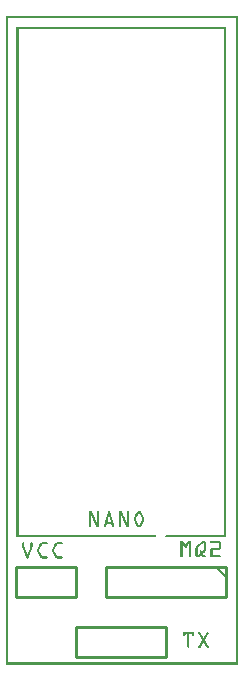
<source format=gto>
G04 MADE WITH FRITZING*
G04 WWW.FRITZING.ORG*
G04 DOUBLE SIDED*
G04 HOLES PLATED*
G04 CONTOUR ON CENTER OF CONTOUR VECTOR*
%ASAXBY*%
%FSLAX23Y23*%
%MOIN*%
%OFA0B0*%
%SFA1.0B1.0*%
%ADD10C,0.010000*%
%ADD11C,0.005000*%
%ADD12R,0.001000X0.001000*%
%LNSILK1*%
G90*
G70*
G54D10*
X235Y327D02*
X35Y327D01*
D02*
X35Y327D02*
X35Y227D01*
D02*
X35Y227D02*
X235Y227D01*
D02*
X235Y227D02*
X235Y327D01*
D02*
X535Y127D02*
X235Y127D01*
D02*
X235Y127D02*
X235Y27D01*
D02*
X235Y27D02*
X535Y27D01*
D02*
X535Y27D02*
X535Y127D01*
D02*
X735Y327D02*
X335Y327D01*
D02*
X335Y327D02*
X335Y227D01*
D02*
X335Y227D02*
X735Y227D01*
D02*
X735Y227D02*
X735Y327D01*
G54D11*
D02*
X700Y327D02*
X735Y292D01*
G54D12*
X0Y2163D02*
X774Y2163D01*
X0Y2162D02*
X774Y2162D01*
X0Y2161D02*
X774Y2161D01*
X0Y2160D02*
X774Y2160D01*
X0Y2159D02*
X774Y2159D01*
X0Y2158D02*
X774Y2158D01*
X0Y2157D02*
X774Y2157D01*
X0Y2156D02*
X774Y2156D01*
X0Y2155D02*
X7Y2155D01*
X767Y2155D02*
X774Y2155D01*
X0Y2154D02*
X7Y2154D01*
X767Y2154D02*
X774Y2154D01*
X0Y2153D02*
X7Y2153D01*
X767Y2153D02*
X774Y2153D01*
X0Y2152D02*
X7Y2152D01*
X767Y2152D02*
X774Y2152D01*
X0Y2151D02*
X7Y2151D01*
X767Y2151D02*
X774Y2151D01*
X0Y2150D02*
X7Y2150D01*
X767Y2150D02*
X774Y2150D01*
X0Y2149D02*
X7Y2149D01*
X767Y2149D02*
X774Y2149D01*
X0Y2148D02*
X7Y2148D01*
X767Y2148D02*
X774Y2148D01*
X0Y2147D02*
X7Y2147D01*
X767Y2147D02*
X774Y2147D01*
X0Y2146D02*
X7Y2146D01*
X767Y2146D02*
X774Y2146D01*
X0Y2145D02*
X7Y2145D01*
X767Y2145D02*
X774Y2145D01*
X0Y2144D02*
X7Y2144D01*
X767Y2144D02*
X774Y2144D01*
X0Y2143D02*
X7Y2143D01*
X767Y2143D02*
X774Y2143D01*
X0Y2142D02*
X7Y2142D01*
X767Y2142D02*
X774Y2142D01*
X0Y2141D02*
X7Y2141D01*
X767Y2141D02*
X774Y2141D01*
X0Y2140D02*
X7Y2140D01*
X767Y2140D02*
X774Y2140D01*
X0Y2139D02*
X7Y2139D01*
X767Y2139D02*
X774Y2139D01*
X0Y2138D02*
X7Y2138D01*
X767Y2138D02*
X774Y2138D01*
X0Y2137D02*
X7Y2137D01*
X767Y2137D02*
X774Y2137D01*
X0Y2136D02*
X7Y2136D01*
X767Y2136D02*
X774Y2136D01*
X0Y2135D02*
X7Y2135D01*
X767Y2135D02*
X774Y2135D01*
X0Y2134D02*
X7Y2134D01*
X767Y2134D02*
X774Y2134D01*
X0Y2133D02*
X7Y2133D01*
X767Y2133D02*
X774Y2133D01*
X0Y2132D02*
X7Y2132D01*
X767Y2132D02*
X774Y2132D01*
X0Y2131D02*
X7Y2131D01*
X767Y2131D02*
X774Y2131D01*
X0Y2130D02*
X7Y2130D01*
X767Y2130D02*
X774Y2130D01*
X0Y2129D02*
X7Y2129D01*
X767Y2129D02*
X774Y2129D01*
X0Y2128D02*
X7Y2128D01*
X767Y2128D02*
X774Y2128D01*
X0Y2127D02*
X7Y2127D01*
X767Y2127D02*
X774Y2127D01*
X0Y2126D02*
X7Y2126D01*
X35Y2126D02*
X734Y2126D01*
X767Y2126D02*
X774Y2126D01*
X0Y2125D02*
X7Y2125D01*
X35Y2125D02*
X734Y2125D01*
X767Y2125D02*
X774Y2125D01*
X0Y2124D02*
X7Y2124D01*
X35Y2124D02*
X734Y2124D01*
X767Y2124D02*
X774Y2124D01*
X0Y2123D02*
X7Y2123D01*
X35Y2123D02*
X734Y2123D01*
X767Y2123D02*
X774Y2123D01*
X0Y2122D02*
X7Y2122D01*
X35Y2122D02*
X734Y2122D01*
X767Y2122D02*
X774Y2122D01*
X0Y2121D02*
X7Y2121D01*
X35Y2121D02*
X734Y2121D01*
X767Y2121D02*
X774Y2121D01*
X0Y2120D02*
X7Y2120D01*
X35Y2120D02*
X734Y2120D01*
X767Y2120D02*
X774Y2120D01*
X0Y2119D02*
X7Y2119D01*
X35Y2119D02*
X734Y2119D01*
X767Y2119D02*
X774Y2119D01*
X0Y2118D02*
X7Y2118D01*
X35Y2118D02*
X42Y2118D01*
X727Y2118D02*
X734Y2118D01*
X767Y2118D02*
X774Y2118D01*
X0Y2117D02*
X7Y2117D01*
X35Y2117D02*
X42Y2117D01*
X727Y2117D02*
X734Y2117D01*
X767Y2117D02*
X774Y2117D01*
X0Y2116D02*
X7Y2116D01*
X35Y2116D02*
X42Y2116D01*
X727Y2116D02*
X734Y2116D01*
X767Y2116D02*
X774Y2116D01*
X0Y2115D02*
X7Y2115D01*
X35Y2115D02*
X42Y2115D01*
X727Y2115D02*
X734Y2115D01*
X767Y2115D02*
X774Y2115D01*
X0Y2114D02*
X7Y2114D01*
X35Y2114D02*
X42Y2114D01*
X727Y2114D02*
X734Y2114D01*
X767Y2114D02*
X774Y2114D01*
X0Y2113D02*
X7Y2113D01*
X35Y2113D02*
X42Y2113D01*
X727Y2113D02*
X734Y2113D01*
X767Y2113D02*
X774Y2113D01*
X0Y2112D02*
X7Y2112D01*
X35Y2112D02*
X42Y2112D01*
X727Y2112D02*
X734Y2112D01*
X767Y2112D02*
X774Y2112D01*
X0Y2111D02*
X7Y2111D01*
X35Y2111D02*
X42Y2111D01*
X727Y2111D02*
X734Y2111D01*
X767Y2111D02*
X774Y2111D01*
X0Y2110D02*
X7Y2110D01*
X35Y2110D02*
X42Y2110D01*
X727Y2110D02*
X734Y2110D01*
X767Y2110D02*
X774Y2110D01*
X0Y2109D02*
X7Y2109D01*
X35Y2109D02*
X42Y2109D01*
X727Y2109D02*
X734Y2109D01*
X767Y2109D02*
X774Y2109D01*
X0Y2108D02*
X7Y2108D01*
X35Y2108D02*
X42Y2108D01*
X727Y2108D02*
X734Y2108D01*
X767Y2108D02*
X774Y2108D01*
X0Y2107D02*
X7Y2107D01*
X35Y2107D02*
X42Y2107D01*
X727Y2107D02*
X734Y2107D01*
X767Y2107D02*
X774Y2107D01*
X0Y2106D02*
X7Y2106D01*
X35Y2106D02*
X42Y2106D01*
X727Y2106D02*
X734Y2106D01*
X767Y2106D02*
X774Y2106D01*
X0Y2105D02*
X7Y2105D01*
X35Y2105D02*
X42Y2105D01*
X727Y2105D02*
X734Y2105D01*
X767Y2105D02*
X774Y2105D01*
X0Y2104D02*
X7Y2104D01*
X35Y2104D02*
X42Y2104D01*
X727Y2104D02*
X734Y2104D01*
X767Y2104D02*
X774Y2104D01*
X0Y2103D02*
X7Y2103D01*
X35Y2103D02*
X42Y2103D01*
X727Y2103D02*
X734Y2103D01*
X767Y2103D02*
X774Y2103D01*
X0Y2102D02*
X7Y2102D01*
X35Y2102D02*
X42Y2102D01*
X727Y2102D02*
X734Y2102D01*
X767Y2102D02*
X774Y2102D01*
X0Y2101D02*
X7Y2101D01*
X35Y2101D02*
X42Y2101D01*
X727Y2101D02*
X734Y2101D01*
X767Y2101D02*
X774Y2101D01*
X0Y2100D02*
X7Y2100D01*
X35Y2100D02*
X42Y2100D01*
X727Y2100D02*
X734Y2100D01*
X767Y2100D02*
X774Y2100D01*
X0Y2099D02*
X7Y2099D01*
X35Y2099D02*
X42Y2099D01*
X727Y2099D02*
X734Y2099D01*
X767Y2099D02*
X774Y2099D01*
X0Y2098D02*
X7Y2098D01*
X35Y2098D02*
X42Y2098D01*
X727Y2098D02*
X734Y2098D01*
X767Y2098D02*
X774Y2098D01*
X0Y2097D02*
X7Y2097D01*
X35Y2097D02*
X42Y2097D01*
X727Y2097D02*
X734Y2097D01*
X767Y2097D02*
X774Y2097D01*
X0Y2096D02*
X7Y2096D01*
X35Y2096D02*
X42Y2096D01*
X727Y2096D02*
X734Y2096D01*
X767Y2096D02*
X774Y2096D01*
X0Y2095D02*
X7Y2095D01*
X35Y2095D02*
X42Y2095D01*
X727Y2095D02*
X734Y2095D01*
X767Y2095D02*
X774Y2095D01*
X0Y2094D02*
X7Y2094D01*
X35Y2094D02*
X42Y2094D01*
X727Y2094D02*
X734Y2094D01*
X767Y2094D02*
X774Y2094D01*
X0Y2093D02*
X7Y2093D01*
X35Y2093D02*
X42Y2093D01*
X727Y2093D02*
X734Y2093D01*
X767Y2093D02*
X774Y2093D01*
X0Y2092D02*
X7Y2092D01*
X35Y2092D02*
X42Y2092D01*
X727Y2092D02*
X734Y2092D01*
X767Y2092D02*
X774Y2092D01*
X0Y2091D02*
X7Y2091D01*
X35Y2091D02*
X42Y2091D01*
X727Y2091D02*
X734Y2091D01*
X767Y2091D02*
X774Y2091D01*
X0Y2090D02*
X7Y2090D01*
X35Y2090D02*
X42Y2090D01*
X727Y2090D02*
X734Y2090D01*
X767Y2090D02*
X774Y2090D01*
X0Y2089D02*
X7Y2089D01*
X35Y2089D02*
X42Y2089D01*
X727Y2089D02*
X734Y2089D01*
X767Y2089D02*
X774Y2089D01*
X0Y2088D02*
X7Y2088D01*
X35Y2088D02*
X42Y2088D01*
X727Y2088D02*
X734Y2088D01*
X767Y2088D02*
X774Y2088D01*
X0Y2087D02*
X7Y2087D01*
X35Y2087D02*
X42Y2087D01*
X727Y2087D02*
X734Y2087D01*
X767Y2087D02*
X774Y2087D01*
X0Y2086D02*
X7Y2086D01*
X35Y2086D02*
X42Y2086D01*
X727Y2086D02*
X734Y2086D01*
X767Y2086D02*
X774Y2086D01*
X0Y2085D02*
X7Y2085D01*
X35Y2085D02*
X42Y2085D01*
X727Y2085D02*
X734Y2085D01*
X767Y2085D02*
X774Y2085D01*
X0Y2084D02*
X7Y2084D01*
X35Y2084D02*
X42Y2084D01*
X727Y2084D02*
X734Y2084D01*
X767Y2084D02*
X774Y2084D01*
X0Y2083D02*
X7Y2083D01*
X35Y2083D02*
X42Y2083D01*
X727Y2083D02*
X734Y2083D01*
X767Y2083D02*
X774Y2083D01*
X0Y2082D02*
X7Y2082D01*
X35Y2082D02*
X42Y2082D01*
X727Y2082D02*
X734Y2082D01*
X767Y2082D02*
X774Y2082D01*
X0Y2081D02*
X7Y2081D01*
X35Y2081D02*
X42Y2081D01*
X727Y2081D02*
X734Y2081D01*
X767Y2081D02*
X774Y2081D01*
X0Y2080D02*
X7Y2080D01*
X35Y2080D02*
X42Y2080D01*
X727Y2080D02*
X734Y2080D01*
X767Y2080D02*
X774Y2080D01*
X0Y2079D02*
X7Y2079D01*
X35Y2079D02*
X42Y2079D01*
X727Y2079D02*
X734Y2079D01*
X767Y2079D02*
X774Y2079D01*
X0Y2078D02*
X7Y2078D01*
X35Y2078D02*
X42Y2078D01*
X727Y2078D02*
X734Y2078D01*
X767Y2078D02*
X774Y2078D01*
X0Y2077D02*
X7Y2077D01*
X35Y2077D02*
X42Y2077D01*
X727Y2077D02*
X734Y2077D01*
X767Y2077D02*
X774Y2077D01*
X0Y2076D02*
X7Y2076D01*
X35Y2076D02*
X42Y2076D01*
X727Y2076D02*
X734Y2076D01*
X767Y2076D02*
X774Y2076D01*
X0Y2075D02*
X7Y2075D01*
X35Y2075D02*
X42Y2075D01*
X727Y2075D02*
X734Y2075D01*
X767Y2075D02*
X774Y2075D01*
X0Y2074D02*
X7Y2074D01*
X35Y2074D02*
X42Y2074D01*
X727Y2074D02*
X734Y2074D01*
X767Y2074D02*
X774Y2074D01*
X0Y2073D02*
X7Y2073D01*
X35Y2073D02*
X42Y2073D01*
X727Y2073D02*
X734Y2073D01*
X767Y2073D02*
X774Y2073D01*
X0Y2072D02*
X7Y2072D01*
X35Y2072D02*
X42Y2072D01*
X727Y2072D02*
X734Y2072D01*
X767Y2072D02*
X774Y2072D01*
X0Y2071D02*
X7Y2071D01*
X35Y2071D02*
X42Y2071D01*
X727Y2071D02*
X734Y2071D01*
X767Y2071D02*
X774Y2071D01*
X0Y2070D02*
X7Y2070D01*
X35Y2070D02*
X42Y2070D01*
X727Y2070D02*
X734Y2070D01*
X767Y2070D02*
X774Y2070D01*
X0Y2069D02*
X7Y2069D01*
X35Y2069D02*
X42Y2069D01*
X727Y2069D02*
X734Y2069D01*
X767Y2069D02*
X774Y2069D01*
X0Y2068D02*
X7Y2068D01*
X35Y2068D02*
X42Y2068D01*
X727Y2068D02*
X734Y2068D01*
X767Y2068D02*
X774Y2068D01*
X0Y2067D02*
X7Y2067D01*
X35Y2067D02*
X42Y2067D01*
X727Y2067D02*
X734Y2067D01*
X767Y2067D02*
X774Y2067D01*
X0Y2066D02*
X7Y2066D01*
X35Y2066D02*
X42Y2066D01*
X727Y2066D02*
X734Y2066D01*
X767Y2066D02*
X774Y2066D01*
X0Y2065D02*
X7Y2065D01*
X35Y2065D02*
X42Y2065D01*
X727Y2065D02*
X734Y2065D01*
X767Y2065D02*
X774Y2065D01*
X0Y2064D02*
X7Y2064D01*
X35Y2064D02*
X42Y2064D01*
X727Y2064D02*
X734Y2064D01*
X767Y2064D02*
X774Y2064D01*
X0Y2063D02*
X7Y2063D01*
X35Y2063D02*
X42Y2063D01*
X727Y2063D02*
X734Y2063D01*
X767Y2063D02*
X774Y2063D01*
X0Y2062D02*
X7Y2062D01*
X35Y2062D02*
X42Y2062D01*
X727Y2062D02*
X734Y2062D01*
X767Y2062D02*
X774Y2062D01*
X0Y2061D02*
X7Y2061D01*
X35Y2061D02*
X42Y2061D01*
X727Y2061D02*
X734Y2061D01*
X767Y2061D02*
X774Y2061D01*
X0Y2060D02*
X7Y2060D01*
X35Y2060D02*
X42Y2060D01*
X727Y2060D02*
X734Y2060D01*
X767Y2060D02*
X774Y2060D01*
X0Y2059D02*
X7Y2059D01*
X35Y2059D02*
X42Y2059D01*
X727Y2059D02*
X734Y2059D01*
X767Y2059D02*
X774Y2059D01*
X0Y2058D02*
X7Y2058D01*
X35Y2058D02*
X42Y2058D01*
X727Y2058D02*
X734Y2058D01*
X767Y2058D02*
X774Y2058D01*
X0Y2057D02*
X7Y2057D01*
X35Y2057D02*
X42Y2057D01*
X727Y2057D02*
X734Y2057D01*
X767Y2057D02*
X774Y2057D01*
X0Y2056D02*
X7Y2056D01*
X35Y2056D02*
X42Y2056D01*
X727Y2056D02*
X734Y2056D01*
X767Y2056D02*
X774Y2056D01*
X0Y2055D02*
X7Y2055D01*
X35Y2055D02*
X42Y2055D01*
X727Y2055D02*
X734Y2055D01*
X767Y2055D02*
X774Y2055D01*
X0Y2054D02*
X7Y2054D01*
X35Y2054D02*
X42Y2054D01*
X727Y2054D02*
X734Y2054D01*
X767Y2054D02*
X774Y2054D01*
X0Y2053D02*
X7Y2053D01*
X35Y2053D02*
X42Y2053D01*
X727Y2053D02*
X734Y2053D01*
X767Y2053D02*
X774Y2053D01*
X0Y2052D02*
X7Y2052D01*
X35Y2052D02*
X42Y2052D01*
X727Y2052D02*
X734Y2052D01*
X767Y2052D02*
X774Y2052D01*
X0Y2051D02*
X7Y2051D01*
X35Y2051D02*
X42Y2051D01*
X727Y2051D02*
X734Y2051D01*
X767Y2051D02*
X774Y2051D01*
X0Y2050D02*
X7Y2050D01*
X35Y2050D02*
X42Y2050D01*
X727Y2050D02*
X734Y2050D01*
X767Y2050D02*
X774Y2050D01*
X0Y2049D02*
X7Y2049D01*
X35Y2049D02*
X42Y2049D01*
X727Y2049D02*
X734Y2049D01*
X767Y2049D02*
X774Y2049D01*
X0Y2048D02*
X7Y2048D01*
X35Y2048D02*
X42Y2048D01*
X727Y2048D02*
X734Y2048D01*
X767Y2048D02*
X774Y2048D01*
X0Y2047D02*
X7Y2047D01*
X35Y2047D02*
X42Y2047D01*
X727Y2047D02*
X734Y2047D01*
X767Y2047D02*
X774Y2047D01*
X0Y2046D02*
X7Y2046D01*
X35Y2046D02*
X42Y2046D01*
X727Y2046D02*
X734Y2046D01*
X767Y2046D02*
X774Y2046D01*
X0Y2045D02*
X7Y2045D01*
X35Y2045D02*
X42Y2045D01*
X727Y2045D02*
X734Y2045D01*
X767Y2045D02*
X774Y2045D01*
X0Y2044D02*
X7Y2044D01*
X35Y2044D02*
X42Y2044D01*
X727Y2044D02*
X734Y2044D01*
X767Y2044D02*
X774Y2044D01*
X0Y2043D02*
X7Y2043D01*
X35Y2043D02*
X42Y2043D01*
X727Y2043D02*
X734Y2043D01*
X767Y2043D02*
X774Y2043D01*
X0Y2042D02*
X7Y2042D01*
X35Y2042D02*
X42Y2042D01*
X727Y2042D02*
X734Y2042D01*
X767Y2042D02*
X774Y2042D01*
X0Y2041D02*
X7Y2041D01*
X35Y2041D02*
X42Y2041D01*
X727Y2041D02*
X734Y2041D01*
X767Y2041D02*
X774Y2041D01*
X0Y2040D02*
X7Y2040D01*
X35Y2040D02*
X42Y2040D01*
X727Y2040D02*
X734Y2040D01*
X767Y2040D02*
X774Y2040D01*
X0Y2039D02*
X7Y2039D01*
X35Y2039D02*
X42Y2039D01*
X727Y2039D02*
X734Y2039D01*
X767Y2039D02*
X774Y2039D01*
X0Y2038D02*
X7Y2038D01*
X35Y2038D02*
X42Y2038D01*
X727Y2038D02*
X734Y2038D01*
X767Y2038D02*
X774Y2038D01*
X0Y2037D02*
X7Y2037D01*
X35Y2037D02*
X42Y2037D01*
X727Y2037D02*
X734Y2037D01*
X767Y2037D02*
X774Y2037D01*
X0Y2036D02*
X7Y2036D01*
X35Y2036D02*
X42Y2036D01*
X727Y2036D02*
X734Y2036D01*
X767Y2036D02*
X774Y2036D01*
X0Y2035D02*
X7Y2035D01*
X35Y2035D02*
X42Y2035D01*
X727Y2035D02*
X734Y2035D01*
X767Y2035D02*
X774Y2035D01*
X0Y2034D02*
X7Y2034D01*
X35Y2034D02*
X42Y2034D01*
X727Y2034D02*
X734Y2034D01*
X767Y2034D02*
X774Y2034D01*
X0Y2033D02*
X7Y2033D01*
X35Y2033D02*
X42Y2033D01*
X727Y2033D02*
X734Y2033D01*
X767Y2033D02*
X774Y2033D01*
X0Y2032D02*
X7Y2032D01*
X35Y2032D02*
X42Y2032D01*
X727Y2032D02*
X734Y2032D01*
X767Y2032D02*
X774Y2032D01*
X0Y2031D02*
X7Y2031D01*
X35Y2031D02*
X42Y2031D01*
X727Y2031D02*
X734Y2031D01*
X767Y2031D02*
X774Y2031D01*
X0Y2030D02*
X7Y2030D01*
X35Y2030D02*
X42Y2030D01*
X727Y2030D02*
X734Y2030D01*
X767Y2030D02*
X774Y2030D01*
X0Y2029D02*
X7Y2029D01*
X35Y2029D02*
X42Y2029D01*
X727Y2029D02*
X734Y2029D01*
X767Y2029D02*
X774Y2029D01*
X0Y2028D02*
X7Y2028D01*
X35Y2028D02*
X42Y2028D01*
X727Y2028D02*
X734Y2028D01*
X767Y2028D02*
X774Y2028D01*
X0Y2027D02*
X7Y2027D01*
X35Y2027D02*
X42Y2027D01*
X727Y2027D02*
X734Y2027D01*
X767Y2027D02*
X774Y2027D01*
X0Y2026D02*
X7Y2026D01*
X35Y2026D02*
X42Y2026D01*
X727Y2026D02*
X734Y2026D01*
X767Y2026D02*
X774Y2026D01*
X0Y2025D02*
X7Y2025D01*
X35Y2025D02*
X42Y2025D01*
X727Y2025D02*
X734Y2025D01*
X767Y2025D02*
X774Y2025D01*
X0Y2024D02*
X7Y2024D01*
X35Y2024D02*
X42Y2024D01*
X727Y2024D02*
X734Y2024D01*
X767Y2024D02*
X774Y2024D01*
X0Y2023D02*
X7Y2023D01*
X35Y2023D02*
X42Y2023D01*
X727Y2023D02*
X734Y2023D01*
X767Y2023D02*
X774Y2023D01*
X0Y2022D02*
X7Y2022D01*
X35Y2022D02*
X42Y2022D01*
X727Y2022D02*
X734Y2022D01*
X767Y2022D02*
X774Y2022D01*
X0Y2021D02*
X7Y2021D01*
X35Y2021D02*
X42Y2021D01*
X727Y2021D02*
X734Y2021D01*
X767Y2021D02*
X774Y2021D01*
X0Y2020D02*
X7Y2020D01*
X35Y2020D02*
X42Y2020D01*
X727Y2020D02*
X734Y2020D01*
X767Y2020D02*
X774Y2020D01*
X0Y2019D02*
X7Y2019D01*
X35Y2019D02*
X42Y2019D01*
X727Y2019D02*
X734Y2019D01*
X767Y2019D02*
X774Y2019D01*
X0Y2018D02*
X7Y2018D01*
X35Y2018D02*
X42Y2018D01*
X727Y2018D02*
X734Y2018D01*
X767Y2018D02*
X774Y2018D01*
X0Y2017D02*
X7Y2017D01*
X35Y2017D02*
X42Y2017D01*
X727Y2017D02*
X734Y2017D01*
X767Y2017D02*
X774Y2017D01*
X0Y2016D02*
X7Y2016D01*
X35Y2016D02*
X42Y2016D01*
X727Y2016D02*
X734Y2016D01*
X767Y2016D02*
X774Y2016D01*
X0Y2015D02*
X7Y2015D01*
X35Y2015D02*
X42Y2015D01*
X727Y2015D02*
X734Y2015D01*
X767Y2015D02*
X774Y2015D01*
X0Y2014D02*
X7Y2014D01*
X35Y2014D02*
X42Y2014D01*
X727Y2014D02*
X734Y2014D01*
X767Y2014D02*
X774Y2014D01*
X0Y2013D02*
X7Y2013D01*
X35Y2013D02*
X42Y2013D01*
X727Y2013D02*
X734Y2013D01*
X767Y2013D02*
X774Y2013D01*
X0Y2012D02*
X7Y2012D01*
X35Y2012D02*
X42Y2012D01*
X727Y2012D02*
X734Y2012D01*
X767Y2012D02*
X774Y2012D01*
X0Y2011D02*
X7Y2011D01*
X35Y2011D02*
X42Y2011D01*
X727Y2011D02*
X734Y2011D01*
X767Y2011D02*
X774Y2011D01*
X0Y2010D02*
X7Y2010D01*
X35Y2010D02*
X42Y2010D01*
X727Y2010D02*
X734Y2010D01*
X767Y2010D02*
X774Y2010D01*
X0Y2009D02*
X7Y2009D01*
X35Y2009D02*
X42Y2009D01*
X727Y2009D02*
X734Y2009D01*
X767Y2009D02*
X774Y2009D01*
X0Y2008D02*
X7Y2008D01*
X35Y2008D02*
X42Y2008D01*
X727Y2008D02*
X734Y2008D01*
X767Y2008D02*
X774Y2008D01*
X0Y2007D02*
X7Y2007D01*
X35Y2007D02*
X42Y2007D01*
X727Y2007D02*
X734Y2007D01*
X767Y2007D02*
X774Y2007D01*
X0Y2006D02*
X7Y2006D01*
X35Y2006D02*
X42Y2006D01*
X727Y2006D02*
X734Y2006D01*
X767Y2006D02*
X774Y2006D01*
X0Y2005D02*
X7Y2005D01*
X35Y2005D02*
X42Y2005D01*
X727Y2005D02*
X734Y2005D01*
X767Y2005D02*
X774Y2005D01*
X0Y2004D02*
X7Y2004D01*
X35Y2004D02*
X42Y2004D01*
X727Y2004D02*
X734Y2004D01*
X767Y2004D02*
X774Y2004D01*
X0Y2003D02*
X7Y2003D01*
X35Y2003D02*
X42Y2003D01*
X727Y2003D02*
X734Y2003D01*
X767Y2003D02*
X774Y2003D01*
X0Y2002D02*
X7Y2002D01*
X35Y2002D02*
X42Y2002D01*
X727Y2002D02*
X734Y2002D01*
X767Y2002D02*
X774Y2002D01*
X0Y2001D02*
X7Y2001D01*
X35Y2001D02*
X42Y2001D01*
X727Y2001D02*
X734Y2001D01*
X767Y2001D02*
X774Y2001D01*
X0Y2000D02*
X7Y2000D01*
X35Y2000D02*
X42Y2000D01*
X727Y2000D02*
X734Y2000D01*
X767Y2000D02*
X774Y2000D01*
X0Y1999D02*
X7Y1999D01*
X35Y1999D02*
X42Y1999D01*
X727Y1999D02*
X734Y1999D01*
X767Y1999D02*
X774Y1999D01*
X0Y1998D02*
X7Y1998D01*
X35Y1998D02*
X42Y1998D01*
X727Y1998D02*
X734Y1998D01*
X767Y1998D02*
X774Y1998D01*
X0Y1997D02*
X7Y1997D01*
X35Y1997D02*
X42Y1997D01*
X727Y1997D02*
X734Y1997D01*
X767Y1997D02*
X774Y1997D01*
X0Y1996D02*
X7Y1996D01*
X35Y1996D02*
X42Y1996D01*
X727Y1996D02*
X734Y1996D01*
X767Y1996D02*
X774Y1996D01*
X0Y1995D02*
X7Y1995D01*
X35Y1995D02*
X42Y1995D01*
X727Y1995D02*
X734Y1995D01*
X767Y1995D02*
X774Y1995D01*
X0Y1994D02*
X7Y1994D01*
X35Y1994D02*
X42Y1994D01*
X727Y1994D02*
X734Y1994D01*
X767Y1994D02*
X774Y1994D01*
X0Y1993D02*
X7Y1993D01*
X35Y1993D02*
X42Y1993D01*
X727Y1993D02*
X734Y1993D01*
X767Y1993D02*
X774Y1993D01*
X0Y1992D02*
X7Y1992D01*
X35Y1992D02*
X42Y1992D01*
X727Y1992D02*
X734Y1992D01*
X767Y1992D02*
X774Y1992D01*
X0Y1991D02*
X7Y1991D01*
X35Y1991D02*
X42Y1991D01*
X727Y1991D02*
X734Y1991D01*
X767Y1991D02*
X774Y1991D01*
X0Y1990D02*
X7Y1990D01*
X35Y1990D02*
X42Y1990D01*
X727Y1990D02*
X734Y1990D01*
X767Y1990D02*
X774Y1990D01*
X0Y1989D02*
X7Y1989D01*
X35Y1989D02*
X42Y1989D01*
X727Y1989D02*
X734Y1989D01*
X767Y1989D02*
X774Y1989D01*
X0Y1988D02*
X7Y1988D01*
X35Y1988D02*
X42Y1988D01*
X727Y1988D02*
X734Y1988D01*
X767Y1988D02*
X774Y1988D01*
X0Y1987D02*
X7Y1987D01*
X35Y1987D02*
X42Y1987D01*
X727Y1987D02*
X734Y1987D01*
X767Y1987D02*
X774Y1987D01*
X0Y1986D02*
X7Y1986D01*
X35Y1986D02*
X42Y1986D01*
X727Y1986D02*
X734Y1986D01*
X767Y1986D02*
X774Y1986D01*
X0Y1985D02*
X7Y1985D01*
X35Y1985D02*
X42Y1985D01*
X727Y1985D02*
X734Y1985D01*
X767Y1985D02*
X774Y1985D01*
X0Y1984D02*
X7Y1984D01*
X35Y1984D02*
X42Y1984D01*
X727Y1984D02*
X734Y1984D01*
X767Y1984D02*
X774Y1984D01*
X0Y1983D02*
X7Y1983D01*
X35Y1983D02*
X42Y1983D01*
X727Y1983D02*
X734Y1983D01*
X767Y1983D02*
X774Y1983D01*
X0Y1982D02*
X7Y1982D01*
X35Y1982D02*
X42Y1982D01*
X727Y1982D02*
X734Y1982D01*
X767Y1982D02*
X774Y1982D01*
X0Y1981D02*
X7Y1981D01*
X35Y1981D02*
X42Y1981D01*
X727Y1981D02*
X734Y1981D01*
X767Y1981D02*
X774Y1981D01*
X0Y1980D02*
X7Y1980D01*
X35Y1980D02*
X42Y1980D01*
X727Y1980D02*
X734Y1980D01*
X767Y1980D02*
X774Y1980D01*
X0Y1979D02*
X7Y1979D01*
X35Y1979D02*
X42Y1979D01*
X727Y1979D02*
X734Y1979D01*
X767Y1979D02*
X774Y1979D01*
X0Y1978D02*
X7Y1978D01*
X35Y1978D02*
X42Y1978D01*
X727Y1978D02*
X734Y1978D01*
X767Y1978D02*
X774Y1978D01*
X0Y1977D02*
X7Y1977D01*
X35Y1977D02*
X42Y1977D01*
X727Y1977D02*
X734Y1977D01*
X767Y1977D02*
X774Y1977D01*
X0Y1976D02*
X7Y1976D01*
X35Y1976D02*
X42Y1976D01*
X727Y1976D02*
X734Y1976D01*
X767Y1976D02*
X774Y1976D01*
X0Y1975D02*
X7Y1975D01*
X35Y1975D02*
X42Y1975D01*
X727Y1975D02*
X734Y1975D01*
X767Y1975D02*
X774Y1975D01*
X0Y1974D02*
X7Y1974D01*
X35Y1974D02*
X42Y1974D01*
X727Y1974D02*
X734Y1974D01*
X767Y1974D02*
X774Y1974D01*
X0Y1973D02*
X7Y1973D01*
X35Y1973D02*
X42Y1973D01*
X727Y1973D02*
X734Y1973D01*
X767Y1973D02*
X774Y1973D01*
X0Y1972D02*
X7Y1972D01*
X35Y1972D02*
X42Y1972D01*
X727Y1972D02*
X734Y1972D01*
X767Y1972D02*
X774Y1972D01*
X0Y1971D02*
X7Y1971D01*
X35Y1971D02*
X42Y1971D01*
X727Y1971D02*
X734Y1971D01*
X767Y1971D02*
X774Y1971D01*
X0Y1970D02*
X7Y1970D01*
X35Y1970D02*
X42Y1970D01*
X727Y1970D02*
X734Y1970D01*
X767Y1970D02*
X774Y1970D01*
X0Y1969D02*
X7Y1969D01*
X35Y1969D02*
X42Y1969D01*
X727Y1969D02*
X734Y1969D01*
X767Y1969D02*
X774Y1969D01*
X0Y1968D02*
X7Y1968D01*
X35Y1968D02*
X42Y1968D01*
X727Y1968D02*
X734Y1968D01*
X767Y1968D02*
X774Y1968D01*
X0Y1967D02*
X7Y1967D01*
X35Y1967D02*
X42Y1967D01*
X727Y1967D02*
X734Y1967D01*
X767Y1967D02*
X774Y1967D01*
X0Y1966D02*
X7Y1966D01*
X35Y1966D02*
X42Y1966D01*
X727Y1966D02*
X734Y1966D01*
X767Y1966D02*
X774Y1966D01*
X0Y1965D02*
X7Y1965D01*
X35Y1965D02*
X42Y1965D01*
X727Y1965D02*
X734Y1965D01*
X767Y1965D02*
X774Y1965D01*
X0Y1964D02*
X7Y1964D01*
X35Y1964D02*
X42Y1964D01*
X727Y1964D02*
X734Y1964D01*
X767Y1964D02*
X774Y1964D01*
X0Y1963D02*
X7Y1963D01*
X35Y1963D02*
X42Y1963D01*
X727Y1963D02*
X734Y1963D01*
X767Y1963D02*
X774Y1963D01*
X0Y1962D02*
X7Y1962D01*
X35Y1962D02*
X42Y1962D01*
X727Y1962D02*
X734Y1962D01*
X767Y1962D02*
X774Y1962D01*
X0Y1961D02*
X7Y1961D01*
X35Y1961D02*
X42Y1961D01*
X727Y1961D02*
X734Y1961D01*
X767Y1961D02*
X774Y1961D01*
X0Y1960D02*
X7Y1960D01*
X35Y1960D02*
X42Y1960D01*
X727Y1960D02*
X734Y1960D01*
X767Y1960D02*
X774Y1960D01*
X0Y1959D02*
X7Y1959D01*
X35Y1959D02*
X42Y1959D01*
X727Y1959D02*
X734Y1959D01*
X767Y1959D02*
X774Y1959D01*
X0Y1958D02*
X7Y1958D01*
X35Y1958D02*
X42Y1958D01*
X727Y1958D02*
X734Y1958D01*
X767Y1958D02*
X774Y1958D01*
X0Y1957D02*
X7Y1957D01*
X35Y1957D02*
X42Y1957D01*
X727Y1957D02*
X734Y1957D01*
X767Y1957D02*
X774Y1957D01*
X0Y1956D02*
X7Y1956D01*
X35Y1956D02*
X42Y1956D01*
X727Y1956D02*
X734Y1956D01*
X767Y1956D02*
X774Y1956D01*
X0Y1955D02*
X7Y1955D01*
X35Y1955D02*
X42Y1955D01*
X727Y1955D02*
X734Y1955D01*
X767Y1955D02*
X774Y1955D01*
X0Y1954D02*
X7Y1954D01*
X35Y1954D02*
X42Y1954D01*
X727Y1954D02*
X734Y1954D01*
X767Y1954D02*
X774Y1954D01*
X0Y1953D02*
X7Y1953D01*
X35Y1953D02*
X42Y1953D01*
X727Y1953D02*
X734Y1953D01*
X767Y1953D02*
X774Y1953D01*
X0Y1952D02*
X7Y1952D01*
X35Y1952D02*
X42Y1952D01*
X727Y1952D02*
X734Y1952D01*
X767Y1952D02*
X774Y1952D01*
X0Y1951D02*
X7Y1951D01*
X35Y1951D02*
X42Y1951D01*
X727Y1951D02*
X734Y1951D01*
X767Y1951D02*
X774Y1951D01*
X0Y1950D02*
X7Y1950D01*
X35Y1950D02*
X42Y1950D01*
X727Y1950D02*
X734Y1950D01*
X767Y1950D02*
X774Y1950D01*
X0Y1949D02*
X7Y1949D01*
X35Y1949D02*
X42Y1949D01*
X727Y1949D02*
X734Y1949D01*
X767Y1949D02*
X774Y1949D01*
X0Y1948D02*
X7Y1948D01*
X35Y1948D02*
X42Y1948D01*
X727Y1948D02*
X734Y1948D01*
X767Y1948D02*
X774Y1948D01*
X0Y1947D02*
X7Y1947D01*
X35Y1947D02*
X42Y1947D01*
X727Y1947D02*
X734Y1947D01*
X767Y1947D02*
X774Y1947D01*
X0Y1946D02*
X7Y1946D01*
X35Y1946D02*
X42Y1946D01*
X727Y1946D02*
X734Y1946D01*
X767Y1946D02*
X774Y1946D01*
X0Y1945D02*
X7Y1945D01*
X35Y1945D02*
X42Y1945D01*
X727Y1945D02*
X734Y1945D01*
X767Y1945D02*
X774Y1945D01*
X0Y1944D02*
X7Y1944D01*
X35Y1944D02*
X42Y1944D01*
X727Y1944D02*
X734Y1944D01*
X767Y1944D02*
X774Y1944D01*
X0Y1943D02*
X7Y1943D01*
X35Y1943D02*
X42Y1943D01*
X727Y1943D02*
X734Y1943D01*
X767Y1943D02*
X774Y1943D01*
X0Y1942D02*
X7Y1942D01*
X35Y1942D02*
X42Y1942D01*
X727Y1942D02*
X734Y1942D01*
X767Y1942D02*
X774Y1942D01*
X0Y1941D02*
X7Y1941D01*
X35Y1941D02*
X42Y1941D01*
X727Y1941D02*
X734Y1941D01*
X767Y1941D02*
X774Y1941D01*
X0Y1940D02*
X7Y1940D01*
X35Y1940D02*
X42Y1940D01*
X727Y1940D02*
X734Y1940D01*
X767Y1940D02*
X774Y1940D01*
X0Y1939D02*
X7Y1939D01*
X35Y1939D02*
X42Y1939D01*
X727Y1939D02*
X734Y1939D01*
X767Y1939D02*
X774Y1939D01*
X0Y1938D02*
X7Y1938D01*
X35Y1938D02*
X42Y1938D01*
X727Y1938D02*
X734Y1938D01*
X767Y1938D02*
X774Y1938D01*
X0Y1937D02*
X7Y1937D01*
X35Y1937D02*
X42Y1937D01*
X727Y1937D02*
X734Y1937D01*
X767Y1937D02*
X774Y1937D01*
X0Y1936D02*
X7Y1936D01*
X35Y1936D02*
X42Y1936D01*
X727Y1936D02*
X734Y1936D01*
X767Y1936D02*
X774Y1936D01*
X0Y1935D02*
X7Y1935D01*
X35Y1935D02*
X42Y1935D01*
X727Y1935D02*
X734Y1935D01*
X767Y1935D02*
X774Y1935D01*
X0Y1934D02*
X7Y1934D01*
X35Y1934D02*
X42Y1934D01*
X727Y1934D02*
X734Y1934D01*
X767Y1934D02*
X774Y1934D01*
X0Y1933D02*
X7Y1933D01*
X35Y1933D02*
X42Y1933D01*
X727Y1933D02*
X734Y1933D01*
X767Y1933D02*
X774Y1933D01*
X0Y1932D02*
X7Y1932D01*
X35Y1932D02*
X42Y1932D01*
X727Y1932D02*
X734Y1932D01*
X767Y1932D02*
X774Y1932D01*
X0Y1931D02*
X7Y1931D01*
X35Y1931D02*
X42Y1931D01*
X727Y1931D02*
X734Y1931D01*
X767Y1931D02*
X774Y1931D01*
X0Y1930D02*
X7Y1930D01*
X35Y1930D02*
X42Y1930D01*
X727Y1930D02*
X734Y1930D01*
X767Y1930D02*
X774Y1930D01*
X0Y1929D02*
X7Y1929D01*
X35Y1929D02*
X42Y1929D01*
X727Y1929D02*
X734Y1929D01*
X767Y1929D02*
X774Y1929D01*
X0Y1928D02*
X7Y1928D01*
X35Y1928D02*
X42Y1928D01*
X727Y1928D02*
X734Y1928D01*
X767Y1928D02*
X774Y1928D01*
X0Y1927D02*
X7Y1927D01*
X35Y1927D02*
X42Y1927D01*
X727Y1927D02*
X734Y1927D01*
X767Y1927D02*
X774Y1927D01*
X0Y1926D02*
X7Y1926D01*
X35Y1926D02*
X42Y1926D01*
X727Y1926D02*
X734Y1926D01*
X767Y1926D02*
X774Y1926D01*
X0Y1925D02*
X7Y1925D01*
X35Y1925D02*
X42Y1925D01*
X727Y1925D02*
X734Y1925D01*
X767Y1925D02*
X774Y1925D01*
X0Y1924D02*
X7Y1924D01*
X35Y1924D02*
X42Y1924D01*
X727Y1924D02*
X734Y1924D01*
X767Y1924D02*
X774Y1924D01*
X0Y1923D02*
X7Y1923D01*
X35Y1923D02*
X42Y1923D01*
X727Y1923D02*
X734Y1923D01*
X767Y1923D02*
X774Y1923D01*
X0Y1922D02*
X7Y1922D01*
X35Y1922D02*
X42Y1922D01*
X727Y1922D02*
X734Y1922D01*
X767Y1922D02*
X774Y1922D01*
X0Y1921D02*
X7Y1921D01*
X35Y1921D02*
X42Y1921D01*
X727Y1921D02*
X734Y1921D01*
X767Y1921D02*
X774Y1921D01*
X0Y1920D02*
X7Y1920D01*
X35Y1920D02*
X42Y1920D01*
X727Y1920D02*
X734Y1920D01*
X767Y1920D02*
X774Y1920D01*
X0Y1919D02*
X7Y1919D01*
X35Y1919D02*
X42Y1919D01*
X727Y1919D02*
X734Y1919D01*
X767Y1919D02*
X774Y1919D01*
X0Y1918D02*
X7Y1918D01*
X35Y1918D02*
X42Y1918D01*
X727Y1918D02*
X734Y1918D01*
X767Y1918D02*
X774Y1918D01*
X0Y1917D02*
X7Y1917D01*
X35Y1917D02*
X42Y1917D01*
X727Y1917D02*
X734Y1917D01*
X767Y1917D02*
X774Y1917D01*
X0Y1916D02*
X7Y1916D01*
X35Y1916D02*
X42Y1916D01*
X727Y1916D02*
X734Y1916D01*
X767Y1916D02*
X774Y1916D01*
X0Y1915D02*
X7Y1915D01*
X35Y1915D02*
X42Y1915D01*
X727Y1915D02*
X734Y1915D01*
X767Y1915D02*
X774Y1915D01*
X0Y1914D02*
X7Y1914D01*
X35Y1914D02*
X42Y1914D01*
X727Y1914D02*
X734Y1914D01*
X767Y1914D02*
X774Y1914D01*
X0Y1913D02*
X7Y1913D01*
X35Y1913D02*
X42Y1913D01*
X727Y1913D02*
X734Y1913D01*
X767Y1913D02*
X774Y1913D01*
X0Y1912D02*
X7Y1912D01*
X35Y1912D02*
X42Y1912D01*
X727Y1912D02*
X734Y1912D01*
X767Y1912D02*
X774Y1912D01*
X0Y1911D02*
X7Y1911D01*
X35Y1911D02*
X42Y1911D01*
X727Y1911D02*
X734Y1911D01*
X767Y1911D02*
X774Y1911D01*
X0Y1910D02*
X7Y1910D01*
X35Y1910D02*
X42Y1910D01*
X727Y1910D02*
X734Y1910D01*
X767Y1910D02*
X774Y1910D01*
X0Y1909D02*
X7Y1909D01*
X35Y1909D02*
X42Y1909D01*
X727Y1909D02*
X734Y1909D01*
X767Y1909D02*
X774Y1909D01*
X0Y1908D02*
X7Y1908D01*
X35Y1908D02*
X42Y1908D01*
X727Y1908D02*
X734Y1908D01*
X767Y1908D02*
X774Y1908D01*
X0Y1907D02*
X7Y1907D01*
X35Y1907D02*
X42Y1907D01*
X727Y1907D02*
X734Y1907D01*
X767Y1907D02*
X774Y1907D01*
X0Y1906D02*
X7Y1906D01*
X35Y1906D02*
X42Y1906D01*
X727Y1906D02*
X734Y1906D01*
X767Y1906D02*
X774Y1906D01*
X0Y1905D02*
X7Y1905D01*
X35Y1905D02*
X42Y1905D01*
X727Y1905D02*
X734Y1905D01*
X767Y1905D02*
X774Y1905D01*
X0Y1904D02*
X7Y1904D01*
X35Y1904D02*
X42Y1904D01*
X727Y1904D02*
X734Y1904D01*
X767Y1904D02*
X774Y1904D01*
X0Y1903D02*
X7Y1903D01*
X35Y1903D02*
X42Y1903D01*
X727Y1903D02*
X734Y1903D01*
X767Y1903D02*
X774Y1903D01*
X0Y1902D02*
X7Y1902D01*
X35Y1902D02*
X42Y1902D01*
X727Y1902D02*
X734Y1902D01*
X767Y1902D02*
X774Y1902D01*
X0Y1901D02*
X7Y1901D01*
X35Y1901D02*
X42Y1901D01*
X727Y1901D02*
X734Y1901D01*
X767Y1901D02*
X774Y1901D01*
X0Y1900D02*
X7Y1900D01*
X35Y1900D02*
X42Y1900D01*
X727Y1900D02*
X734Y1900D01*
X767Y1900D02*
X774Y1900D01*
X0Y1899D02*
X7Y1899D01*
X35Y1899D02*
X42Y1899D01*
X727Y1899D02*
X734Y1899D01*
X767Y1899D02*
X774Y1899D01*
X0Y1898D02*
X7Y1898D01*
X35Y1898D02*
X42Y1898D01*
X727Y1898D02*
X734Y1898D01*
X767Y1898D02*
X774Y1898D01*
X0Y1897D02*
X7Y1897D01*
X35Y1897D02*
X42Y1897D01*
X727Y1897D02*
X734Y1897D01*
X767Y1897D02*
X774Y1897D01*
X0Y1896D02*
X7Y1896D01*
X35Y1896D02*
X42Y1896D01*
X727Y1896D02*
X734Y1896D01*
X767Y1896D02*
X774Y1896D01*
X0Y1895D02*
X7Y1895D01*
X35Y1895D02*
X42Y1895D01*
X727Y1895D02*
X734Y1895D01*
X767Y1895D02*
X774Y1895D01*
X0Y1894D02*
X7Y1894D01*
X35Y1894D02*
X42Y1894D01*
X727Y1894D02*
X734Y1894D01*
X767Y1894D02*
X774Y1894D01*
X0Y1893D02*
X7Y1893D01*
X35Y1893D02*
X42Y1893D01*
X727Y1893D02*
X734Y1893D01*
X767Y1893D02*
X774Y1893D01*
X0Y1892D02*
X7Y1892D01*
X35Y1892D02*
X42Y1892D01*
X727Y1892D02*
X734Y1892D01*
X767Y1892D02*
X774Y1892D01*
X0Y1891D02*
X7Y1891D01*
X35Y1891D02*
X42Y1891D01*
X727Y1891D02*
X734Y1891D01*
X767Y1891D02*
X774Y1891D01*
X0Y1890D02*
X7Y1890D01*
X35Y1890D02*
X42Y1890D01*
X727Y1890D02*
X734Y1890D01*
X767Y1890D02*
X774Y1890D01*
X0Y1889D02*
X7Y1889D01*
X35Y1889D02*
X42Y1889D01*
X727Y1889D02*
X734Y1889D01*
X767Y1889D02*
X774Y1889D01*
X0Y1888D02*
X7Y1888D01*
X35Y1888D02*
X42Y1888D01*
X727Y1888D02*
X734Y1888D01*
X767Y1888D02*
X774Y1888D01*
X0Y1887D02*
X7Y1887D01*
X35Y1887D02*
X42Y1887D01*
X727Y1887D02*
X734Y1887D01*
X767Y1887D02*
X774Y1887D01*
X0Y1886D02*
X7Y1886D01*
X35Y1886D02*
X42Y1886D01*
X727Y1886D02*
X734Y1886D01*
X767Y1886D02*
X774Y1886D01*
X0Y1885D02*
X7Y1885D01*
X35Y1885D02*
X42Y1885D01*
X727Y1885D02*
X734Y1885D01*
X767Y1885D02*
X774Y1885D01*
X0Y1884D02*
X7Y1884D01*
X35Y1884D02*
X42Y1884D01*
X727Y1884D02*
X734Y1884D01*
X767Y1884D02*
X774Y1884D01*
X0Y1883D02*
X7Y1883D01*
X35Y1883D02*
X42Y1883D01*
X727Y1883D02*
X734Y1883D01*
X767Y1883D02*
X774Y1883D01*
X0Y1882D02*
X7Y1882D01*
X35Y1882D02*
X42Y1882D01*
X727Y1882D02*
X734Y1882D01*
X767Y1882D02*
X774Y1882D01*
X0Y1881D02*
X7Y1881D01*
X35Y1881D02*
X42Y1881D01*
X727Y1881D02*
X734Y1881D01*
X767Y1881D02*
X774Y1881D01*
X0Y1880D02*
X7Y1880D01*
X35Y1880D02*
X42Y1880D01*
X727Y1880D02*
X734Y1880D01*
X767Y1880D02*
X774Y1880D01*
X0Y1879D02*
X7Y1879D01*
X35Y1879D02*
X42Y1879D01*
X727Y1879D02*
X734Y1879D01*
X767Y1879D02*
X774Y1879D01*
X0Y1878D02*
X7Y1878D01*
X35Y1878D02*
X42Y1878D01*
X727Y1878D02*
X734Y1878D01*
X767Y1878D02*
X774Y1878D01*
X0Y1877D02*
X7Y1877D01*
X35Y1877D02*
X42Y1877D01*
X727Y1877D02*
X734Y1877D01*
X767Y1877D02*
X774Y1877D01*
X0Y1876D02*
X7Y1876D01*
X35Y1876D02*
X42Y1876D01*
X727Y1876D02*
X734Y1876D01*
X767Y1876D02*
X774Y1876D01*
X0Y1875D02*
X7Y1875D01*
X35Y1875D02*
X42Y1875D01*
X727Y1875D02*
X734Y1875D01*
X767Y1875D02*
X774Y1875D01*
X0Y1874D02*
X7Y1874D01*
X35Y1874D02*
X42Y1874D01*
X727Y1874D02*
X734Y1874D01*
X767Y1874D02*
X774Y1874D01*
X0Y1873D02*
X7Y1873D01*
X35Y1873D02*
X42Y1873D01*
X727Y1873D02*
X734Y1873D01*
X767Y1873D02*
X774Y1873D01*
X0Y1872D02*
X7Y1872D01*
X35Y1872D02*
X42Y1872D01*
X727Y1872D02*
X734Y1872D01*
X767Y1872D02*
X774Y1872D01*
X0Y1871D02*
X7Y1871D01*
X35Y1871D02*
X42Y1871D01*
X727Y1871D02*
X734Y1871D01*
X767Y1871D02*
X774Y1871D01*
X0Y1870D02*
X7Y1870D01*
X35Y1870D02*
X42Y1870D01*
X727Y1870D02*
X734Y1870D01*
X767Y1870D02*
X774Y1870D01*
X0Y1869D02*
X7Y1869D01*
X35Y1869D02*
X42Y1869D01*
X727Y1869D02*
X734Y1869D01*
X767Y1869D02*
X774Y1869D01*
X0Y1868D02*
X7Y1868D01*
X35Y1868D02*
X42Y1868D01*
X727Y1868D02*
X734Y1868D01*
X767Y1868D02*
X774Y1868D01*
X0Y1867D02*
X7Y1867D01*
X35Y1867D02*
X42Y1867D01*
X727Y1867D02*
X734Y1867D01*
X767Y1867D02*
X774Y1867D01*
X0Y1866D02*
X7Y1866D01*
X35Y1866D02*
X42Y1866D01*
X727Y1866D02*
X734Y1866D01*
X767Y1866D02*
X774Y1866D01*
X0Y1865D02*
X7Y1865D01*
X35Y1865D02*
X42Y1865D01*
X727Y1865D02*
X734Y1865D01*
X767Y1865D02*
X774Y1865D01*
X0Y1864D02*
X7Y1864D01*
X35Y1864D02*
X42Y1864D01*
X727Y1864D02*
X734Y1864D01*
X767Y1864D02*
X774Y1864D01*
X0Y1863D02*
X7Y1863D01*
X35Y1863D02*
X42Y1863D01*
X727Y1863D02*
X734Y1863D01*
X767Y1863D02*
X774Y1863D01*
X0Y1862D02*
X7Y1862D01*
X35Y1862D02*
X42Y1862D01*
X727Y1862D02*
X734Y1862D01*
X767Y1862D02*
X774Y1862D01*
X0Y1861D02*
X7Y1861D01*
X35Y1861D02*
X42Y1861D01*
X727Y1861D02*
X734Y1861D01*
X767Y1861D02*
X774Y1861D01*
X0Y1860D02*
X7Y1860D01*
X35Y1860D02*
X42Y1860D01*
X727Y1860D02*
X734Y1860D01*
X767Y1860D02*
X774Y1860D01*
X0Y1859D02*
X7Y1859D01*
X35Y1859D02*
X42Y1859D01*
X727Y1859D02*
X734Y1859D01*
X767Y1859D02*
X774Y1859D01*
X0Y1858D02*
X7Y1858D01*
X35Y1858D02*
X42Y1858D01*
X727Y1858D02*
X734Y1858D01*
X767Y1858D02*
X774Y1858D01*
X0Y1857D02*
X7Y1857D01*
X35Y1857D02*
X42Y1857D01*
X727Y1857D02*
X734Y1857D01*
X767Y1857D02*
X774Y1857D01*
X0Y1856D02*
X7Y1856D01*
X35Y1856D02*
X42Y1856D01*
X727Y1856D02*
X734Y1856D01*
X767Y1856D02*
X774Y1856D01*
X0Y1855D02*
X7Y1855D01*
X35Y1855D02*
X42Y1855D01*
X727Y1855D02*
X734Y1855D01*
X767Y1855D02*
X774Y1855D01*
X0Y1854D02*
X7Y1854D01*
X35Y1854D02*
X42Y1854D01*
X727Y1854D02*
X734Y1854D01*
X767Y1854D02*
X774Y1854D01*
X0Y1853D02*
X7Y1853D01*
X35Y1853D02*
X42Y1853D01*
X727Y1853D02*
X734Y1853D01*
X767Y1853D02*
X774Y1853D01*
X0Y1852D02*
X7Y1852D01*
X35Y1852D02*
X42Y1852D01*
X727Y1852D02*
X734Y1852D01*
X767Y1852D02*
X774Y1852D01*
X0Y1851D02*
X7Y1851D01*
X35Y1851D02*
X42Y1851D01*
X727Y1851D02*
X734Y1851D01*
X767Y1851D02*
X774Y1851D01*
X0Y1850D02*
X7Y1850D01*
X35Y1850D02*
X42Y1850D01*
X727Y1850D02*
X734Y1850D01*
X767Y1850D02*
X774Y1850D01*
X0Y1849D02*
X7Y1849D01*
X35Y1849D02*
X42Y1849D01*
X727Y1849D02*
X734Y1849D01*
X767Y1849D02*
X774Y1849D01*
X0Y1848D02*
X7Y1848D01*
X35Y1848D02*
X42Y1848D01*
X727Y1848D02*
X734Y1848D01*
X767Y1848D02*
X774Y1848D01*
X0Y1847D02*
X7Y1847D01*
X35Y1847D02*
X42Y1847D01*
X727Y1847D02*
X734Y1847D01*
X767Y1847D02*
X774Y1847D01*
X0Y1846D02*
X7Y1846D01*
X35Y1846D02*
X42Y1846D01*
X727Y1846D02*
X734Y1846D01*
X767Y1846D02*
X774Y1846D01*
X0Y1845D02*
X7Y1845D01*
X35Y1845D02*
X42Y1845D01*
X727Y1845D02*
X734Y1845D01*
X767Y1845D02*
X774Y1845D01*
X0Y1844D02*
X7Y1844D01*
X35Y1844D02*
X42Y1844D01*
X727Y1844D02*
X734Y1844D01*
X767Y1844D02*
X774Y1844D01*
X0Y1843D02*
X7Y1843D01*
X35Y1843D02*
X42Y1843D01*
X727Y1843D02*
X734Y1843D01*
X767Y1843D02*
X774Y1843D01*
X0Y1842D02*
X7Y1842D01*
X35Y1842D02*
X42Y1842D01*
X727Y1842D02*
X734Y1842D01*
X767Y1842D02*
X774Y1842D01*
X0Y1841D02*
X7Y1841D01*
X35Y1841D02*
X42Y1841D01*
X727Y1841D02*
X734Y1841D01*
X767Y1841D02*
X774Y1841D01*
X0Y1840D02*
X7Y1840D01*
X35Y1840D02*
X42Y1840D01*
X727Y1840D02*
X734Y1840D01*
X767Y1840D02*
X774Y1840D01*
X0Y1839D02*
X7Y1839D01*
X35Y1839D02*
X42Y1839D01*
X727Y1839D02*
X734Y1839D01*
X767Y1839D02*
X774Y1839D01*
X0Y1838D02*
X7Y1838D01*
X35Y1838D02*
X42Y1838D01*
X727Y1838D02*
X734Y1838D01*
X767Y1838D02*
X774Y1838D01*
X0Y1837D02*
X7Y1837D01*
X35Y1837D02*
X42Y1837D01*
X727Y1837D02*
X734Y1837D01*
X767Y1837D02*
X774Y1837D01*
X0Y1836D02*
X7Y1836D01*
X35Y1836D02*
X42Y1836D01*
X727Y1836D02*
X734Y1836D01*
X767Y1836D02*
X774Y1836D01*
X0Y1835D02*
X7Y1835D01*
X35Y1835D02*
X42Y1835D01*
X727Y1835D02*
X734Y1835D01*
X767Y1835D02*
X774Y1835D01*
X0Y1834D02*
X7Y1834D01*
X35Y1834D02*
X42Y1834D01*
X727Y1834D02*
X734Y1834D01*
X767Y1834D02*
X774Y1834D01*
X0Y1833D02*
X7Y1833D01*
X35Y1833D02*
X42Y1833D01*
X727Y1833D02*
X734Y1833D01*
X767Y1833D02*
X774Y1833D01*
X0Y1832D02*
X7Y1832D01*
X35Y1832D02*
X42Y1832D01*
X727Y1832D02*
X734Y1832D01*
X767Y1832D02*
X774Y1832D01*
X0Y1831D02*
X7Y1831D01*
X35Y1831D02*
X42Y1831D01*
X727Y1831D02*
X734Y1831D01*
X767Y1831D02*
X774Y1831D01*
X0Y1830D02*
X7Y1830D01*
X35Y1830D02*
X42Y1830D01*
X727Y1830D02*
X734Y1830D01*
X767Y1830D02*
X774Y1830D01*
X0Y1829D02*
X7Y1829D01*
X35Y1829D02*
X42Y1829D01*
X727Y1829D02*
X734Y1829D01*
X767Y1829D02*
X774Y1829D01*
X0Y1828D02*
X7Y1828D01*
X35Y1828D02*
X42Y1828D01*
X727Y1828D02*
X734Y1828D01*
X767Y1828D02*
X774Y1828D01*
X0Y1827D02*
X7Y1827D01*
X35Y1827D02*
X42Y1827D01*
X727Y1827D02*
X734Y1827D01*
X767Y1827D02*
X774Y1827D01*
X0Y1826D02*
X7Y1826D01*
X35Y1826D02*
X42Y1826D01*
X727Y1826D02*
X734Y1826D01*
X767Y1826D02*
X774Y1826D01*
X0Y1825D02*
X7Y1825D01*
X35Y1825D02*
X42Y1825D01*
X727Y1825D02*
X734Y1825D01*
X767Y1825D02*
X774Y1825D01*
X0Y1824D02*
X7Y1824D01*
X35Y1824D02*
X42Y1824D01*
X727Y1824D02*
X734Y1824D01*
X767Y1824D02*
X774Y1824D01*
X0Y1823D02*
X7Y1823D01*
X35Y1823D02*
X42Y1823D01*
X727Y1823D02*
X734Y1823D01*
X767Y1823D02*
X774Y1823D01*
X0Y1822D02*
X7Y1822D01*
X35Y1822D02*
X42Y1822D01*
X727Y1822D02*
X734Y1822D01*
X767Y1822D02*
X774Y1822D01*
X0Y1821D02*
X7Y1821D01*
X35Y1821D02*
X42Y1821D01*
X727Y1821D02*
X734Y1821D01*
X767Y1821D02*
X774Y1821D01*
X0Y1820D02*
X7Y1820D01*
X35Y1820D02*
X42Y1820D01*
X727Y1820D02*
X734Y1820D01*
X767Y1820D02*
X774Y1820D01*
X0Y1819D02*
X7Y1819D01*
X35Y1819D02*
X42Y1819D01*
X727Y1819D02*
X734Y1819D01*
X767Y1819D02*
X774Y1819D01*
X0Y1818D02*
X7Y1818D01*
X35Y1818D02*
X42Y1818D01*
X727Y1818D02*
X734Y1818D01*
X767Y1818D02*
X774Y1818D01*
X0Y1817D02*
X7Y1817D01*
X35Y1817D02*
X42Y1817D01*
X727Y1817D02*
X734Y1817D01*
X767Y1817D02*
X774Y1817D01*
X0Y1816D02*
X7Y1816D01*
X35Y1816D02*
X42Y1816D01*
X727Y1816D02*
X734Y1816D01*
X767Y1816D02*
X774Y1816D01*
X0Y1815D02*
X7Y1815D01*
X35Y1815D02*
X42Y1815D01*
X727Y1815D02*
X734Y1815D01*
X767Y1815D02*
X774Y1815D01*
X0Y1814D02*
X7Y1814D01*
X35Y1814D02*
X42Y1814D01*
X727Y1814D02*
X734Y1814D01*
X767Y1814D02*
X774Y1814D01*
X0Y1813D02*
X7Y1813D01*
X35Y1813D02*
X42Y1813D01*
X727Y1813D02*
X734Y1813D01*
X767Y1813D02*
X774Y1813D01*
X0Y1812D02*
X7Y1812D01*
X35Y1812D02*
X42Y1812D01*
X727Y1812D02*
X734Y1812D01*
X767Y1812D02*
X774Y1812D01*
X0Y1811D02*
X7Y1811D01*
X35Y1811D02*
X42Y1811D01*
X727Y1811D02*
X734Y1811D01*
X767Y1811D02*
X774Y1811D01*
X0Y1810D02*
X7Y1810D01*
X35Y1810D02*
X42Y1810D01*
X727Y1810D02*
X734Y1810D01*
X767Y1810D02*
X774Y1810D01*
X0Y1809D02*
X7Y1809D01*
X35Y1809D02*
X42Y1809D01*
X727Y1809D02*
X734Y1809D01*
X767Y1809D02*
X774Y1809D01*
X0Y1808D02*
X7Y1808D01*
X35Y1808D02*
X42Y1808D01*
X727Y1808D02*
X734Y1808D01*
X767Y1808D02*
X774Y1808D01*
X0Y1807D02*
X7Y1807D01*
X35Y1807D02*
X42Y1807D01*
X727Y1807D02*
X734Y1807D01*
X767Y1807D02*
X774Y1807D01*
X0Y1806D02*
X7Y1806D01*
X35Y1806D02*
X42Y1806D01*
X727Y1806D02*
X734Y1806D01*
X767Y1806D02*
X774Y1806D01*
X0Y1805D02*
X7Y1805D01*
X35Y1805D02*
X42Y1805D01*
X727Y1805D02*
X734Y1805D01*
X767Y1805D02*
X774Y1805D01*
X0Y1804D02*
X7Y1804D01*
X35Y1804D02*
X42Y1804D01*
X727Y1804D02*
X734Y1804D01*
X767Y1804D02*
X774Y1804D01*
X0Y1803D02*
X7Y1803D01*
X35Y1803D02*
X42Y1803D01*
X727Y1803D02*
X734Y1803D01*
X767Y1803D02*
X774Y1803D01*
X0Y1802D02*
X7Y1802D01*
X35Y1802D02*
X42Y1802D01*
X727Y1802D02*
X734Y1802D01*
X767Y1802D02*
X774Y1802D01*
X0Y1801D02*
X7Y1801D01*
X35Y1801D02*
X42Y1801D01*
X727Y1801D02*
X734Y1801D01*
X767Y1801D02*
X774Y1801D01*
X0Y1800D02*
X7Y1800D01*
X35Y1800D02*
X42Y1800D01*
X727Y1800D02*
X734Y1800D01*
X767Y1800D02*
X774Y1800D01*
X0Y1799D02*
X7Y1799D01*
X35Y1799D02*
X42Y1799D01*
X727Y1799D02*
X734Y1799D01*
X767Y1799D02*
X774Y1799D01*
X0Y1798D02*
X7Y1798D01*
X35Y1798D02*
X42Y1798D01*
X727Y1798D02*
X734Y1798D01*
X767Y1798D02*
X774Y1798D01*
X0Y1797D02*
X7Y1797D01*
X35Y1797D02*
X42Y1797D01*
X727Y1797D02*
X734Y1797D01*
X767Y1797D02*
X774Y1797D01*
X0Y1796D02*
X7Y1796D01*
X35Y1796D02*
X42Y1796D01*
X727Y1796D02*
X734Y1796D01*
X767Y1796D02*
X774Y1796D01*
X0Y1795D02*
X7Y1795D01*
X35Y1795D02*
X42Y1795D01*
X727Y1795D02*
X734Y1795D01*
X767Y1795D02*
X774Y1795D01*
X0Y1794D02*
X7Y1794D01*
X35Y1794D02*
X42Y1794D01*
X727Y1794D02*
X734Y1794D01*
X767Y1794D02*
X774Y1794D01*
X0Y1793D02*
X7Y1793D01*
X35Y1793D02*
X42Y1793D01*
X727Y1793D02*
X734Y1793D01*
X767Y1793D02*
X774Y1793D01*
X0Y1792D02*
X7Y1792D01*
X35Y1792D02*
X42Y1792D01*
X727Y1792D02*
X734Y1792D01*
X767Y1792D02*
X774Y1792D01*
X0Y1791D02*
X7Y1791D01*
X35Y1791D02*
X42Y1791D01*
X727Y1791D02*
X734Y1791D01*
X767Y1791D02*
X774Y1791D01*
X0Y1790D02*
X7Y1790D01*
X35Y1790D02*
X42Y1790D01*
X727Y1790D02*
X734Y1790D01*
X767Y1790D02*
X774Y1790D01*
X0Y1789D02*
X7Y1789D01*
X35Y1789D02*
X42Y1789D01*
X727Y1789D02*
X734Y1789D01*
X767Y1789D02*
X774Y1789D01*
X0Y1788D02*
X7Y1788D01*
X35Y1788D02*
X42Y1788D01*
X727Y1788D02*
X734Y1788D01*
X767Y1788D02*
X774Y1788D01*
X0Y1787D02*
X7Y1787D01*
X35Y1787D02*
X42Y1787D01*
X727Y1787D02*
X734Y1787D01*
X767Y1787D02*
X774Y1787D01*
X0Y1786D02*
X7Y1786D01*
X35Y1786D02*
X42Y1786D01*
X727Y1786D02*
X734Y1786D01*
X767Y1786D02*
X774Y1786D01*
X0Y1785D02*
X7Y1785D01*
X35Y1785D02*
X42Y1785D01*
X727Y1785D02*
X734Y1785D01*
X767Y1785D02*
X774Y1785D01*
X0Y1784D02*
X7Y1784D01*
X35Y1784D02*
X42Y1784D01*
X727Y1784D02*
X734Y1784D01*
X767Y1784D02*
X774Y1784D01*
X0Y1783D02*
X7Y1783D01*
X35Y1783D02*
X42Y1783D01*
X727Y1783D02*
X734Y1783D01*
X767Y1783D02*
X774Y1783D01*
X0Y1782D02*
X7Y1782D01*
X35Y1782D02*
X42Y1782D01*
X727Y1782D02*
X734Y1782D01*
X767Y1782D02*
X774Y1782D01*
X0Y1781D02*
X7Y1781D01*
X35Y1781D02*
X42Y1781D01*
X727Y1781D02*
X734Y1781D01*
X767Y1781D02*
X774Y1781D01*
X0Y1780D02*
X7Y1780D01*
X35Y1780D02*
X42Y1780D01*
X727Y1780D02*
X734Y1780D01*
X767Y1780D02*
X774Y1780D01*
X0Y1779D02*
X7Y1779D01*
X35Y1779D02*
X42Y1779D01*
X727Y1779D02*
X734Y1779D01*
X767Y1779D02*
X774Y1779D01*
X0Y1778D02*
X7Y1778D01*
X35Y1778D02*
X42Y1778D01*
X727Y1778D02*
X734Y1778D01*
X767Y1778D02*
X774Y1778D01*
X0Y1777D02*
X7Y1777D01*
X35Y1777D02*
X42Y1777D01*
X727Y1777D02*
X734Y1777D01*
X767Y1777D02*
X774Y1777D01*
X0Y1776D02*
X7Y1776D01*
X35Y1776D02*
X42Y1776D01*
X727Y1776D02*
X734Y1776D01*
X767Y1776D02*
X774Y1776D01*
X0Y1775D02*
X7Y1775D01*
X35Y1775D02*
X42Y1775D01*
X727Y1775D02*
X734Y1775D01*
X767Y1775D02*
X774Y1775D01*
X0Y1774D02*
X7Y1774D01*
X35Y1774D02*
X42Y1774D01*
X727Y1774D02*
X734Y1774D01*
X767Y1774D02*
X774Y1774D01*
X0Y1773D02*
X7Y1773D01*
X35Y1773D02*
X42Y1773D01*
X727Y1773D02*
X734Y1773D01*
X767Y1773D02*
X774Y1773D01*
X0Y1772D02*
X7Y1772D01*
X35Y1772D02*
X42Y1772D01*
X727Y1772D02*
X734Y1772D01*
X767Y1772D02*
X774Y1772D01*
X0Y1771D02*
X7Y1771D01*
X35Y1771D02*
X42Y1771D01*
X727Y1771D02*
X734Y1771D01*
X767Y1771D02*
X774Y1771D01*
X0Y1770D02*
X7Y1770D01*
X35Y1770D02*
X42Y1770D01*
X727Y1770D02*
X734Y1770D01*
X767Y1770D02*
X774Y1770D01*
X0Y1769D02*
X7Y1769D01*
X35Y1769D02*
X42Y1769D01*
X727Y1769D02*
X734Y1769D01*
X767Y1769D02*
X774Y1769D01*
X0Y1768D02*
X7Y1768D01*
X35Y1768D02*
X42Y1768D01*
X727Y1768D02*
X734Y1768D01*
X767Y1768D02*
X774Y1768D01*
X0Y1767D02*
X7Y1767D01*
X35Y1767D02*
X42Y1767D01*
X727Y1767D02*
X734Y1767D01*
X767Y1767D02*
X774Y1767D01*
X0Y1766D02*
X7Y1766D01*
X35Y1766D02*
X42Y1766D01*
X727Y1766D02*
X734Y1766D01*
X767Y1766D02*
X774Y1766D01*
X0Y1765D02*
X7Y1765D01*
X35Y1765D02*
X42Y1765D01*
X727Y1765D02*
X734Y1765D01*
X767Y1765D02*
X774Y1765D01*
X0Y1764D02*
X7Y1764D01*
X35Y1764D02*
X42Y1764D01*
X727Y1764D02*
X734Y1764D01*
X767Y1764D02*
X774Y1764D01*
X0Y1763D02*
X7Y1763D01*
X35Y1763D02*
X42Y1763D01*
X727Y1763D02*
X734Y1763D01*
X767Y1763D02*
X774Y1763D01*
X0Y1762D02*
X7Y1762D01*
X35Y1762D02*
X42Y1762D01*
X727Y1762D02*
X734Y1762D01*
X767Y1762D02*
X774Y1762D01*
X0Y1761D02*
X7Y1761D01*
X35Y1761D02*
X42Y1761D01*
X727Y1761D02*
X734Y1761D01*
X767Y1761D02*
X774Y1761D01*
X0Y1760D02*
X7Y1760D01*
X35Y1760D02*
X42Y1760D01*
X727Y1760D02*
X734Y1760D01*
X767Y1760D02*
X774Y1760D01*
X0Y1759D02*
X7Y1759D01*
X35Y1759D02*
X42Y1759D01*
X727Y1759D02*
X734Y1759D01*
X767Y1759D02*
X774Y1759D01*
X0Y1758D02*
X7Y1758D01*
X35Y1758D02*
X42Y1758D01*
X727Y1758D02*
X734Y1758D01*
X767Y1758D02*
X774Y1758D01*
X0Y1757D02*
X7Y1757D01*
X35Y1757D02*
X42Y1757D01*
X727Y1757D02*
X734Y1757D01*
X767Y1757D02*
X774Y1757D01*
X0Y1756D02*
X7Y1756D01*
X35Y1756D02*
X42Y1756D01*
X727Y1756D02*
X734Y1756D01*
X767Y1756D02*
X774Y1756D01*
X0Y1755D02*
X7Y1755D01*
X35Y1755D02*
X42Y1755D01*
X727Y1755D02*
X734Y1755D01*
X767Y1755D02*
X774Y1755D01*
X0Y1754D02*
X7Y1754D01*
X35Y1754D02*
X42Y1754D01*
X727Y1754D02*
X734Y1754D01*
X767Y1754D02*
X774Y1754D01*
X0Y1753D02*
X7Y1753D01*
X35Y1753D02*
X42Y1753D01*
X727Y1753D02*
X734Y1753D01*
X767Y1753D02*
X774Y1753D01*
X0Y1752D02*
X7Y1752D01*
X35Y1752D02*
X42Y1752D01*
X727Y1752D02*
X734Y1752D01*
X767Y1752D02*
X774Y1752D01*
X0Y1751D02*
X7Y1751D01*
X35Y1751D02*
X42Y1751D01*
X727Y1751D02*
X734Y1751D01*
X767Y1751D02*
X774Y1751D01*
X0Y1750D02*
X7Y1750D01*
X35Y1750D02*
X42Y1750D01*
X727Y1750D02*
X734Y1750D01*
X767Y1750D02*
X774Y1750D01*
X0Y1749D02*
X7Y1749D01*
X35Y1749D02*
X42Y1749D01*
X727Y1749D02*
X734Y1749D01*
X767Y1749D02*
X774Y1749D01*
X0Y1748D02*
X7Y1748D01*
X35Y1748D02*
X42Y1748D01*
X727Y1748D02*
X734Y1748D01*
X767Y1748D02*
X774Y1748D01*
X0Y1747D02*
X7Y1747D01*
X35Y1747D02*
X42Y1747D01*
X727Y1747D02*
X734Y1747D01*
X767Y1747D02*
X774Y1747D01*
X0Y1746D02*
X7Y1746D01*
X35Y1746D02*
X42Y1746D01*
X727Y1746D02*
X734Y1746D01*
X767Y1746D02*
X774Y1746D01*
X0Y1745D02*
X7Y1745D01*
X35Y1745D02*
X42Y1745D01*
X727Y1745D02*
X734Y1745D01*
X767Y1745D02*
X774Y1745D01*
X0Y1744D02*
X7Y1744D01*
X35Y1744D02*
X42Y1744D01*
X727Y1744D02*
X734Y1744D01*
X767Y1744D02*
X774Y1744D01*
X0Y1743D02*
X7Y1743D01*
X35Y1743D02*
X42Y1743D01*
X727Y1743D02*
X734Y1743D01*
X767Y1743D02*
X774Y1743D01*
X0Y1742D02*
X7Y1742D01*
X35Y1742D02*
X42Y1742D01*
X727Y1742D02*
X734Y1742D01*
X767Y1742D02*
X774Y1742D01*
X0Y1741D02*
X7Y1741D01*
X35Y1741D02*
X42Y1741D01*
X727Y1741D02*
X734Y1741D01*
X767Y1741D02*
X774Y1741D01*
X0Y1740D02*
X7Y1740D01*
X35Y1740D02*
X42Y1740D01*
X727Y1740D02*
X734Y1740D01*
X767Y1740D02*
X774Y1740D01*
X0Y1739D02*
X7Y1739D01*
X35Y1739D02*
X42Y1739D01*
X727Y1739D02*
X734Y1739D01*
X767Y1739D02*
X774Y1739D01*
X0Y1738D02*
X7Y1738D01*
X35Y1738D02*
X42Y1738D01*
X727Y1738D02*
X734Y1738D01*
X767Y1738D02*
X774Y1738D01*
X0Y1737D02*
X7Y1737D01*
X35Y1737D02*
X42Y1737D01*
X727Y1737D02*
X734Y1737D01*
X767Y1737D02*
X774Y1737D01*
X0Y1736D02*
X7Y1736D01*
X35Y1736D02*
X42Y1736D01*
X727Y1736D02*
X734Y1736D01*
X767Y1736D02*
X774Y1736D01*
X0Y1735D02*
X7Y1735D01*
X35Y1735D02*
X42Y1735D01*
X727Y1735D02*
X734Y1735D01*
X767Y1735D02*
X774Y1735D01*
X0Y1734D02*
X7Y1734D01*
X35Y1734D02*
X42Y1734D01*
X727Y1734D02*
X734Y1734D01*
X767Y1734D02*
X774Y1734D01*
X0Y1733D02*
X7Y1733D01*
X35Y1733D02*
X42Y1733D01*
X727Y1733D02*
X734Y1733D01*
X767Y1733D02*
X774Y1733D01*
X0Y1732D02*
X7Y1732D01*
X35Y1732D02*
X42Y1732D01*
X727Y1732D02*
X734Y1732D01*
X767Y1732D02*
X774Y1732D01*
X0Y1731D02*
X7Y1731D01*
X35Y1731D02*
X42Y1731D01*
X727Y1731D02*
X734Y1731D01*
X767Y1731D02*
X774Y1731D01*
X0Y1730D02*
X7Y1730D01*
X35Y1730D02*
X42Y1730D01*
X727Y1730D02*
X734Y1730D01*
X767Y1730D02*
X774Y1730D01*
X0Y1729D02*
X7Y1729D01*
X35Y1729D02*
X42Y1729D01*
X727Y1729D02*
X734Y1729D01*
X767Y1729D02*
X774Y1729D01*
X0Y1728D02*
X7Y1728D01*
X35Y1728D02*
X42Y1728D01*
X727Y1728D02*
X734Y1728D01*
X767Y1728D02*
X774Y1728D01*
X0Y1727D02*
X7Y1727D01*
X35Y1727D02*
X42Y1727D01*
X727Y1727D02*
X734Y1727D01*
X767Y1727D02*
X774Y1727D01*
X0Y1726D02*
X7Y1726D01*
X35Y1726D02*
X42Y1726D01*
X727Y1726D02*
X734Y1726D01*
X767Y1726D02*
X774Y1726D01*
X0Y1725D02*
X7Y1725D01*
X35Y1725D02*
X42Y1725D01*
X727Y1725D02*
X734Y1725D01*
X767Y1725D02*
X774Y1725D01*
X0Y1724D02*
X7Y1724D01*
X35Y1724D02*
X42Y1724D01*
X727Y1724D02*
X734Y1724D01*
X767Y1724D02*
X774Y1724D01*
X0Y1723D02*
X7Y1723D01*
X35Y1723D02*
X42Y1723D01*
X727Y1723D02*
X734Y1723D01*
X767Y1723D02*
X774Y1723D01*
X0Y1722D02*
X7Y1722D01*
X35Y1722D02*
X42Y1722D01*
X727Y1722D02*
X734Y1722D01*
X767Y1722D02*
X774Y1722D01*
X0Y1721D02*
X7Y1721D01*
X35Y1721D02*
X42Y1721D01*
X727Y1721D02*
X734Y1721D01*
X767Y1721D02*
X774Y1721D01*
X0Y1720D02*
X7Y1720D01*
X35Y1720D02*
X42Y1720D01*
X727Y1720D02*
X734Y1720D01*
X767Y1720D02*
X774Y1720D01*
X0Y1719D02*
X7Y1719D01*
X35Y1719D02*
X42Y1719D01*
X727Y1719D02*
X734Y1719D01*
X767Y1719D02*
X774Y1719D01*
X0Y1718D02*
X7Y1718D01*
X35Y1718D02*
X42Y1718D01*
X727Y1718D02*
X734Y1718D01*
X767Y1718D02*
X774Y1718D01*
X0Y1717D02*
X7Y1717D01*
X35Y1717D02*
X42Y1717D01*
X727Y1717D02*
X734Y1717D01*
X767Y1717D02*
X774Y1717D01*
X0Y1716D02*
X7Y1716D01*
X35Y1716D02*
X42Y1716D01*
X727Y1716D02*
X734Y1716D01*
X767Y1716D02*
X774Y1716D01*
X0Y1715D02*
X7Y1715D01*
X35Y1715D02*
X42Y1715D01*
X727Y1715D02*
X734Y1715D01*
X767Y1715D02*
X774Y1715D01*
X0Y1714D02*
X7Y1714D01*
X35Y1714D02*
X42Y1714D01*
X727Y1714D02*
X734Y1714D01*
X767Y1714D02*
X774Y1714D01*
X0Y1713D02*
X7Y1713D01*
X35Y1713D02*
X42Y1713D01*
X727Y1713D02*
X734Y1713D01*
X767Y1713D02*
X774Y1713D01*
X0Y1712D02*
X7Y1712D01*
X35Y1712D02*
X42Y1712D01*
X727Y1712D02*
X734Y1712D01*
X767Y1712D02*
X774Y1712D01*
X0Y1711D02*
X7Y1711D01*
X35Y1711D02*
X42Y1711D01*
X727Y1711D02*
X734Y1711D01*
X767Y1711D02*
X774Y1711D01*
X0Y1710D02*
X7Y1710D01*
X35Y1710D02*
X42Y1710D01*
X727Y1710D02*
X734Y1710D01*
X767Y1710D02*
X774Y1710D01*
X0Y1709D02*
X7Y1709D01*
X35Y1709D02*
X42Y1709D01*
X727Y1709D02*
X734Y1709D01*
X767Y1709D02*
X774Y1709D01*
X0Y1708D02*
X7Y1708D01*
X35Y1708D02*
X42Y1708D01*
X727Y1708D02*
X734Y1708D01*
X767Y1708D02*
X774Y1708D01*
X0Y1707D02*
X7Y1707D01*
X35Y1707D02*
X42Y1707D01*
X727Y1707D02*
X734Y1707D01*
X767Y1707D02*
X774Y1707D01*
X0Y1706D02*
X7Y1706D01*
X35Y1706D02*
X42Y1706D01*
X727Y1706D02*
X734Y1706D01*
X767Y1706D02*
X774Y1706D01*
X0Y1705D02*
X7Y1705D01*
X35Y1705D02*
X42Y1705D01*
X727Y1705D02*
X734Y1705D01*
X767Y1705D02*
X774Y1705D01*
X0Y1704D02*
X7Y1704D01*
X35Y1704D02*
X42Y1704D01*
X727Y1704D02*
X734Y1704D01*
X767Y1704D02*
X774Y1704D01*
X0Y1703D02*
X7Y1703D01*
X35Y1703D02*
X42Y1703D01*
X727Y1703D02*
X734Y1703D01*
X767Y1703D02*
X774Y1703D01*
X0Y1702D02*
X7Y1702D01*
X35Y1702D02*
X42Y1702D01*
X727Y1702D02*
X734Y1702D01*
X767Y1702D02*
X774Y1702D01*
X0Y1701D02*
X7Y1701D01*
X35Y1701D02*
X42Y1701D01*
X727Y1701D02*
X734Y1701D01*
X767Y1701D02*
X774Y1701D01*
X0Y1700D02*
X7Y1700D01*
X35Y1700D02*
X42Y1700D01*
X727Y1700D02*
X734Y1700D01*
X767Y1700D02*
X774Y1700D01*
X0Y1699D02*
X7Y1699D01*
X35Y1699D02*
X42Y1699D01*
X727Y1699D02*
X734Y1699D01*
X767Y1699D02*
X774Y1699D01*
X0Y1698D02*
X7Y1698D01*
X35Y1698D02*
X42Y1698D01*
X727Y1698D02*
X734Y1698D01*
X767Y1698D02*
X774Y1698D01*
X0Y1697D02*
X7Y1697D01*
X35Y1697D02*
X42Y1697D01*
X727Y1697D02*
X734Y1697D01*
X767Y1697D02*
X774Y1697D01*
X0Y1696D02*
X7Y1696D01*
X35Y1696D02*
X42Y1696D01*
X727Y1696D02*
X734Y1696D01*
X767Y1696D02*
X774Y1696D01*
X0Y1695D02*
X7Y1695D01*
X35Y1695D02*
X42Y1695D01*
X727Y1695D02*
X734Y1695D01*
X767Y1695D02*
X774Y1695D01*
X0Y1694D02*
X7Y1694D01*
X35Y1694D02*
X42Y1694D01*
X727Y1694D02*
X734Y1694D01*
X767Y1694D02*
X774Y1694D01*
X0Y1693D02*
X7Y1693D01*
X35Y1693D02*
X42Y1693D01*
X727Y1693D02*
X734Y1693D01*
X767Y1693D02*
X774Y1693D01*
X0Y1692D02*
X7Y1692D01*
X35Y1692D02*
X42Y1692D01*
X727Y1692D02*
X734Y1692D01*
X767Y1692D02*
X774Y1692D01*
X0Y1691D02*
X7Y1691D01*
X35Y1691D02*
X42Y1691D01*
X727Y1691D02*
X734Y1691D01*
X767Y1691D02*
X774Y1691D01*
X0Y1690D02*
X7Y1690D01*
X35Y1690D02*
X42Y1690D01*
X727Y1690D02*
X734Y1690D01*
X767Y1690D02*
X774Y1690D01*
X0Y1689D02*
X7Y1689D01*
X35Y1689D02*
X42Y1689D01*
X727Y1689D02*
X734Y1689D01*
X767Y1689D02*
X774Y1689D01*
X0Y1688D02*
X7Y1688D01*
X35Y1688D02*
X42Y1688D01*
X727Y1688D02*
X734Y1688D01*
X767Y1688D02*
X774Y1688D01*
X0Y1687D02*
X7Y1687D01*
X35Y1687D02*
X42Y1687D01*
X727Y1687D02*
X734Y1687D01*
X767Y1687D02*
X774Y1687D01*
X0Y1686D02*
X7Y1686D01*
X35Y1686D02*
X42Y1686D01*
X727Y1686D02*
X734Y1686D01*
X767Y1686D02*
X774Y1686D01*
X0Y1685D02*
X7Y1685D01*
X35Y1685D02*
X42Y1685D01*
X727Y1685D02*
X734Y1685D01*
X767Y1685D02*
X774Y1685D01*
X0Y1684D02*
X7Y1684D01*
X35Y1684D02*
X42Y1684D01*
X727Y1684D02*
X734Y1684D01*
X767Y1684D02*
X774Y1684D01*
X0Y1683D02*
X7Y1683D01*
X35Y1683D02*
X42Y1683D01*
X727Y1683D02*
X734Y1683D01*
X767Y1683D02*
X774Y1683D01*
X0Y1682D02*
X7Y1682D01*
X35Y1682D02*
X42Y1682D01*
X727Y1682D02*
X734Y1682D01*
X767Y1682D02*
X774Y1682D01*
X0Y1681D02*
X7Y1681D01*
X35Y1681D02*
X42Y1681D01*
X727Y1681D02*
X734Y1681D01*
X767Y1681D02*
X774Y1681D01*
X0Y1680D02*
X7Y1680D01*
X35Y1680D02*
X42Y1680D01*
X727Y1680D02*
X734Y1680D01*
X767Y1680D02*
X774Y1680D01*
X0Y1679D02*
X7Y1679D01*
X35Y1679D02*
X42Y1679D01*
X727Y1679D02*
X734Y1679D01*
X767Y1679D02*
X774Y1679D01*
X0Y1678D02*
X7Y1678D01*
X35Y1678D02*
X42Y1678D01*
X727Y1678D02*
X734Y1678D01*
X767Y1678D02*
X774Y1678D01*
X0Y1677D02*
X7Y1677D01*
X35Y1677D02*
X42Y1677D01*
X727Y1677D02*
X734Y1677D01*
X767Y1677D02*
X774Y1677D01*
X0Y1676D02*
X7Y1676D01*
X35Y1676D02*
X42Y1676D01*
X727Y1676D02*
X734Y1676D01*
X767Y1676D02*
X774Y1676D01*
X0Y1675D02*
X7Y1675D01*
X35Y1675D02*
X42Y1675D01*
X727Y1675D02*
X734Y1675D01*
X767Y1675D02*
X774Y1675D01*
X0Y1674D02*
X7Y1674D01*
X35Y1674D02*
X42Y1674D01*
X727Y1674D02*
X734Y1674D01*
X767Y1674D02*
X774Y1674D01*
X0Y1673D02*
X7Y1673D01*
X35Y1673D02*
X42Y1673D01*
X727Y1673D02*
X734Y1673D01*
X767Y1673D02*
X774Y1673D01*
X0Y1672D02*
X7Y1672D01*
X35Y1672D02*
X42Y1672D01*
X727Y1672D02*
X734Y1672D01*
X767Y1672D02*
X774Y1672D01*
X0Y1671D02*
X7Y1671D01*
X35Y1671D02*
X42Y1671D01*
X727Y1671D02*
X734Y1671D01*
X767Y1671D02*
X774Y1671D01*
X0Y1670D02*
X7Y1670D01*
X35Y1670D02*
X42Y1670D01*
X727Y1670D02*
X734Y1670D01*
X767Y1670D02*
X774Y1670D01*
X0Y1669D02*
X7Y1669D01*
X35Y1669D02*
X42Y1669D01*
X727Y1669D02*
X734Y1669D01*
X767Y1669D02*
X774Y1669D01*
X0Y1668D02*
X7Y1668D01*
X35Y1668D02*
X42Y1668D01*
X727Y1668D02*
X734Y1668D01*
X767Y1668D02*
X774Y1668D01*
X0Y1667D02*
X7Y1667D01*
X35Y1667D02*
X42Y1667D01*
X727Y1667D02*
X734Y1667D01*
X767Y1667D02*
X774Y1667D01*
X0Y1666D02*
X7Y1666D01*
X35Y1666D02*
X42Y1666D01*
X727Y1666D02*
X734Y1666D01*
X767Y1666D02*
X774Y1666D01*
X0Y1665D02*
X7Y1665D01*
X35Y1665D02*
X42Y1665D01*
X727Y1665D02*
X734Y1665D01*
X767Y1665D02*
X774Y1665D01*
X0Y1664D02*
X7Y1664D01*
X35Y1664D02*
X42Y1664D01*
X727Y1664D02*
X734Y1664D01*
X767Y1664D02*
X774Y1664D01*
X0Y1663D02*
X7Y1663D01*
X35Y1663D02*
X42Y1663D01*
X727Y1663D02*
X734Y1663D01*
X767Y1663D02*
X774Y1663D01*
X0Y1662D02*
X7Y1662D01*
X35Y1662D02*
X42Y1662D01*
X727Y1662D02*
X734Y1662D01*
X767Y1662D02*
X774Y1662D01*
X0Y1661D02*
X7Y1661D01*
X35Y1661D02*
X42Y1661D01*
X727Y1661D02*
X734Y1661D01*
X767Y1661D02*
X774Y1661D01*
X0Y1660D02*
X7Y1660D01*
X35Y1660D02*
X42Y1660D01*
X727Y1660D02*
X734Y1660D01*
X767Y1660D02*
X774Y1660D01*
X0Y1659D02*
X7Y1659D01*
X35Y1659D02*
X42Y1659D01*
X727Y1659D02*
X734Y1659D01*
X767Y1659D02*
X774Y1659D01*
X0Y1658D02*
X7Y1658D01*
X35Y1658D02*
X42Y1658D01*
X727Y1658D02*
X734Y1658D01*
X767Y1658D02*
X774Y1658D01*
X0Y1657D02*
X7Y1657D01*
X35Y1657D02*
X42Y1657D01*
X727Y1657D02*
X734Y1657D01*
X767Y1657D02*
X774Y1657D01*
X0Y1656D02*
X7Y1656D01*
X35Y1656D02*
X42Y1656D01*
X727Y1656D02*
X734Y1656D01*
X767Y1656D02*
X774Y1656D01*
X0Y1655D02*
X7Y1655D01*
X35Y1655D02*
X42Y1655D01*
X727Y1655D02*
X734Y1655D01*
X767Y1655D02*
X774Y1655D01*
X0Y1654D02*
X7Y1654D01*
X35Y1654D02*
X42Y1654D01*
X727Y1654D02*
X734Y1654D01*
X767Y1654D02*
X774Y1654D01*
X0Y1653D02*
X7Y1653D01*
X35Y1653D02*
X42Y1653D01*
X727Y1653D02*
X734Y1653D01*
X767Y1653D02*
X774Y1653D01*
X0Y1652D02*
X7Y1652D01*
X35Y1652D02*
X42Y1652D01*
X727Y1652D02*
X734Y1652D01*
X767Y1652D02*
X774Y1652D01*
X0Y1651D02*
X7Y1651D01*
X35Y1651D02*
X42Y1651D01*
X727Y1651D02*
X734Y1651D01*
X767Y1651D02*
X774Y1651D01*
X0Y1650D02*
X7Y1650D01*
X35Y1650D02*
X42Y1650D01*
X727Y1650D02*
X734Y1650D01*
X767Y1650D02*
X774Y1650D01*
X0Y1649D02*
X7Y1649D01*
X35Y1649D02*
X42Y1649D01*
X727Y1649D02*
X734Y1649D01*
X767Y1649D02*
X774Y1649D01*
X0Y1648D02*
X7Y1648D01*
X35Y1648D02*
X42Y1648D01*
X727Y1648D02*
X734Y1648D01*
X767Y1648D02*
X774Y1648D01*
X0Y1647D02*
X7Y1647D01*
X35Y1647D02*
X42Y1647D01*
X727Y1647D02*
X734Y1647D01*
X767Y1647D02*
X774Y1647D01*
X0Y1646D02*
X7Y1646D01*
X35Y1646D02*
X42Y1646D01*
X727Y1646D02*
X734Y1646D01*
X767Y1646D02*
X774Y1646D01*
X0Y1645D02*
X7Y1645D01*
X35Y1645D02*
X42Y1645D01*
X727Y1645D02*
X734Y1645D01*
X767Y1645D02*
X774Y1645D01*
X0Y1644D02*
X7Y1644D01*
X35Y1644D02*
X42Y1644D01*
X727Y1644D02*
X734Y1644D01*
X767Y1644D02*
X774Y1644D01*
X0Y1643D02*
X7Y1643D01*
X35Y1643D02*
X42Y1643D01*
X727Y1643D02*
X734Y1643D01*
X767Y1643D02*
X774Y1643D01*
X0Y1642D02*
X7Y1642D01*
X35Y1642D02*
X42Y1642D01*
X727Y1642D02*
X734Y1642D01*
X767Y1642D02*
X774Y1642D01*
X0Y1641D02*
X7Y1641D01*
X35Y1641D02*
X42Y1641D01*
X727Y1641D02*
X734Y1641D01*
X767Y1641D02*
X774Y1641D01*
X0Y1640D02*
X7Y1640D01*
X35Y1640D02*
X42Y1640D01*
X727Y1640D02*
X734Y1640D01*
X767Y1640D02*
X774Y1640D01*
X0Y1639D02*
X7Y1639D01*
X35Y1639D02*
X42Y1639D01*
X727Y1639D02*
X734Y1639D01*
X767Y1639D02*
X774Y1639D01*
X0Y1638D02*
X7Y1638D01*
X35Y1638D02*
X42Y1638D01*
X727Y1638D02*
X734Y1638D01*
X767Y1638D02*
X774Y1638D01*
X0Y1637D02*
X7Y1637D01*
X35Y1637D02*
X42Y1637D01*
X727Y1637D02*
X734Y1637D01*
X767Y1637D02*
X774Y1637D01*
X0Y1636D02*
X7Y1636D01*
X35Y1636D02*
X42Y1636D01*
X727Y1636D02*
X734Y1636D01*
X767Y1636D02*
X774Y1636D01*
X0Y1635D02*
X7Y1635D01*
X35Y1635D02*
X42Y1635D01*
X727Y1635D02*
X734Y1635D01*
X767Y1635D02*
X774Y1635D01*
X0Y1634D02*
X7Y1634D01*
X35Y1634D02*
X42Y1634D01*
X727Y1634D02*
X734Y1634D01*
X767Y1634D02*
X774Y1634D01*
X0Y1633D02*
X7Y1633D01*
X35Y1633D02*
X42Y1633D01*
X727Y1633D02*
X734Y1633D01*
X767Y1633D02*
X774Y1633D01*
X0Y1632D02*
X7Y1632D01*
X35Y1632D02*
X42Y1632D01*
X727Y1632D02*
X734Y1632D01*
X767Y1632D02*
X774Y1632D01*
X0Y1631D02*
X7Y1631D01*
X35Y1631D02*
X42Y1631D01*
X727Y1631D02*
X734Y1631D01*
X767Y1631D02*
X774Y1631D01*
X0Y1630D02*
X7Y1630D01*
X35Y1630D02*
X42Y1630D01*
X727Y1630D02*
X734Y1630D01*
X767Y1630D02*
X774Y1630D01*
X0Y1629D02*
X7Y1629D01*
X35Y1629D02*
X42Y1629D01*
X727Y1629D02*
X734Y1629D01*
X767Y1629D02*
X774Y1629D01*
X0Y1628D02*
X7Y1628D01*
X35Y1628D02*
X42Y1628D01*
X727Y1628D02*
X734Y1628D01*
X767Y1628D02*
X774Y1628D01*
X0Y1627D02*
X7Y1627D01*
X35Y1627D02*
X42Y1627D01*
X727Y1627D02*
X734Y1627D01*
X767Y1627D02*
X774Y1627D01*
X0Y1626D02*
X7Y1626D01*
X35Y1626D02*
X42Y1626D01*
X727Y1626D02*
X734Y1626D01*
X767Y1626D02*
X774Y1626D01*
X0Y1625D02*
X7Y1625D01*
X35Y1625D02*
X42Y1625D01*
X727Y1625D02*
X734Y1625D01*
X767Y1625D02*
X774Y1625D01*
X0Y1624D02*
X7Y1624D01*
X35Y1624D02*
X42Y1624D01*
X727Y1624D02*
X734Y1624D01*
X767Y1624D02*
X774Y1624D01*
X0Y1623D02*
X7Y1623D01*
X35Y1623D02*
X42Y1623D01*
X727Y1623D02*
X734Y1623D01*
X767Y1623D02*
X774Y1623D01*
X0Y1622D02*
X7Y1622D01*
X35Y1622D02*
X42Y1622D01*
X727Y1622D02*
X734Y1622D01*
X767Y1622D02*
X774Y1622D01*
X0Y1621D02*
X7Y1621D01*
X35Y1621D02*
X42Y1621D01*
X727Y1621D02*
X734Y1621D01*
X767Y1621D02*
X774Y1621D01*
X0Y1620D02*
X7Y1620D01*
X35Y1620D02*
X42Y1620D01*
X727Y1620D02*
X734Y1620D01*
X767Y1620D02*
X774Y1620D01*
X0Y1619D02*
X7Y1619D01*
X35Y1619D02*
X42Y1619D01*
X727Y1619D02*
X734Y1619D01*
X767Y1619D02*
X774Y1619D01*
X0Y1618D02*
X7Y1618D01*
X35Y1618D02*
X42Y1618D01*
X727Y1618D02*
X734Y1618D01*
X767Y1618D02*
X774Y1618D01*
X0Y1617D02*
X7Y1617D01*
X35Y1617D02*
X42Y1617D01*
X727Y1617D02*
X734Y1617D01*
X767Y1617D02*
X774Y1617D01*
X0Y1616D02*
X7Y1616D01*
X35Y1616D02*
X42Y1616D01*
X727Y1616D02*
X734Y1616D01*
X767Y1616D02*
X774Y1616D01*
X0Y1615D02*
X7Y1615D01*
X35Y1615D02*
X42Y1615D01*
X727Y1615D02*
X734Y1615D01*
X767Y1615D02*
X774Y1615D01*
X0Y1614D02*
X7Y1614D01*
X35Y1614D02*
X42Y1614D01*
X727Y1614D02*
X734Y1614D01*
X767Y1614D02*
X774Y1614D01*
X0Y1613D02*
X7Y1613D01*
X35Y1613D02*
X42Y1613D01*
X727Y1613D02*
X734Y1613D01*
X767Y1613D02*
X774Y1613D01*
X0Y1612D02*
X7Y1612D01*
X35Y1612D02*
X42Y1612D01*
X727Y1612D02*
X734Y1612D01*
X767Y1612D02*
X774Y1612D01*
X0Y1611D02*
X7Y1611D01*
X35Y1611D02*
X42Y1611D01*
X727Y1611D02*
X734Y1611D01*
X767Y1611D02*
X774Y1611D01*
X0Y1610D02*
X7Y1610D01*
X35Y1610D02*
X42Y1610D01*
X727Y1610D02*
X734Y1610D01*
X767Y1610D02*
X774Y1610D01*
X0Y1609D02*
X7Y1609D01*
X35Y1609D02*
X42Y1609D01*
X727Y1609D02*
X734Y1609D01*
X767Y1609D02*
X774Y1609D01*
X0Y1608D02*
X7Y1608D01*
X35Y1608D02*
X42Y1608D01*
X727Y1608D02*
X734Y1608D01*
X767Y1608D02*
X774Y1608D01*
X0Y1607D02*
X7Y1607D01*
X35Y1607D02*
X42Y1607D01*
X727Y1607D02*
X734Y1607D01*
X767Y1607D02*
X774Y1607D01*
X0Y1606D02*
X7Y1606D01*
X35Y1606D02*
X42Y1606D01*
X727Y1606D02*
X734Y1606D01*
X767Y1606D02*
X774Y1606D01*
X0Y1605D02*
X7Y1605D01*
X35Y1605D02*
X42Y1605D01*
X727Y1605D02*
X734Y1605D01*
X767Y1605D02*
X774Y1605D01*
X0Y1604D02*
X7Y1604D01*
X35Y1604D02*
X42Y1604D01*
X727Y1604D02*
X734Y1604D01*
X767Y1604D02*
X774Y1604D01*
X0Y1603D02*
X7Y1603D01*
X35Y1603D02*
X42Y1603D01*
X727Y1603D02*
X734Y1603D01*
X767Y1603D02*
X774Y1603D01*
X0Y1602D02*
X7Y1602D01*
X35Y1602D02*
X42Y1602D01*
X727Y1602D02*
X734Y1602D01*
X767Y1602D02*
X774Y1602D01*
X0Y1601D02*
X7Y1601D01*
X35Y1601D02*
X42Y1601D01*
X727Y1601D02*
X734Y1601D01*
X767Y1601D02*
X774Y1601D01*
X0Y1600D02*
X7Y1600D01*
X35Y1600D02*
X42Y1600D01*
X727Y1600D02*
X734Y1600D01*
X767Y1600D02*
X774Y1600D01*
X0Y1599D02*
X7Y1599D01*
X35Y1599D02*
X42Y1599D01*
X727Y1599D02*
X734Y1599D01*
X767Y1599D02*
X774Y1599D01*
X0Y1598D02*
X7Y1598D01*
X35Y1598D02*
X42Y1598D01*
X727Y1598D02*
X734Y1598D01*
X767Y1598D02*
X774Y1598D01*
X0Y1597D02*
X7Y1597D01*
X35Y1597D02*
X42Y1597D01*
X727Y1597D02*
X734Y1597D01*
X767Y1597D02*
X774Y1597D01*
X0Y1596D02*
X7Y1596D01*
X35Y1596D02*
X42Y1596D01*
X727Y1596D02*
X734Y1596D01*
X767Y1596D02*
X774Y1596D01*
X0Y1595D02*
X7Y1595D01*
X35Y1595D02*
X42Y1595D01*
X727Y1595D02*
X734Y1595D01*
X767Y1595D02*
X774Y1595D01*
X0Y1594D02*
X7Y1594D01*
X35Y1594D02*
X42Y1594D01*
X727Y1594D02*
X734Y1594D01*
X767Y1594D02*
X774Y1594D01*
X0Y1593D02*
X7Y1593D01*
X35Y1593D02*
X42Y1593D01*
X727Y1593D02*
X734Y1593D01*
X767Y1593D02*
X774Y1593D01*
X0Y1592D02*
X7Y1592D01*
X35Y1592D02*
X42Y1592D01*
X727Y1592D02*
X734Y1592D01*
X767Y1592D02*
X774Y1592D01*
X0Y1591D02*
X7Y1591D01*
X35Y1591D02*
X42Y1591D01*
X727Y1591D02*
X734Y1591D01*
X767Y1591D02*
X774Y1591D01*
X0Y1590D02*
X7Y1590D01*
X35Y1590D02*
X42Y1590D01*
X727Y1590D02*
X734Y1590D01*
X767Y1590D02*
X774Y1590D01*
X0Y1589D02*
X7Y1589D01*
X35Y1589D02*
X42Y1589D01*
X727Y1589D02*
X734Y1589D01*
X767Y1589D02*
X774Y1589D01*
X0Y1588D02*
X7Y1588D01*
X35Y1588D02*
X42Y1588D01*
X727Y1588D02*
X734Y1588D01*
X767Y1588D02*
X774Y1588D01*
X0Y1587D02*
X7Y1587D01*
X35Y1587D02*
X42Y1587D01*
X727Y1587D02*
X734Y1587D01*
X767Y1587D02*
X774Y1587D01*
X0Y1586D02*
X7Y1586D01*
X35Y1586D02*
X42Y1586D01*
X727Y1586D02*
X734Y1586D01*
X767Y1586D02*
X774Y1586D01*
X0Y1585D02*
X7Y1585D01*
X35Y1585D02*
X42Y1585D01*
X727Y1585D02*
X734Y1585D01*
X767Y1585D02*
X774Y1585D01*
X0Y1584D02*
X7Y1584D01*
X35Y1584D02*
X42Y1584D01*
X727Y1584D02*
X734Y1584D01*
X767Y1584D02*
X774Y1584D01*
X0Y1583D02*
X7Y1583D01*
X35Y1583D02*
X42Y1583D01*
X727Y1583D02*
X734Y1583D01*
X767Y1583D02*
X774Y1583D01*
X0Y1582D02*
X7Y1582D01*
X35Y1582D02*
X42Y1582D01*
X727Y1582D02*
X734Y1582D01*
X767Y1582D02*
X774Y1582D01*
X0Y1581D02*
X7Y1581D01*
X35Y1581D02*
X42Y1581D01*
X727Y1581D02*
X734Y1581D01*
X767Y1581D02*
X774Y1581D01*
X0Y1580D02*
X7Y1580D01*
X35Y1580D02*
X42Y1580D01*
X727Y1580D02*
X734Y1580D01*
X767Y1580D02*
X774Y1580D01*
X0Y1579D02*
X7Y1579D01*
X35Y1579D02*
X42Y1579D01*
X727Y1579D02*
X734Y1579D01*
X767Y1579D02*
X774Y1579D01*
X0Y1578D02*
X7Y1578D01*
X35Y1578D02*
X42Y1578D01*
X727Y1578D02*
X734Y1578D01*
X767Y1578D02*
X774Y1578D01*
X0Y1577D02*
X7Y1577D01*
X35Y1577D02*
X42Y1577D01*
X727Y1577D02*
X734Y1577D01*
X767Y1577D02*
X774Y1577D01*
X0Y1576D02*
X7Y1576D01*
X35Y1576D02*
X42Y1576D01*
X727Y1576D02*
X734Y1576D01*
X767Y1576D02*
X774Y1576D01*
X0Y1575D02*
X7Y1575D01*
X35Y1575D02*
X42Y1575D01*
X727Y1575D02*
X734Y1575D01*
X767Y1575D02*
X774Y1575D01*
X0Y1574D02*
X7Y1574D01*
X35Y1574D02*
X42Y1574D01*
X727Y1574D02*
X734Y1574D01*
X767Y1574D02*
X774Y1574D01*
X0Y1573D02*
X7Y1573D01*
X35Y1573D02*
X42Y1573D01*
X727Y1573D02*
X734Y1573D01*
X767Y1573D02*
X774Y1573D01*
X0Y1572D02*
X7Y1572D01*
X35Y1572D02*
X42Y1572D01*
X727Y1572D02*
X734Y1572D01*
X767Y1572D02*
X774Y1572D01*
X0Y1571D02*
X7Y1571D01*
X35Y1571D02*
X42Y1571D01*
X727Y1571D02*
X734Y1571D01*
X767Y1571D02*
X774Y1571D01*
X0Y1570D02*
X7Y1570D01*
X35Y1570D02*
X42Y1570D01*
X727Y1570D02*
X734Y1570D01*
X767Y1570D02*
X774Y1570D01*
X0Y1569D02*
X7Y1569D01*
X35Y1569D02*
X42Y1569D01*
X727Y1569D02*
X734Y1569D01*
X767Y1569D02*
X774Y1569D01*
X0Y1568D02*
X7Y1568D01*
X35Y1568D02*
X42Y1568D01*
X727Y1568D02*
X734Y1568D01*
X767Y1568D02*
X774Y1568D01*
X0Y1567D02*
X7Y1567D01*
X35Y1567D02*
X42Y1567D01*
X727Y1567D02*
X734Y1567D01*
X767Y1567D02*
X774Y1567D01*
X0Y1566D02*
X7Y1566D01*
X35Y1566D02*
X42Y1566D01*
X727Y1566D02*
X734Y1566D01*
X767Y1566D02*
X774Y1566D01*
X0Y1565D02*
X7Y1565D01*
X35Y1565D02*
X42Y1565D01*
X727Y1565D02*
X734Y1565D01*
X767Y1565D02*
X774Y1565D01*
X0Y1564D02*
X7Y1564D01*
X35Y1564D02*
X42Y1564D01*
X727Y1564D02*
X734Y1564D01*
X767Y1564D02*
X774Y1564D01*
X0Y1563D02*
X7Y1563D01*
X35Y1563D02*
X42Y1563D01*
X727Y1563D02*
X734Y1563D01*
X767Y1563D02*
X774Y1563D01*
X0Y1562D02*
X7Y1562D01*
X35Y1562D02*
X42Y1562D01*
X727Y1562D02*
X734Y1562D01*
X767Y1562D02*
X774Y1562D01*
X0Y1561D02*
X7Y1561D01*
X35Y1561D02*
X42Y1561D01*
X727Y1561D02*
X734Y1561D01*
X767Y1561D02*
X774Y1561D01*
X0Y1560D02*
X7Y1560D01*
X35Y1560D02*
X42Y1560D01*
X727Y1560D02*
X734Y1560D01*
X767Y1560D02*
X774Y1560D01*
X0Y1559D02*
X7Y1559D01*
X35Y1559D02*
X42Y1559D01*
X727Y1559D02*
X734Y1559D01*
X767Y1559D02*
X774Y1559D01*
X0Y1558D02*
X7Y1558D01*
X35Y1558D02*
X42Y1558D01*
X727Y1558D02*
X734Y1558D01*
X767Y1558D02*
X774Y1558D01*
X0Y1557D02*
X7Y1557D01*
X35Y1557D02*
X42Y1557D01*
X727Y1557D02*
X734Y1557D01*
X767Y1557D02*
X774Y1557D01*
X0Y1556D02*
X7Y1556D01*
X35Y1556D02*
X42Y1556D01*
X727Y1556D02*
X734Y1556D01*
X767Y1556D02*
X774Y1556D01*
X0Y1555D02*
X7Y1555D01*
X35Y1555D02*
X42Y1555D01*
X727Y1555D02*
X734Y1555D01*
X767Y1555D02*
X774Y1555D01*
X0Y1554D02*
X7Y1554D01*
X35Y1554D02*
X42Y1554D01*
X727Y1554D02*
X734Y1554D01*
X767Y1554D02*
X774Y1554D01*
X0Y1553D02*
X7Y1553D01*
X35Y1553D02*
X42Y1553D01*
X727Y1553D02*
X734Y1553D01*
X767Y1553D02*
X774Y1553D01*
X0Y1552D02*
X7Y1552D01*
X35Y1552D02*
X42Y1552D01*
X727Y1552D02*
X734Y1552D01*
X767Y1552D02*
X774Y1552D01*
X0Y1551D02*
X7Y1551D01*
X35Y1551D02*
X42Y1551D01*
X727Y1551D02*
X734Y1551D01*
X767Y1551D02*
X774Y1551D01*
X0Y1550D02*
X7Y1550D01*
X35Y1550D02*
X42Y1550D01*
X727Y1550D02*
X734Y1550D01*
X767Y1550D02*
X774Y1550D01*
X0Y1549D02*
X7Y1549D01*
X35Y1549D02*
X42Y1549D01*
X727Y1549D02*
X734Y1549D01*
X767Y1549D02*
X774Y1549D01*
X0Y1548D02*
X7Y1548D01*
X35Y1548D02*
X42Y1548D01*
X727Y1548D02*
X734Y1548D01*
X767Y1548D02*
X774Y1548D01*
X0Y1547D02*
X7Y1547D01*
X35Y1547D02*
X42Y1547D01*
X727Y1547D02*
X734Y1547D01*
X767Y1547D02*
X774Y1547D01*
X0Y1546D02*
X7Y1546D01*
X35Y1546D02*
X42Y1546D01*
X727Y1546D02*
X734Y1546D01*
X767Y1546D02*
X774Y1546D01*
X0Y1545D02*
X7Y1545D01*
X35Y1545D02*
X42Y1545D01*
X727Y1545D02*
X734Y1545D01*
X767Y1545D02*
X774Y1545D01*
X0Y1544D02*
X7Y1544D01*
X35Y1544D02*
X42Y1544D01*
X727Y1544D02*
X734Y1544D01*
X767Y1544D02*
X774Y1544D01*
X0Y1543D02*
X7Y1543D01*
X35Y1543D02*
X42Y1543D01*
X727Y1543D02*
X734Y1543D01*
X767Y1543D02*
X774Y1543D01*
X0Y1542D02*
X7Y1542D01*
X35Y1542D02*
X42Y1542D01*
X727Y1542D02*
X734Y1542D01*
X767Y1542D02*
X774Y1542D01*
X0Y1541D02*
X7Y1541D01*
X35Y1541D02*
X42Y1541D01*
X727Y1541D02*
X734Y1541D01*
X767Y1541D02*
X774Y1541D01*
X0Y1540D02*
X7Y1540D01*
X35Y1540D02*
X42Y1540D01*
X727Y1540D02*
X734Y1540D01*
X767Y1540D02*
X774Y1540D01*
X0Y1539D02*
X7Y1539D01*
X35Y1539D02*
X42Y1539D01*
X727Y1539D02*
X734Y1539D01*
X767Y1539D02*
X774Y1539D01*
X0Y1538D02*
X7Y1538D01*
X35Y1538D02*
X42Y1538D01*
X727Y1538D02*
X734Y1538D01*
X767Y1538D02*
X774Y1538D01*
X0Y1537D02*
X7Y1537D01*
X35Y1537D02*
X42Y1537D01*
X727Y1537D02*
X734Y1537D01*
X767Y1537D02*
X774Y1537D01*
X0Y1536D02*
X7Y1536D01*
X35Y1536D02*
X42Y1536D01*
X727Y1536D02*
X734Y1536D01*
X767Y1536D02*
X774Y1536D01*
X0Y1535D02*
X7Y1535D01*
X35Y1535D02*
X42Y1535D01*
X727Y1535D02*
X734Y1535D01*
X767Y1535D02*
X774Y1535D01*
X0Y1534D02*
X7Y1534D01*
X35Y1534D02*
X42Y1534D01*
X727Y1534D02*
X734Y1534D01*
X767Y1534D02*
X774Y1534D01*
X0Y1533D02*
X7Y1533D01*
X35Y1533D02*
X42Y1533D01*
X727Y1533D02*
X734Y1533D01*
X767Y1533D02*
X774Y1533D01*
X0Y1532D02*
X7Y1532D01*
X35Y1532D02*
X42Y1532D01*
X727Y1532D02*
X734Y1532D01*
X767Y1532D02*
X774Y1532D01*
X0Y1531D02*
X7Y1531D01*
X35Y1531D02*
X42Y1531D01*
X727Y1531D02*
X734Y1531D01*
X767Y1531D02*
X774Y1531D01*
X0Y1530D02*
X7Y1530D01*
X35Y1530D02*
X42Y1530D01*
X727Y1530D02*
X734Y1530D01*
X767Y1530D02*
X774Y1530D01*
X0Y1529D02*
X7Y1529D01*
X35Y1529D02*
X42Y1529D01*
X727Y1529D02*
X734Y1529D01*
X767Y1529D02*
X774Y1529D01*
X0Y1528D02*
X7Y1528D01*
X35Y1528D02*
X42Y1528D01*
X727Y1528D02*
X734Y1528D01*
X767Y1528D02*
X774Y1528D01*
X0Y1527D02*
X7Y1527D01*
X35Y1527D02*
X42Y1527D01*
X727Y1527D02*
X734Y1527D01*
X767Y1527D02*
X774Y1527D01*
X0Y1526D02*
X7Y1526D01*
X35Y1526D02*
X42Y1526D01*
X727Y1526D02*
X734Y1526D01*
X767Y1526D02*
X774Y1526D01*
X0Y1525D02*
X7Y1525D01*
X35Y1525D02*
X42Y1525D01*
X727Y1525D02*
X734Y1525D01*
X767Y1525D02*
X774Y1525D01*
X0Y1524D02*
X7Y1524D01*
X35Y1524D02*
X42Y1524D01*
X727Y1524D02*
X734Y1524D01*
X767Y1524D02*
X774Y1524D01*
X0Y1523D02*
X7Y1523D01*
X35Y1523D02*
X42Y1523D01*
X727Y1523D02*
X734Y1523D01*
X767Y1523D02*
X774Y1523D01*
X0Y1522D02*
X7Y1522D01*
X35Y1522D02*
X42Y1522D01*
X727Y1522D02*
X734Y1522D01*
X767Y1522D02*
X774Y1522D01*
X0Y1521D02*
X7Y1521D01*
X35Y1521D02*
X42Y1521D01*
X727Y1521D02*
X734Y1521D01*
X767Y1521D02*
X774Y1521D01*
X0Y1520D02*
X7Y1520D01*
X35Y1520D02*
X42Y1520D01*
X727Y1520D02*
X734Y1520D01*
X767Y1520D02*
X774Y1520D01*
X0Y1519D02*
X7Y1519D01*
X35Y1519D02*
X42Y1519D01*
X727Y1519D02*
X734Y1519D01*
X767Y1519D02*
X774Y1519D01*
X0Y1518D02*
X7Y1518D01*
X35Y1518D02*
X42Y1518D01*
X727Y1518D02*
X734Y1518D01*
X767Y1518D02*
X774Y1518D01*
X0Y1517D02*
X7Y1517D01*
X35Y1517D02*
X42Y1517D01*
X727Y1517D02*
X734Y1517D01*
X767Y1517D02*
X774Y1517D01*
X0Y1516D02*
X7Y1516D01*
X35Y1516D02*
X42Y1516D01*
X727Y1516D02*
X734Y1516D01*
X767Y1516D02*
X774Y1516D01*
X0Y1515D02*
X7Y1515D01*
X35Y1515D02*
X42Y1515D01*
X727Y1515D02*
X734Y1515D01*
X767Y1515D02*
X774Y1515D01*
X0Y1514D02*
X7Y1514D01*
X35Y1514D02*
X42Y1514D01*
X727Y1514D02*
X734Y1514D01*
X767Y1514D02*
X774Y1514D01*
X0Y1513D02*
X7Y1513D01*
X35Y1513D02*
X42Y1513D01*
X727Y1513D02*
X734Y1513D01*
X767Y1513D02*
X774Y1513D01*
X0Y1512D02*
X7Y1512D01*
X35Y1512D02*
X42Y1512D01*
X727Y1512D02*
X734Y1512D01*
X767Y1512D02*
X774Y1512D01*
X0Y1511D02*
X7Y1511D01*
X35Y1511D02*
X42Y1511D01*
X727Y1511D02*
X734Y1511D01*
X767Y1511D02*
X774Y1511D01*
X0Y1510D02*
X7Y1510D01*
X35Y1510D02*
X42Y1510D01*
X727Y1510D02*
X734Y1510D01*
X767Y1510D02*
X774Y1510D01*
X0Y1509D02*
X7Y1509D01*
X35Y1509D02*
X42Y1509D01*
X727Y1509D02*
X734Y1509D01*
X767Y1509D02*
X774Y1509D01*
X0Y1508D02*
X7Y1508D01*
X35Y1508D02*
X42Y1508D01*
X727Y1508D02*
X734Y1508D01*
X767Y1508D02*
X774Y1508D01*
X0Y1507D02*
X7Y1507D01*
X35Y1507D02*
X42Y1507D01*
X727Y1507D02*
X734Y1507D01*
X767Y1507D02*
X774Y1507D01*
X0Y1506D02*
X7Y1506D01*
X35Y1506D02*
X42Y1506D01*
X727Y1506D02*
X734Y1506D01*
X767Y1506D02*
X774Y1506D01*
X0Y1505D02*
X7Y1505D01*
X35Y1505D02*
X42Y1505D01*
X727Y1505D02*
X734Y1505D01*
X767Y1505D02*
X774Y1505D01*
X0Y1504D02*
X7Y1504D01*
X35Y1504D02*
X42Y1504D01*
X727Y1504D02*
X734Y1504D01*
X767Y1504D02*
X774Y1504D01*
X0Y1503D02*
X7Y1503D01*
X35Y1503D02*
X42Y1503D01*
X727Y1503D02*
X734Y1503D01*
X767Y1503D02*
X774Y1503D01*
X0Y1502D02*
X7Y1502D01*
X35Y1502D02*
X42Y1502D01*
X727Y1502D02*
X734Y1502D01*
X767Y1502D02*
X774Y1502D01*
X0Y1501D02*
X7Y1501D01*
X35Y1501D02*
X42Y1501D01*
X727Y1501D02*
X734Y1501D01*
X767Y1501D02*
X774Y1501D01*
X0Y1500D02*
X7Y1500D01*
X35Y1500D02*
X42Y1500D01*
X727Y1500D02*
X734Y1500D01*
X767Y1500D02*
X774Y1500D01*
X0Y1499D02*
X7Y1499D01*
X35Y1499D02*
X42Y1499D01*
X727Y1499D02*
X734Y1499D01*
X767Y1499D02*
X774Y1499D01*
X0Y1498D02*
X7Y1498D01*
X35Y1498D02*
X42Y1498D01*
X727Y1498D02*
X734Y1498D01*
X767Y1498D02*
X774Y1498D01*
X0Y1497D02*
X7Y1497D01*
X35Y1497D02*
X42Y1497D01*
X727Y1497D02*
X734Y1497D01*
X767Y1497D02*
X774Y1497D01*
X0Y1496D02*
X7Y1496D01*
X35Y1496D02*
X42Y1496D01*
X727Y1496D02*
X734Y1496D01*
X767Y1496D02*
X774Y1496D01*
X0Y1495D02*
X7Y1495D01*
X35Y1495D02*
X42Y1495D01*
X727Y1495D02*
X734Y1495D01*
X767Y1495D02*
X774Y1495D01*
X0Y1494D02*
X7Y1494D01*
X35Y1494D02*
X42Y1494D01*
X727Y1494D02*
X734Y1494D01*
X767Y1494D02*
X774Y1494D01*
X0Y1493D02*
X7Y1493D01*
X35Y1493D02*
X42Y1493D01*
X727Y1493D02*
X734Y1493D01*
X767Y1493D02*
X774Y1493D01*
X0Y1492D02*
X7Y1492D01*
X35Y1492D02*
X42Y1492D01*
X727Y1492D02*
X734Y1492D01*
X767Y1492D02*
X774Y1492D01*
X0Y1491D02*
X7Y1491D01*
X35Y1491D02*
X42Y1491D01*
X727Y1491D02*
X734Y1491D01*
X767Y1491D02*
X774Y1491D01*
X0Y1490D02*
X7Y1490D01*
X35Y1490D02*
X42Y1490D01*
X727Y1490D02*
X734Y1490D01*
X767Y1490D02*
X774Y1490D01*
X0Y1489D02*
X7Y1489D01*
X35Y1489D02*
X42Y1489D01*
X727Y1489D02*
X734Y1489D01*
X767Y1489D02*
X774Y1489D01*
X0Y1488D02*
X7Y1488D01*
X35Y1488D02*
X42Y1488D01*
X727Y1488D02*
X734Y1488D01*
X767Y1488D02*
X774Y1488D01*
X0Y1487D02*
X7Y1487D01*
X35Y1487D02*
X42Y1487D01*
X727Y1487D02*
X734Y1487D01*
X767Y1487D02*
X774Y1487D01*
X0Y1486D02*
X7Y1486D01*
X35Y1486D02*
X42Y1486D01*
X727Y1486D02*
X734Y1486D01*
X767Y1486D02*
X774Y1486D01*
X0Y1485D02*
X7Y1485D01*
X35Y1485D02*
X42Y1485D01*
X727Y1485D02*
X734Y1485D01*
X767Y1485D02*
X774Y1485D01*
X0Y1484D02*
X7Y1484D01*
X35Y1484D02*
X42Y1484D01*
X727Y1484D02*
X734Y1484D01*
X767Y1484D02*
X774Y1484D01*
X0Y1483D02*
X7Y1483D01*
X35Y1483D02*
X42Y1483D01*
X727Y1483D02*
X734Y1483D01*
X767Y1483D02*
X774Y1483D01*
X0Y1482D02*
X7Y1482D01*
X35Y1482D02*
X42Y1482D01*
X727Y1482D02*
X734Y1482D01*
X767Y1482D02*
X774Y1482D01*
X0Y1481D02*
X7Y1481D01*
X35Y1481D02*
X42Y1481D01*
X727Y1481D02*
X734Y1481D01*
X767Y1481D02*
X774Y1481D01*
X0Y1480D02*
X7Y1480D01*
X35Y1480D02*
X42Y1480D01*
X727Y1480D02*
X734Y1480D01*
X767Y1480D02*
X774Y1480D01*
X0Y1479D02*
X7Y1479D01*
X35Y1479D02*
X42Y1479D01*
X727Y1479D02*
X734Y1479D01*
X767Y1479D02*
X774Y1479D01*
X0Y1478D02*
X7Y1478D01*
X35Y1478D02*
X42Y1478D01*
X727Y1478D02*
X734Y1478D01*
X767Y1478D02*
X774Y1478D01*
X0Y1477D02*
X7Y1477D01*
X35Y1477D02*
X42Y1477D01*
X727Y1477D02*
X734Y1477D01*
X767Y1477D02*
X774Y1477D01*
X0Y1476D02*
X7Y1476D01*
X35Y1476D02*
X42Y1476D01*
X727Y1476D02*
X734Y1476D01*
X767Y1476D02*
X774Y1476D01*
X0Y1475D02*
X7Y1475D01*
X35Y1475D02*
X42Y1475D01*
X727Y1475D02*
X734Y1475D01*
X767Y1475D02*
X774Y1475D01*
X0Y1474D02*
X7Y1474D01*
X35Y1474D02*
X42Y1474D01*
X727Y1474D02*
X734Y1474D01*
X767Y1474D02*
X774Y1474D01*
X0Y1473D02*
X7Y1473D01*
X35Y1473D02*
X42Y1473D01*
X727Y1473D02*
X734Y1473D01*
X767Y1473D02*
X774Y1473D01*
X0Y1472D02*
X7Y1472D01*
X35Y1472D02*
X42Y1472D01*
X727Y1472D02*
X734Y1472D01*
X767Y1472D02*
X774Y1472D01*
X0Y1471D02*
X7Y1471D01*
X35Y1471D02*
X42Y1471D01*
X727Y1471D02*
X734Y1471D01*
X767Y1471D02*
X774Y1471D01*
X0Y1470D02*
X7Y1470D01*
X35Y1470D02*
X42Y1470D01*
X727Y1470D02*
X734Y1470D01*
X767Y1470D02*
X774Y1470D01*
X0Y1469D02*
X7Y1469D01*
X35Y1469D02*
X42Y1469D01*
X727Y1469D02*
X734Y1469D01*
X767Y1469D02*
X774Y1469D01*
X0Y1468D02*
X7Y1468D01*
X35Y1468D02*
X42Y1468D01*
X727Y1468D02*
X734Y1468D01*
X767Y1468D02*
X774Y1468D01*
X0Y1467D02*
X7Y1467D01*
X35Y1467D02*
X42Y1467D01*
X727Y1467D02*
X734Y1467D01*
X767Y1467D02*
X774Y1467D01*
X0Y1466D02*
X7Y1466D01*
X35Y1466D02*
X42Y1466D01*
X727Y1466D02*
X734Y1466D01*
X767Y1466D02*
X774Y1466D01*
X0Y1465D02*
X7Y1465D01*
X35Y1465D02*
X42Y1465D01*
X727Y1465D02*
X734Y1465D01*
X767Y1465D02*
X774Y1465D01*
X0Y1464D02*
X7Y1464D01*
X35Y1464D02*
X42Y1464D01*
X727Y1464D02*
X734Y1464D01*
X767Y1464D02*
X774Y1464D01*
X0Y1463D02*
X7Y1463D01*
X35Y1463D02*
X42Y1463D01*
X727Y1463D02*
X734Y1463D01*
X767Y1463D02*
X774Y1463D01*
X0Y1462D02*
X7Y1462D01*
X35Y1462D02*
X42Y1462D01*
X727Y1462D02*
X734Y1462D01*
X767Y1462D02*
X774Y1462D01*
X0Y1461D02*
X7Y1461D01*
X35Y1461D02*
X42Y1461D01*
X727Y1461D02*
X734Y1461D01*
X767Y1461D02*
X774Y1461D01*
X0Y1460D02*
X7Y1460D01*
X35Y1460D02*
X42Y1460D01*
X727Y1460D02*
X734Y1460D01*
X767Y1460D02*
X774Y1460D01*
X0Y1459D02*
X7Y1459D01*
X35Y1459D02*
X42Y1459D01*
X727Y1459D02*
X734Y1459D01*
X767Y1459D02*
X774Y1459D01*
X0Y1458D02*
X7Y1458D01*
X35Y1458D02*
X42Y1458D01*
X727Y1458D02*
X734Y1458D01*
X767Y1458D02*
X774Y1458D01*
X0Y1457D02*
X7Y1457D01*
X35Y1457D02*
X42Y1457D01*
X727Y1457D02*
X734Y1457D01*
X767Y1457D02*
X774Y1457D01*
X0Y1456D02*
X7Y1456D01*
X35Y1456D02*
X42Y1456D01*
X727Y1456D02*
X734Y1456D01*
X767Y1456D02*
X774Y1456D01*
X0Y1455D02*
X7Y1455D01*
X35Y1455D02*
X42Y1455D01*
X727Y1455D02*
X734Y1455D01*
X767Y1455D02*
X774Y1455D01*
X0Y1454D02*
X7Y1454D01*
X35Y1454D02*
X42Y1454D01*
X727Y1454D02*
X734Y1454D01*
X767Y1454D02*
X774Y1454D01*
X0Y1453D02*
X7Y1453D01*
X35Y1453D02*
X42Y1453D01*
X727Y1453D02*
X734Y1453D01*
X767Y1453D02*
X774Y1453D01*
X0Y1452D02*
X7Y1452D01*
X35Y1452D02*
X42Y1452D01*
X727Y1452D02*
X734Y1452D01*
X767Y1452D02*
X774Y1452D01*
X0Y1451D02*
X7Y1451D01*
X35Y1451D02*
X42Y1451D01*
X727Y1451D02*
X734Y1451D01*
X767Y1451D02*
X774Y1451D01*
X0Y1450D02*
X7Y1450D01*
X35Y1450D02*
X42Y1450D01*
X727Y1450D02*
X734Y1450D01*
X767Y1450D02*
X774Y1450D01*
X0Y1449D02*
X7Y1449D01*
X35Y1449D02*
X42Y1449D01*
X727Y1449D02*
X734Y1449D01*
X767Y1449D02*
X774Y1449D01*
X0Y1448D02*
X7Y1448D01*
X35Y1448D02*
X42Y1448D01*
X727Y1448D02*
X734Y1448D01*
X767Y1448D02*
X774Y1448D01*
X0Y1447D02*
X7Y1447D01*
X35Y1447D02*
X42Y1447D01*
X727Y1447D02*
X734Y1447D01*
X767Y1447D02*
X774Y1447D01*
X0Y1446D02*
X7Y1446D01*
X35Y1446D02*
X42Y1446D01*
X727Y1446D02*
X734Y1446D01*
X767Y1446D02*
X774Y1446D01*
X0Y1445D02*
X7Y1445D01*
X35Y1445D02*
X42Y1445D01*
X727Y1445D02*
X734Y1445D01*
X767Y1445D02*
X774Y1445D01*
X0Y1444D02*
X7Y1444D01*
X35Y1444D02*
X42Y1444D01*
X727Y1444D02*
X734Y1444D01*
X767Y1444D02*
X774Y1444D01*
X0Y1443D02*
X7Y1443D01*
X35Y1443D02*
X42Y1443D01*
X727Y1443D02*
X734Y1443D01*
X767Y1443D02*
X774Y1443D01*
X0Y1442D02*
X7Y1442D01*
X35Y1442D02*
X42Y1442D01*
X727Y1442D02*
X734Y1442D01*
X767Y1442D02*
X774Y1442D01*
X0Y1441D02*
X7Y1441D01*
X35Y1441D02*
X42Y1441D01*
X727Y1441D02*
X734Y1441D01*
X767Y1441D02*
X774Y1441D01*
X0Y1440D02*
X7Y1440D01*
X35Y1440D02*
X42Y1440D01*
X727Y1440D02*
X734Y1440D01*
X767Y1440D02*
X774Y1440D01*
X0Y1439D02*
X7Y1439D01*
X35Y1439D02*
X42Y1439D01*
X727Y1439D02*
X734Y1439D01*
X767Y1439D02*
X774Y1439D01*
X0Y1438D02*
X7Y1438D01*
X35Y1438D02*
X42Y1438D01*
X727Y1438D02*
X734Y1438D01*
X767Y1438D02*
X774Y1438D01*
X0Y1437D02*
X7Y1437D01*
X35Y1437D02*
X42Y1437D01*
X727Y1437D02*
X734Y1437D01*
X767Y1437D02*
X774Y1437D01*
X0Y1436D02*
X7Y1436D01*
X35Y1436D02*
X42Y1436D01*
X727Y1436D02*
X734Y1436D01*
X767Y1436D02*
X774Y1436D01*
X0Y1435D02*
X7Y1435D01*
X35Y1435D02*
X42Y1435D01*
X727Y1435D02*
X734Y1435D01*
X767Y1435D02*
X774Y1435D01*
X0Y1434D02*
X7Y1434D01*
X35Y1434D02*
X42Y1434D01*
X727Y1434D02*
X734Y1434D01*
X767Y1434D02*
X774Y1434D01*
X0Y1433D02*
X7Y1433D01*
X35Y1433D02*
X42Y1433D01*
X727Y1433D02*
X734Y1433D01*
X767Y1433D02*
X774Y1433D01*
X0Y1432D02*
X7Y1432D01*
X35Y1432D02*
X42Y1432D01*
X727Y1432D02*
X734Y1432D01*
X767Y1432D02*
X774Y1432D01*
X0Y1431D02*
X7Y1431D01*
X35Y1431D02*
X42Y1431D01*
X727Y1431D02*
X734Y1431D01*
X767Y1431D02*
X774Y1431D01*
X0Y1430D02*
X7Y1430D01*
X35Y1430D02*
X42Y1430D01*
X727Y1430D02*
X734Y1430D01*
X767Y1430D02*
X774Y1430D01*
X0Y1429D02*
X7Y1429D01*
X35Y1429D02*
X42Y1429D01*
X727Y1429D02*
X734Y1429D01*
X767Y1429D02*
X774Y1429D01*
X0Y1428D02*
X7Y1428D01*
X35Y1428D02*
X42Y1428D01*
X727Y1428D02*
X734Y1428D01*
X767Y1428D02*
X774Y1428D01*
X0Y1427D02*
X7Y1427D01*
X35Y1427D02*
X42Y1427D01*
X727Y1427D02*
X734Y1427D01*
X767Y1427D02*
X774Y1427D01*
X0Y1426D02*
X7Y1426D01*
X35Y1426D02*
X42Y1426D01*
X727Y1426D02*
X734Y1426D01*
X767Y1426D02*
X774Y1426D01*
X0Y1425D02*
X7Y1425D01*
X35Y1425D02*
X42Y1425D01*
X727Y1425D02*
X734Y1425D01*
X767Y1425D02*
X774Y1425D01*
X0Y1424D02*
X7Y1424D01*
X35Y1424D02*
X42Y1424D01*
X727Y1424D02*
X734Y1424D01*
X767Y1424D02*
X774Y1424D01*
X0Y1423D02*
X7Y1423D01*
X35Y1423D02*
X42Y1423D01*
X727Y1423D02*
X734Y1423D01*
X767Y1423D02*
X774Y1423D01*
X0Y1422D02*
X7Y1422D01*
X35Y1422D02*
X42Y1422D01*
X727Y1422D02*
X734Y1422D01*
X767Y1422D02*
X774Y1422D01*
X0Y1421D02*
X7Y1421D01*
X35Y1421D02*
X42Y1421D01*
X727Y1421D02*
X734Y1421D01*
X767Y1421D02*
X774Y1421D01*
X0Y1420D02*
X7Y1420D01*
X35Y1420D02*
X42Y1420D01*
X727Y1420D02*
X734Y1420D01*
X767Y1420D02*
X774Y1420D01*
X0Y1419D02*
X7Y1419D01*
X35Y1419D02*
X42Y1419D01*
X727Y1419D02*
X734Y1419D01*
X767Y1419D02*
X774Y1419D01*
X0Y1418D02*
X7Y1418D01*
X35Y1418D02*
X42Y1418D01*
X727Y1418D02*
X734Y1418D01*
X767Y1418D02*
X774Y1418D01*
X0Y1417D02*
X7Y1417D01*
X35Y1417D02*
X42Y1417D01*
X727Y1417D02*
X734Y1417D01*
X767Y1417D02*
X774Y1417D01*
X0Y1416D02*
X7Y1416D01*
X35Y1416D02*
X42Y1416D01*
X727Y1416D02*
X734Y1416D01*
X767Y1416D02*
X774Y1416D01*
X0Y1415D02*
X7Y1415D01*
X35Y1415D02*
X42Y1415D01*
X727Y1415D02*
X734Y1415D01*
X767Y1415D02*
X774Y1415D01*
X0Y1414D02*
X7Y1414D01*
X35Y1414D02*
X42Y1414D01*
X727Y1414D02*
X734Y1414D01*
X767Y1414D02*
X774Y1414D01*
X0Y1413D02*
X7Y1413D01*
X35Y1413D02*
X42Y1413D01*
X727Y1413D02*
X734Y1413D01*
X767Y1413D02*
X774Y1413D01*
X0Y1412D02*
X7Y1412D01*
X35Y1412D02*
X42Y1412D01*
X727Y1412D02*
X734Y1412D01*
X767Y1412D02*
X774Y1412D01*
X0Y1411D02*
X7Y1411D01*
X35Y1411D02*
X42Y1411D01*
X727Y1411D02*
X734Y1411D01*
X767Y1411D02*
X774Y1411D01*
X0Y1410D02*
X7Y1410D01*
X35Y1410D02*
X42Y1410D01*
X727Y1410D02*
X734Y1410D01*
X767Y1410D02*
X774Y1410D01*
X0Y1409D02*
X7Y1409D01*
X35Y1409D02*
X42Y1409D01*
X727Y1409D02*
X734Y1409D01*
X767Y1409D02*
X774Y1409D01*
X0Y1408D02*
X7Y1408D01*
X35Y1408D02*
X42Y1408D01*
X727Y1408D02*
X734Y1408D01*
X767Y1408D02*
X774Y1408D01*
X0Y1407D02*
X7Y1407D01*
X35Y1407D02*
X42Y1407D01*
X727Y1407D02*
X734Y1407D01*
X767Y1407D02*
X774Y1407D01*
X0Y1406D02*
X7Y1406D01*
X35Y1406D02*
X42Y1406D01*
X727Y1406D02*
X734Y1406D01*
X767Y1406D02*
X774Y1406D01*
X0Y1405D02*
X7Y1405D01*
X35Y1405D02*
X42Y1405D01*
X727Y1405D02*
X734Y1405D01*
X767Y1405D02*
X774Y1405D01*
X0Y1404D02*
X7Y1404D01*
X35Y1404D02*
X42Y1404D01*
X727Y1404D02*
X734Y1404D01*
X767Y1404D02*
X774Y1404D01*
X0Y1403D02*
X7Y1403D01*
X35Y1403D02*
X42Y1403D01*
X727Y1403D02*
X734Y1403D01*
X767Y1403D02*
X774Y1403D01*
X0Y1402D02*
X7Y1402D01*
X35Y1402D02*
X42Y1402D01*
X727Y1402D02*
X734Y1402D01*
X767Y1402D02*
X774Y1402D01*
X0Y1401D02*
X7Y1401D01*
X35Y1401D02*
X42Y1401D01*
X727Y1401D02*
X734Y1401D01*
X767Y1401D02*
X774Y1401D01*
X0Y1400D02*
X7Y1400D01*
X35Y1400D02*
X42Y1400D01*
X727Y1400D02*
X734Y1400D01*
X767Y1400D02*
X774Y1400D01*
X0Y1399D02*
X7Y1399D01*
X35Y1399D02*
X42Y1399D01*
X727Y1399D02*
X734Y1399D01*
X767Y1399D02*
X774Y1399D01*
X0Y1398D02*
X7Y1398D01*
X35Y1398D02*
X42Y1398D01*
X727Y1398D02*
X734Y1398D01*
X767Y1398D02*
X774Y1398D01*
X0Y1397D02*
X7Y1397D01*
X35Y1397D02*
X42Y1397D01*
X727Y1397D02*
X734Y1397D01*
X767Y1397D02*
X774Y1397D01*
X0Y1396D02*
X7Y1396D01*
X35Y1396D02*
X42Y1396D01*
X727Y1396D02*
X734Y1396D01*
X767Y1396D02*
X774Y1396D01*
X0Y1395D02*
X7Y1395D01*
X35Y1395D02*
X42Y1395D01*
X727Y1395D02*
X734Y1395D01*
X767Y1395D02*
X774Y1395D01*
X0Y1394D02*
X7Y1394D01*
X35Y1394D02*
X42Y1394D01*
X727Y1394D02*
X734Y1394D01*
X767Y1394D02*
X774Y1394D01*
X0Y1393D02*
X7Y1393D01*
X35Y1393D02*
X42Y1393D01*
X727Y1393D02*
X734Y1393D01*
X767Y1393D02*
X774Y1393D01*
X0Y1392D02*
X7Y1392D01*
X35Y1392D02*
X42Y1392D01*
X727Y1392D02*
X734Y1392D01*
X767Y1392D02*
X774Y1392D01*
X0Y1391D02*
X7Y1391D01*
X35Y1391D02*
X42Y1391D01*
X727Y1391D02*
X734Y1391D01*
X767Y1391D02*
X774Y1391D01*
X0Y1390D02*
X7Y1390D01*
X35Y1390D02*
X42Y1390D01*
X727Y1390D02*
X734Y1390D01*
X767Y1390D02*
X774Y1390D01*
X0Y1389D02*
X7Y1389D01*
X35Y1389D02*
X42Y1389D01*
X727Y1389D02*
X734Y1389D01*
X767Y1389D02*
X774Y1389D01*
X0Y1388D02*
X7Y1388D01*
X35Y1388D02*
X42Y1388D01*
X727Y1388D02*
X734Y1388D01*
X767Y1388D02*
X774Y1388D01*
X0Y1387D02*
X7Y1387D01*
X35Y1387D02*
X42Y1387D01*
X727Y1387D02*
X734Y1387D01*
X767Y1387D02*
X774Y1387D01*
X0Y1386D02*
X7Y1386D01*
X35Y1386D02*
X42Y1386D01*
X727Y1386D02*
X734Y1386D01*
X767Y1386D02*
X774Y1386D01*
X0Y1385D02*
X7Y1385D01*
X35Y1385D02*
X42Y1385D01*
X727Y1385D02*
X734Y1385D01*
X767Y1385D02*
X774Y1385D01*
X0Y1384D02*
X7Y1384D01*
X35Y1384D02*
X42Y1384D01*
X727Y1384D02*
X734Y1384D01*
X767Y1384D02*
X774Y1384D01*
X0Y1383D02*
X7Y1383D01*
X35Y1383D02*
X42Y1383D01*
X727Y1383D02*
X734Y1383D01*
X767Y1383D02*
X774Y1383D01*
X0Y1382D02*
X7Y1382D01*
X35Y1382D02*
X42Y1382D01*
X727Y1382D02*
X734Y1382D01*
X767Y1382D02*
X774Y1382D01*
X0Y1381D02*
X7Y1381D01*
X35Y1381D02*
X42Y1381D01*
X727Y1381D02*
X734Y1381D01*
X767Y1381D02*
X774Y1381D01*
X0Y1380D02*
X7Y1380D01*
X35Y1380D02*
X42Y1380D01*
X727Y1380D02*
X734Y1380D01*
X767Y1380D02*
X774Y1380D01*
X0Y1379D02*
X7Y1379D01*
X35Y1379D02*
X42Y1379D01*
X727Y1379D02*
X734Y1379D01*
X767Y1379D02*
X774Y1379D01*
X0Y1378D02*
X7Y1378D01*
X35Y1378D02*
X42Y1378D01*
X727Y1378D02*
X734Y1378D01*
X767Y1378D02*
X774Y1378D01*
X0Y1377D02*
X7Y1377D01*
X35Y1377D02*
X42Y1377D01*
X727Y1377D02*
X734Y1377D01*
X767Y1377D02*
X774Y1377D01*
X0Y1376D02*
X7Y1376D01*
X35Y1376D02*
X42Y1376D01*
X727Y1376D02*
X734Y1376D01*
X767Y1376D02*
X774Y1376D01*
X0Y1375D02*
X7Y1375D01*
X35Y1375D02*
X42Y1375D01*
X727Y1375D02*
X734Y1375D01*
X767Y1375D02*
X774Y1375D01*
X0Y1374D02*
X7Y1374D01*
X35Y1374D02*
X42Y1374D01*
X727Y1374D02*
X734Y1374D01*
X767Y1374D02*
X774Y1374D01*
X0Y1373D02*
X7Y1373D01*
X35Y1373D02*
X42Y1373D01*
X727Y1373D02*
X734Y1373D01*
X767Y1373D02*
X774Y1373D01*
X0Y1372D02*
X7Y1372D01*
X35Y1372D02*
X42Y1372D01*
X727Y1372D02*
X734Y1372D01*
X767Y1372D02*
X774Y1372D01*
X0Y1371D02*
X7Y1371D01*
X35Y1371D02*
X42Y1371D01*
X727Y1371D02*
X734Y1371D01*
X767Y1371D02*
X774Y1371D01*
X0Y1370D02*
X7Y1370D01*
X35Y1370D02*
X42Y1370D01*
X727Y1370D02*
X734Y1370D01*
X767Y1370D02*
X774Y1370D01*
X0Y1369D02*
X7Y1369D01*
X35Y1369D02*
X42Y1369D01*
X727Y1369D02*
X734Y1369D01*
X767Y1369D02*
X774Y1369D01*
X0Y1368D02*
X7Y1368D01*
X35Y1368D02*
X42Y1368D01*
X727Y1368D02*
X734Y1368D01*
X767Y1368D02*
X774Y1368D01*
X0Y1367D02*
X7Y1367D01*
X35Y1367D02*
X42Y1367D01*
X727Y1367D02*
X734Y1367D01*
X767Y1367D02*
X774Y1367D01*
X0Y1366D02*
X7Y1366D01*
X35Y1366D02*
X42Y1366D01*
X727Y1366D02*
X734Y1366D01*
X767Y1366D02*
X774Y1366D01*
X0Y1365D02*
X7Y1365D01*
X35Y1365D02*
X42Y1365D01*
X727Y1365D02*
X734Y1365D01*
X767Y1365D02*
X774Y1365D01*
X0Y1364D02*
X7Y1364D01*
X35Y1364D02*
X42Y1364D01*
X727Y1364D02*
X734Y1364D01*
X767Y1364D02*
X774Y1364D01*
X0Y1363D02*
X7Y1363D01*
X35Y1363D02*
X42Y1363D01*
X727Y1363D02*
X734Y1363D01*
X767Y1363D02*
X774Y1363D01*
X0Y1362D02*
X7Y1362D01*
X35Y1362D02*
X42Y1362D01*
X727Y1362D02*
X734Y1362D01*
X767Y1362D02*
X774Y1362D01*
X0Y1361D02*
X7Y1361D01*
X35Y1361D02*
X42Y1361D01*
X727Y1361D02*
X734Y1361D01*
X767Y1361D02*
X774Y1361D01*
X0Y1360D02*
X7Y1360D01*
X35Y1360D02*
X42Y1360D01*
X727Y1360D02*
X734Y1360D01*
X767Y1360D02*
X774Y1360D01*
X0Y1359D02*
X7Y1359D01*
X35Y1359D02*
X42Y1359D01*
X727Y1359D02*
X734Y1359D01*
X767Y1359D02*
X774Y1359D01*
X0Y1358D02*
X7Y1358D01*
X35Y1358D02*
X42Y1358D01*
X727Y1358D02*
X734Y1358D01*
X767Y1358D02*
X774Y1358D01*
X0Y1357D02*
X7Y1357D01*
X35Y1357D02*
X42Y1357D01*
X727Y1357D02*
X734Y1357D01*
X767Y1357D02*
X774Y1357D01*
X0Y1356D02*
X7Y1356D01*
X35Y1356D02*
X42Y1356D01*
X727Y1356D02*
X734Y1356D01*
X767Y1356D02*
X774Y1356D01*
X0Y1355D02*
X7Y1355D01*
X35Y1355D02*
X42Y1355D01*
X727Y1355D02*
X734Y1355D01*
X767Y1355D02*
X774Y1355D01*
X0Y1354D02*
X7Y1354D01*
X35Y1354D02*
X42Y1354D01*
X727Y1354D02*
X734Y1354D01*
X767Y1354D02*
X774Y1354D01*
X0Y1353D02*
X7Y1353D01*
X35Y1353D02*
X42Y1353D01*
X727Y1353D02*
X734Y1353D01*
X767Y1353D02*
X774Y1353D01*
X0Y1352D02*
X7Y1352D01*
X35Y1352D02*
X42Y1352D01*
X727Y1352D02*
X734Y1352D01*
X767Y1352D02*
X774Y1352D01*
X0Y1351D02*
X7Y1351D01*
X35Y1351D02*
X42Y1351D01*
X727Y1351D02*
X734Y1351D01*
X767Y1351D02*
X774Y1351D01*
X0Y1350D02*
X7Y1350D01*
X35Y1350D02*
X42Y1350D01*
X727Y1350D02*
X734Y1350D01*
X767Y1350D02*
X774Y1350D01*
X0Y1349D02*
X7Y1349D01*
X35Y1349D02*
X42Y1349D01*
X727Y1349D02*
X734Y1349D01*
X767Y1349D02*
X774Y1349D01*
X0Y1348D02*
X7Y1348D01*
X35Y1348D02*
X42Y1348D01*
X727Y1348D02*
X734Y1348D01*
X767Y1348D02*
X774Y1348D01*
X0Y1347D02*
X7Y1347D01*
X35Y1347D02*
X42Y1347D01*
X727Y1347D02*
X734Y1347D01*
X767Y1347D02*
X774Y1347D01*
X0Y1346D02*
X7Y1346D01*
X35Y1346D02*
X42Y1346D01*
X727Y1346D02*
X734Y1346D01*
X767Y1346D02*
X774Y1346D01*
X0Y1345D02*
X7Y1345D01*
X35Y1345D02*
X42Y1345D01*
X727Y1345D02*
X734Y1345D01*
X767Y1345D02*
X774Y1345D01*
X0Y1344D02*
X7Y1344D01*
X35Y1344D02*
X42Y1344D01*
X727Y1344D02*
X734Y1344D01*
X767Y1344D02*
X774Y1344D01*
X0Y1343D02*
X7Y1343D01*
X35Y1343D02*
X42Y1343D01*
X727Y1343D02*
X734Y1343D01*
X767Y1343D02*
X774Y1343D01*
X0Y1342D02*
X7Y1342D01*
X35Y1342D02*
X42Y1342D01*
X727Y1342D02*
X734Y1342D01*
X767Y1342D02*
X774Y1342D01*
X0Y1341D02*
X7Y1341D01*
X35Y1341D02*
X42Y1341D01*
X727Y1341D02*
X734Y1341D01*
X767Y1341D02*
X774Y1341D01*
X0Y1340D02*
X7Y1340D01*
X35Y1340D02*
X42Y1340D01*
X727Y1340D02*
X734Y1340D01*
X767Y1340D02*
X774Y1340D01*
X0Y1339D02*
X7Y1339D01*
X35Y1339D02*
X42Y1339D01*
X727Y1339D02*
X734Y1339D01*
X767Y1339D02*
X774Y1339D01*
X0Y1338D02*
X7Y1338D01*
X35Y1338D02*
X42Y1338D01*
X727Y1338D02*
X734Y1338D01*
X767Y1338D02*
X774Y1338D01*
X0Y1337D02*
X7Y1337D01*
X35Y1337D02*
X42Y1337D01*
X727Y1337D02*
X734Y1337D01*
X767Y1337D02*
X774Y1337D01*
X0Y1336D02*
X7Y1336D01*
X35Y1336D02*
X42Y1336D01*
X727Y1336D02*
X734Y1336D01*
X767Y1336D02*
X774Y1336D01*
X0Y1335D02*
X7Y1335D01*
X35Y1335D02*
X42Y1335D01*
X727Y1335D02*
X734Y1335D01*
X767Y1335D02*
X774Y1335D01*
X0Y1334D02*
X7Y1334D01*
X35Y1334D02*
X42Y1334D01*
X727Y1334D02*
X734Y1334D01*
X767Y1334D02*
X774Y1334D01*
X0Y1333D02*
X7Y1333D01*
X35Y1333D02*
X42Y1333D01*
X727Y1333D02*
X734Y1333D01*
X767Y1333D02*
X774Y1333D01*
X0Y1332D02*
X7Y1332D01*
X35Y1332D02*
X42Y1332D01*
X727Y1332D02*
X734Y1332D01*
X767Y1332D02*
X774Y1332D01*
X0Y1331D02*
X7Y1331D01*
X35Y1331D02*
X42Y1331D01*
X727Y1331D02*
X734Y1331D01*
X767Y1331D02*
X774Y1331D01*
X0Y1330D02*
X7Y1330D01*
X35Y1330D02*
X42Y1330D01*
X727Y1330D02*
X734Y1330D01*
X767Y1330D02*
X774Y1330D01*
X0Y1329D02*
X7Y1329D01*
X35Y1329D02*
X42Y1329D01*
X727Y1329D02*
X734Y1329D01*
X767Y1329D02*
X774Y1329D01*
X0Y1328D02*
X7Y1328D01*
X35Y1328D02*
X42Y1328D01*
X727Y1328D02*
X734Y1328D01*
X767Y1328D02*
X774Y1328D01*
X0Y1327D02*
X7Y1327D01*
X35Y1327D02*
X42Y1327D01*
X727Y1327D02*
X734Y1327D01*
X767Y1327D02*
X774Y1327D01*
X0Y1326D02*
X7Y1326D01*
X35Y1326D02*
X42Y1326D01*
X727Y1326D02*
X734Y1326D01*
X767Y1326D02*
X774Y1326D01*
X0Y1325D02*
X7Y1325D01*
X35Y1325D02*
X42Y1325D01*
X727Y1325D02*
X734Y1325D01*
X767Y1325D02*
X774Y1325D01*
X0Y1324D02*
X7Y1324D01*
X35Y1324D02*
X42Y1324D01*
X727Y1324D02*
X734Y1324D01*
X767Y1324D02*
X774Y1324D01*
X0Y1323D02*
X7Y1323D01*
X35Y1323D02*
X42Y1323D01*
X727Y1323D02*
X734Y1323D01*
X767Y1323D02*
X774Y1323D01*
X0Y1322D02*
X7Y1322D01*
X35Y1322D02*
X42Y1322D01*
X727Y1322D02*
X734Y1322D01*
X767Y1322D02*
X774Y1322D01*
X0Y1321D02*
X7Y1321D01*
X35Y1321D02*
X42Y1321D01*
X727Y1321D02*
X734Y1321D01*
X767Y1321D02*
X774Y1321D01*
X0Y1320D02*
X7Y1320D01*
X35Y1320D02*
X42Y1320D01*
X727Y1320D02*
X734Y1320D01*
X767Y1320D02*
X774Y1320D01*
X0Y1319D02*
X7Y1319D01*
X35Y1319D02*
X42Y1319D01*
X727Y1319D02*
X734Y1319D01*
X767Y1319D02*
X774Y1319D01*
X0Y1318D02*
X7Y1318D01*
X35Y1318D02*
X42Y1318D01*
X727Y1318D02*
X734Y1318D01*
X767Y1318D02*
X774Y1318D01*
X0Y1317D02*
X7Y1317D01*
X35Y1317D02*
X42Y1317D01*
X727Y1317D02*
X734Y1317D01*
X767Y1317D02*
X774Y1317D01*
X0Y1316D02*
X7Y1316D01*
X35Y1316D02*
X42Y1316D01*
X727Y1316D02*
X734Y1316D01*
X767Y1316D02*
X774Y1316D01*
X0Y1315D02*
X7Y1315D01*
X35Y1315D02*
X42Y1315D01*
X727Y1315D02*
X734Y1315D01*
X767Y1315D02*
X774Y1315D01*
X0Y1314D02*
X7Y1314D01*
X35Y1314D02*
X42Y1314D01*
X727Y1314D02*
X734Y1314D01*
X767Y1314D02*
X774Y1314D01*
X0Y1313D02*
X7Y1313D01*
X35Y1313D02*
X42Y1313D01*
X727Y1313D02*
X734Y1313D01*
X767Y1313D02*
X774Y1313D01*
X0Y1312D02*
X7Y1312D01*
X35Y1312D02*
X42Y1312D01*
X727Y1312D02*
X734Y1312D01*
X767Y1312D02*
X774Y1312D01*
X0Y1311D02*
X7Y1311D01*
X35Y1311D02*
X42Y1311D01*
X727Y1311D02*
X734Y1311D01*
X767Y1311D02*
X774Y1311D01*
X0Y1310D02*
X7Y1310D01*
X35Y1310D02*
X42Y1310D01*
X727Y1310D02*
X734Y1310D01*
X767Y1310D02*
X774Y1310D01*
X0Y1309D02*
X7Y1309D01*
X35Y1309D02*
X42Y1309D01*
X727Y1309D02*
X734Y1309D01*
X767Y1309D02*
X774Y1309D01*
X0Y1308D02*
X7Y1308D01*
X35Y1308D02*
X42Y1308D01*
X727Y1308D02*
X734Y1308D01*
X767Y1308D02*
X774Y1308D01*
X0Y1307D02*
X7Y1307D01*
X35Y1307D02*
X42Y1307D01*
X727Y1307D02*
X734Y1307D01*
X767Y1307D02*
X774Y1307D01*
X0Y1306D02*
X7Y1306D01*
X35Y1306D02*
X42Y1306D01*
X727Y1306D02*
X734Y1306D01*
X767Y1306D02*
X774Y1306D01*
X0Y1305D02*
X7Y1305D01*
X35Y1305D02*
X42Y1305D01*
X727Y1305D02*
X734Y1305D01*
X767Y1305D02*
X774Y1305D01*
X0Y1304D02*
X7Y1304D01*
X35Y1304D02*
X42Y1304D01*
X727Y1304D02*
X734Y1304D01*
X767Y1304D02*
X774Y1304D01*
X0Y1303D02*
X7Y1303D01*
X35Y1303D02*
X42Y1303D01*
X727Y1303D02*
X734Y1303D01*
X767Y1303D02*
X774Y1303D01*
X0Y1302D02*
X7Y1302D01*
X35Y1302D02*
X42Y1302D01*
X727Y1302D02*
X734Y1302D01*
X767Y1302D02*
X774Y1302D01*
X0Y1301D02*
X7Y1301D01*
X35Y1301D02*
X42Y1301D01*
X727Y1301D02*
X734Y1301D01*
X767Y1301D02*
X774Y1301D01*
X0Y1300D02*
X7Y1300D01*
X35Y1300D02*
X42Y1300D01*
X727Y1300D02*
X734Y1300D01*
X767Y1300D02*
X774Y1300D01*
X0Y1299D02*
X7Y1299D01*
X35Y1299D02*
X42Y1299D01*
X727Y1299D02*
X734Y1299D01*
X767Y1299D02*
X774Y1299D01*
X0Y1298D02*
X7Y1298D01*
X35Y1298D02*
X42Y1298D01*
X727Y1298D02*
X734Y1298D01*
X767Y1298D02*
X774Y1298D01*
X0Y1297D02*
X7Y1297D01*
X35Y1297D02*
X42Y1297D01*
X727Y1297D02*
X734Y1297D01*
X767Y1297D02*
X774Y1297D01*
X0Y1296D02*
X7Y1296D01*
X35Y1296D02*
X42Y1296D01*
X727Y1296D02*
X734Y1296D01*
X767Y1296D02*
X774Y1296D01*
X0Y1295D02*
X7Y1295D01*
X35Y1295D02*
X42Y1295D01*
X727Y1295D02*
X734Y1295D01*
X767Y1295D02*
X774Y1295D01*
X0Y1294D02*
X7Y1294D01*
X35Y1294D02*
X42Y1294D01*
X727Y1294D02*
X734Y1294D01*
X767Y1294D02*
X774Y1294D01*
X0Y1293D02*
X7Y1293D01*
X35Y1293D02*
X42Y1293D01*
X727Y1293D02*
X734Y1293D01*
X767Y1293D02*
X774Y1293D01*
X0Y1292D02*
X7Y1292D01*
X35Y1292D02*
X42Y1292D01*
X727Y1292D02*
X734Y1292D01*
X767Y1292D02*
X774Y1292D01*
X0Y1291D02*
X7Y1291D01*
X35Y1291D02*
X42Y1291D01*
X727Y1291D02*
X734Y1291D01*
X767Y1291D02*
X774Y1291D01*
X0Y1290D02*
X7Y1290D01*
X35Y1290D02*
X42Y1290D01*
X727Y1290D02*
X734Y1290D01*
X767Y1290D02*
X774Y1290D01*
X0Y1289D02*
X7Y1289D01*
X35Y1289D02*
X42Y1289D01*
X727Y1289D02*
X734Y1289D01*
X767Y1289D02*
X774Y1289D01*
X0Y1288D02*
X7Y1288D01*
X35Y1288D02*
X42Y1288D01*
X727Y1288D02*
X734Y1288D01*
X767Y1288D02*
X774Y1288D01*
X0Y1287D02*
X7Y1287D01*
X35Y1287D02*
X42Y1287D01*
X727Y1287D02*
X734Y1287D01*
X767Y1287D02*
X774Y1287D01*
X0Y1286D02*
X7Y1286D01*
X35Y1286D02*
X42Y1286D01*
X727Y1286D02*
X734Y1286D01*
X767Y1286D02*
X774Y1286D01*
X0Y1285D02*
X7Y1285D01*
X35Y1285D02*
X42Y1285D01*
X727Y1285D02*
X734Y1285D01*
X767Y1285D02*
X774Y1285D01*
X0Y1284D02*
X7Y1284D01*
X35Y1284D02*
X42Y1284D01*
X727Y1284D02*
X734Y1284D01*
X767Y1284D02*
X774Y1284D01*
X0Y1283D02*
X7Y1283D01*
X35Y1283D02*
X42Y1283D01*
X727Y1283D02*
X734Y1283D01*
X767Y1283D02*
X774Y1283D01*
X0Y1282D02*
X7Y1282D01*
X35Y1282D02*
X42Y1282D01*
X727Y1282D02*
X734Y1282D01*
X767Y1282D02*
X774Y1282D01*
X0Y1281D02*
X7Y1281D01*
X35Y1281D02*
X42Y1281D01*
X727Y1281D02*
X734Y1281D01*
X767Y1281D02*
X774Y1281D01*
X0Y1280D02*
X7Y1280D01*
X35Y1280D02*
X42Y1280D01*
X727Y1280D02*
X734Y1280D01*
X767Y1280D02*
X774Y1280D01*
X0Y1279D02*
X7Y1279D01*
X35Y1279D02*
X42Y1279D01*
X727Y1279D02*
X734Y1279D01*
X767Y1279D02*
X774Y1279D01*
X0Y1278D02*
X7Y1278D01*
X35Y1278D02*
X42Y1278D01*
X727Y1278D02*
X734Y1278D01*
X767Y1278D02*
X774Y1278D01*
X0Y1277D02*
X7Y1277D01*
X35Y1277D02*
X42Y1277D01*
X727Y1277D02*
X734Y1277D01*
X767Y1277D02*
X774Y1277D01*
X0Y1276D02*
X7Y1276D01*
X35Y1276D02*
X42Y1276D01*
X727Y1276D02*
X734Y1276D01*
X767Y1276D02*
X774Y1276D01*
X0Y1275D02*
X7Y1275D01*
X35Y1275D02*
X42Y1275D01*
X727Y1275D02*
X734Y1275D01*
X767Y1275D02*
X774Y1275D01*
X0Y1274D02*
X7Y1274D01*
X35Y1274D02*
X42Y1274D01*
X727Y1274D02*
X734Y1274D01*
X767Y1274D02*
X774Y1274D01*
X0Y1273D02*
X7Y1273D01*
X35Y1273D02*
X42Y1273D01*
X727Y1273D02*
X734Y1273D01*
X767Y1273D02*
X774Y1273D01*
X0Y1272D02*
X7Y1272D01*
X35Y1272D02*
X42Y1272D01*
X727Y1272D02*
X734Y1272D01*
X767Y1272D02*
X774Y1272D01*
X0Y1271D02*
X7Y1271D01*
X35Y1271D02*
X42Y1271D01*
X727Y1271D02*
X734Y1271D01*
X767Y1271D02*
X774Y1271D01*
X0Y1270D02*
X7Y1270D01*
X35Y1270D02*
X42Y1270D01*
X727Y1270D02*
X734Y1270D01*
X767Y1270D02*
X774Y1270D01*
X0Y1269D02*
X7Y1269D01*
X35Y1269D02*
X42Y1269D01*
X727Y1269D02*
X734Y1269D01*
X767Y1269D02*
X774Y1269D01*
X0Y1268D02*
X7Y1268D01*
X35Y1268D02*
X42Y1268D01*
X727Y1268D02*
X734Y1268D01*
X767Y1268D02*
X774Y1268D01*
X0Y1267D02*
X7Y1267D01*
X35Y1267D02*
X42Y1267D01*
X727Y1267D02*
X734Y1267D01*
X767Y1267D02*
X774Y1267D01*
X0Y1266D02*
X7Y1266D01*
X35Y1266D02*
X42Y1266D01*
X727Y1266D02*
X734Y1266D01*
X767Y1266D02*
X774Y1266D01*
X0Y1265D02*
X7Y1265D01*
X35Y1265D02*
X42Y1265D01*
X727Y1265D02*
X734Y1265D01*
X767Y1265D02*
X774Y1265D01*
X0Y1264D02*
X7Y1264D01*
X35Y1264D02*
X42Y1264D01*
X727Y1264D02*
X734Y1264D01*
X767Y1264D02*
X774Y1264D01*
X0Y1263D02*
X7Y1263D01*
X35Y1263D02*
X42Y1263D01*
X727Y1263D02*
X734Y1263D01*
X767Y1263D02*
X774Y1263D01*
X0Y1262D02*
X7Y1262D01*
X35Y1262D02*
X42Y1262D01*
X727Y1262D02*
X734Y1262D01*
X767Y1262D02*
X774Y1262D01*
X0Y1261D02*
X7Y1261D01*
X35Y1261D02*
X42Y1261D01*
X727Y1261D02*
X734Y1261D01*
X767Y1261D02*
X774Y1261D01*
X0Y1260D02*
X7Y1260D01*
X35Y1260D02*
X42Y1260D01*
X727Y1260D02*
X734Y1260D01*
X767Y1260D02*
X774Y1260D01*
X0Y1259D02*
X7Y1259D01*
X35Y1259D02*
X42Y1259D01*
X727Y1259D02*
X734Y1259D01*
X767Y1259D02*
X774Y1259D01*
X0Y1258D02*
X7Y1258D01*
X35Y1258D02*
X42Y1258D01*
X727Y1258D02*
X734Y1258D01*
X767Y1258D02*
X774Y1258D01*
X0Y1257D02*
X7Y1257D01*
X35Y1257D02*
X42Y1257D01*
X727Y1257D02*
X734Y1257D01*
X767Y1257D02*
X774Y1257D01*
X0Y1256D02*
X7Y1256D01*
X35Y1256D02*
X42Y1256D01*
X727Y1256D02*
X734Y1256D01*
X767Y1256D02*
X774Y1256D01*
X0Y1255D02*
X7Y1255D01*
X35Y1255D02*
X42Y1255D01*
X727Y1255D02*
X734Y1255D01*
X767Y1255D02*
X774Y1255D01*
X0Y1254D02*
X7Y1254D01*
X35Y1254D02*
X42Y1254D01*
X727Y1254D02*
X734Y1254D01*
X767Y1254D02*
X774Y1254D01*
X0Y1253D02*
X7Y1253D01*
X35Y1253D02*
X42Y1253D01*
X727Y1253D02*
X734Y1253D01*
X767Y1253D02*
X774Y1253D01*
X0Y1252D02*
X7Y1252D01*
X35Y1252D02*
X42Y1252D01*
X727Y1252D02*
X734Y1252D01*
X767Y1252D02*
X774Y1252D01*
X0Y1251D02*
X7Y1251D01*
X35Y1251D02*
X42Y1251D01*
X727Y1251D02*
X734Y1251D01*
X767Y1251D02*
X774Y1251D01*
X0Y1250D02*
X7Y1250D01*
X35Y1250D02*
X42Y1250D01*
X727Y1250D02*
X734Y1250D01*
X767Y1250D02*
X774Y1250D01*
X0Y1249D02*
X7Y1249D01*
X35Y1249D02*
X42Y1249D01*
X727Y1249D02*
X734Y1249D01*
X767Y1249D02*
X774Y1249D01*
X0Y1248D02*
X7Y1248D01*
X35Y1248D02*
X42Y1248D01*
X727Y1248D02*
X734Y1248D01*
X767Y1248D02*
X774Y1248D01*
X0Y1247D02*
X7Y1247D01*
X35Y1247D02*
X42Y1247D01*
X727Y1247D02*
X734Y1247D01*
X767Y1247D02*
X774Y1247D01*
X0Y1246D02*
X7Y1246D01*
X35Y1246D02*
X42Y1246D01*
X727Y1246D02*
X734Y1246D01*
X767Y1246D02*
X774Y1246D01*
X0Y1245D02*
X7Y1245D01*
X35Y1245D02*
X42Y1245D01*
X727Y1245D02*
X734Y1245D01*
X767Y1245D02*
X774Y1245D01*
X0Y1244D02*
X7Y1244D01*
X35Y1244D02*
X42Y1244D01*
X727Y1244D02*
X734Y1244D01*
X767Y1244D02*
X774Y1244D01*
X0Y1243D02*
X7Y1243D01*
X35Y1243D02*
X42Y1243D01*
X727Y1243D02*
X734Y1243D01*
X767Y1243D02*
X774Y1243D01*
X0Y1242D02*
X7Y1242D01*
X35Y1242D02*
X42Y1242D01*
X727Y1242D02*
X734Y1242D01*
X767Y1242D02*
X774Y1242D01*
X0Y1241D02*
X7Y1241D01*
X35Y1241D02*
X42Y1241D01*
X727Y1241D02*
X734Y1241D01*
X767Y1241D02*
X774Y1241D01*
X0Y1240D02*
X7Y1240D01*
X35Y1240D02*
X42Y1240D01*
X727Y1240D02*
X734Y1240D01*
X767Y1240D02*
X774Y1240D01*
X0Y1239D02*
X7Y1239D01*
X35Y1239D02*
X42Y1239D01*
X727Y1239D02*
X734Y1239D01*
X767Y1239D02*
X774Y1239D01*
X0Y1238D02*
X7Y1238D01*
X35Y1238D02*
X42Y1238D01*
X727Y1238D02*
X734Y1238D01*
X767Y1238D02*
X774Y1238D01*
X0Y1237D02*
X7Y1237D01*
X35Y1237D02*
X42Y1237D01*
X727Y1237D02*
X734Y1237D01*
X767Y1237D02*
X774Y1237D01*
X0Y1236D02*
X7Y1236D01*
X35Y1236D02*
X42Y1236D01*
X727Y1236D02*
X734Y1236D01*
X767Y1236D02*
X774Y1236D01*
X0Y1235D02*
X7Y1235D01*
X35Y1235D02*
X42Y1235D01*
X727Y1235D02*
X734Y1235D01*
X767Y1235D02*
X774Y1235D01*
X0Y1234D02*
X7Y1234D01*
X35Y1234D02*
X42Y1234D01*
X727Y1234D02*
X734Y1234D01*
X767Y1234D02*
X774Y1234D01*
X0Y1233D02*
X7Y1233D01*
X35Y1233D02*
X42Y1233D01*
X727Y1233D02*
X734Y1233D01*
X767Y1233D02*
X774Y1233D01*
X0Y1232D02*
X7Y1232D01*
X35Y1232D02*
X42Y1232D01*
X727Y1232D02*
X734Y1232D01*
X767Y1232D02*
X774Y1232D01*
X0Y1231D02*
X7Y1231D01*
X35Y1231D02*
X42Y1231D01*
X727Y1231D02*
X734Y1231D01*
X767Y1231D02*
X774Y1231D01*
X0Y1230D02*
X7Y1230D01*
X35Y1230D02*
X42Y1230D01*
X727Y1230D02*
X734Y1230D01*
X767Y1230D02*
X774Y1230D01*
X0Y1229D02*
X7Y1229D01*
X35Y1229D02*
X42Y1229D01*
X727Y1229D02*
X734Y1229D01*
X767Y1229D02*
X774Y1229D01*
X0Y1228D02*
X7Y1228D01*
X35Y1228D02*
X42Y1228D01*
X727Y1228D02*
X734Y1228D01*
X767Y1228D02*
X774Y1228D01*
X0Y1227D02*
X7Y1227D01*
X35Y1227D02*
X42Y1227D01*
X727Y1227D02*
X734Y1227D01*
X767Y1227D02*
X774Y1227D01*
X0Y1226D02*
X7Y1226D01*
X35Y1226D02*
X42Y1226D01*
X727Y1226D02*
X734Y1226D01*
X767Y1226D02*
X774Y1226D01*
X0Y1225D02*
X7Y1225D01*
X35Y1225D02*
X42Y1225D01*
X727Y1225D02*
X734Y1225D01*
X767Y1225D02*
X774Y1225D01*
X0Y1224D02*
X7Y1224D01*
X35Y1224D02*
X42Y1224D01*
X727Y1224D02*
X734Y1224D01*
X767Y1224D02*
X774Y1224D01*
X0Y1223D02*
X7Y1223D01*
X35Y1223D02*
X42Y1223D01*
X727Y1223D02*
X734Y1223D01*
X767Y1223D02*
X774Y1223D01*
X0Y1222D02*
X7Y1222D01*
X35Y1222D02*
X42Y1222D01*
X727Y1222D02*
X734Y1222D01*
X767Y1222D02*
X774Y1222D01*
X0Y1221D02*
X7Y1221D01*
X35Y1221D02*
X42Y1221D01*
X727Y1221D02*
X734Y1221D01*
X767Y1221D02*
X774Y1221D01*
X0Y1220D02*
X7Y1220D01*
X35Y1220D02*
X42Y1220D01*
X727Y1220D02*
X734Y1220D01*
X767Y1220D02*
X774Y1220D01*
X0Y1219D02*
X7Y1219D01*
X35Y1219D02*
X42Y1219D01*
X727Y1219D02*
X734Y1219D01*
X767Y1219D02*
X774Y1219D01*
X0Y1218D02*
X7Y1218D01*
X35Y1218D02*
X42Y1218D01*
X727Y1218D02*
X734Y1218D01*
X767Y1218D02*
X774Y1218D01*
X0Y1217D02*
X7Y1217D01*
X35Y1217D02*
X42Y1217D01*
X727Y1217D02*
X734Y1217D01*
X767Y1217D02*
X774Y1217D01*
X0Y1216D02*
X7Y1216D01*
X35Y1216D02*
X42Y1216D01*
X727Y1216D02*
X734Y1216D01*
X767Y1216D02*
X774Y1216D01*
X0Y1215D02*
X7Y1215D01*
X35Y1215D02*
X42Y1215D01*
X727Y1215D02*
X734Y1215D01*
X767Y1215D02*
X774Y1215D01*
X0Y1214D02*
X7Y1214D01*
X35Y1214D02*
X42Y1214D01*
X727Y1214D02*
X734Y1214D01*
X767Y1214D02*
X774Y1214D01*
X0Y1213D02*
X7Y1213D01*
X35Y1213D02*
X42Y1213D01*
X727Y1213D02*
X734Y1213D01*
X767Y1213D02*
X774Y1213D01*
X0Y1212D02*
X7Y1212D01*
X35Y1212D02*
X42Y1212D01*
X727Y1212D02*
X734Y1212D01*
X767Y1212D02*
X774Y1212D01*
X0Y1211D02*
X7Y1211D01*
X35Y1211D02*
X42Y1211D01*
X727Y1211D02*
X734Y1211D01*
X767Y1211D02*
X774Y1211D01*
X0Y1210D02*
X7Y1210D01*
X35Y1210D02*
X42Y1210D01*
X727Y1210D02*
X734Y1210D01*
X767Y1210D02*
X774Y1210D01*
X0Y1209D02*
X7Y1209D01*
X35Y1209D02*
X42Y1209D01*
X727Y1209D02*
X734Y1209D01*
X767Y1209D02*
X774Y1209D01*
X0Y1208D02*
X7Y1208D01*
X35Y1208D02*
X42Y1208D01*
X727Y1208D02*
X734Y1208D01*
X767Y1208D02*
X774Y1208D01*
X0Y1207D02*
X7Y1207D01*
X35Y1207D02*
X42Y1207D01*
X727Y1207D02*
X734Y1207D01*
X767Y1207D02*
X774Y1207D01*
X0Y1206D02*
X7Y1206D01*
X35Y1206D02*
X42Y1206D01*
X727Y1206D02*
X734Y1206D01*
X767Y1206D02*
X774Y1206D01*
X0Y1205D02*
X7Y1205D01*
X35Y1205D02*
X42Y1205D01*
X727Y1205D02*
X734Y1205D01*
X767Y1205D02*
X774Y1205D01*
X0Y1204D02*
X7Y1204D01*
X35Y1204D02*
X42Y1204D01*
X727Y1204D02*
X734Y1204D01*
X767Y1204D02*
X774Y1204D01*
X0Y1203D02*
X7Y1203D01*
X35Y1203D02*
X42Y1203D01*
X727Y1203D02*
X734Y1203D01*
X767Y1203D02*
X774Y1203D01*
X0Y1202D02*
X7Y1202D01*
X35Y1202D02*
X42Y1202D01*
X727Y1202D02*
X734Y1202D01*
X767Y1202D02*
X774Y1202D01*
X0Y1201D02*
X7Y1201D01*
X35Y1201D02*
X42Y1201D01*
X727Y1201D02*
X734Y1201D01*
X767Y1201D02*
X774Y1201D01*
X0Y1200D02*
X7Y1200D01*
X35Y1200D02*
X42Y1200D01*
X727Y1200D02*
X734Y1200D01*
X767Y1200D02*
X774Y1200D01*
X0Y1199D02*
X7Y1199D01*
X35Y1199D02*
X42Y1199D01*
X727Y1199D02*
X734Y1199D01*
X767Y1199D02*
X774Y1199D01*
X0Y1198D02*
X7Y1198D01*
X35Y1198D02*
X42Y1198D01*
X727Y1198D02*
X734Y1198D01*
X767Y1198D02*
X774Y1198D01*
X0Y1197D02*
X7Y1197D01*
X35Y1197D02*
X42Y1197D01*
X727Y1197D02*
X734Y1197D01*
X767Y1197D02*
X774Y1197D01*
X0Y1196D02*
X7Y1196D01*
X35Y1196D02*
X42Y1196D01*
X727Y1196D02*
X734Y1196D01*
X767Y1196D02*
X774Y1196D01*
X0Y1195D02*
X7Y1195D01*
X35Y1195D02*
X42Y1195D01*
X727Y1195D02*
X734Y1195D01*
X767Y1195D02*
X774Y1195D01*
X0Y1194D02*
X7Y1194D01*
X35Y1194D02*
X42Y1194D01*
X727Y1194D02*
X734Y1194D01*
X767Y1194D02*
X774Y1194D01*
X0Y1193D02*
X7Y1193D01*
X35Y1193D02*
X42Y1193D01*
X727Y1193D02*
X734Y1193D01*
X767Y1193D02*
X774Y1193D01*
X0Y1192D02*
X7Y1192D01*
X35Y1192D02*
X42Y1192D01*
X727Y1192D02*
X734Y1192D01*
X767Y1192D02*
X774Y1192D01*
X0Y1191D02*
X7Y1191D01*
X35Y1191D02*
X42Y1191D01*
X727Y1191D02*
X734Y1191D01*
X767Y1191D02*
X774Y1191D01*
X0Y1190D02*
X7Y1190D01*
X35Y1190D02*
X42Y1190D01*
X727Y1190D02*
X734Y1190D01*
X767Y1190D02*
X774Y1190D01*
X0Y1189D02*
X7Y1189D01*
X35Y1189D02*
X42Y1189D01*
X727Y1189D02*
X734Y1189D01*
X767Y1189D02*
X774Y1189D01*
X0Y1188D02*
X7Y1188D01*
X35Y1188D02*
X42Y1188D01*
X727Y1188D02*
X734Y1188D01*
X767Y1188D02*
X774Y1188D01*
X0Y1187D02*
X7Y1187D01*
X35Y1187D02*
X42Y1187D01*
X727Y1187D02*
X734Y1187D01*
X767Y1187D02*
X774Y1187D01*
X0Y1186D02*
X7Y1186D01*
X35Y1186D02*
X42Y1186D01*
X727Y1186D02*
X734Y1186D01*
X767Y1186D02*
X774Y1186D01*
X0Y1185D02*
X7Y1185D01*
X35Y1185D02*
X42Y1185D01*
X727Y1185D02*
X734Y1185D01*
X767Y1185D02*
X774Y1185D01*
X0Y1184D02*
X7Y1184D01*
X35Y1184D02*
X42Y1184D01*
X727Y1184D02*
X734Y1184D01*
X767Y1184D02*
X774Y1184D01*
X0Y1183D02*
X7Y1183D01*
X35Y1183D02*
X42Y1183D01*
X727Y1183D02*
X734Y1183D01*
X767Y1183D02*
X774Y1183D01*
X0Y1182D02*
X7Y1182D01*
X35Y1182D02*
X42Y1182D01*
X727Y1182D02*
X734Y1182D01*
X767Y1182D02*
X774Y1182D01*
X0Y1181D02*
X7Y1181D01*
X35Y1181D02*
X42Y1181D01*
X727Y1181D02*
X734Y1181D01*
X767Y1181D02*
X774Y1181D01*
X0Y1180D02*
X7Y1180D01*
X35Y1180D02*
X42Y1180D01*
X727Y1180D02*
X734Y1180D01*
X767Y1180D02*
X774Y1180D01*
X0Y1179D02*
X7Y1179D01*
X35Y1179D02*
X42Y1179D01*
X727Y1179D02*
X734Y1179D01*
X767Y1179D02*
X774Y1179D01*
X0Y1178D02*
X7Y1178D01*
X35Y1178D02*
X42Y1178D01*
X727Y1178D02*
X734Y1178D01*
X767Y1178D02*
X774Y1178D01*
X0Y1177D02*
X7Y1177D01*
X35Y1177D02*
X42Y1177D01*
X727Y1177D02*
X734Y1177D01*
X767Y1177D02*
X774Y1177D01*
X0Y1176D02*
X7Y1176D01*
X35Y1176D02*
X42Y1176D01*
X727Y1176D02*
X734Y1176D01*
X767Y1176D02*
X774Y1176D01*
X0Y1175D02*
X7Y1175D01*
X35Y1175D02*
X42Y1175D01*
X727Y1175D02*
X734Y1175D01*
X767Y1175D02*
X774Y1175D01*
X0Y1174D02*
X7Y1174D01*
X35Y1174D02*
X42Y1174D01*
X727Y1174D02*
X734Y1174D01*
X767Y1174D02*
X774Y1174D01*
X0Y1173D02*
X7Y1173D01*
X35Y1173D02*
X42Y1173D01*
X727Y1173D02*
X734Y1173D01*
X767Y1173D02*
X774Y1173D01*
X0Y1172D02*
X7Y1172D01*
X35Y1172D02*
X42Y1172D01*
X727Y1172D02*
X734Y1172D01*
X767Y1172D02*
X774Y1172D01*
X0Y1171D02*
X7Y1171D01*
X35Y1171D02*
X42Y1171D01*
X727Y1171D02*
X734Y1171D01*
X767Y1171D02*
X774Y1171D01*
X0Y1170D02*
X7Y1170D01*
X35Y1170D02*
X42Y1170D01*
X727Y1170D02*
X734Y1170D01*
X767Y1170D02*
X774Y1170D01*
X0Y1169D02*
X7Y1169D01*
X35Y1169D02*
X42Y1169D01*
X727Y1169D02*
X734Y1169D01*
X767Y1169D02*
X774Y1169D01*
X0Y1168D02*
X7Y1168D01*
X35Y1168D02*
X42Y1168D01*
X727Y1168D02*
X734Y1168D01*
X767Y1168D02*
X774Y1168D01*
X0Y1167D02*
X7Y1167D01*
X35Y1167D02*
X42Y1167D01*
X727Y1167D02*
X734Y1167D01*
X767Y1167D02*
X774Y1167D01*
X0Y1166D02*
X7Y1166D01*
X35Y1166D02*
X42Y1166D01*
X727Y1166D02*
X734Y1166D01*
X767Y1166D02*
X774Y1166D01*
X0Y1165D02*
X7Y1165D01*
X35Y1165D02*
X42Y1165D01*
X727Y1165D02*
X734Y1165D01*
X767Y1165D02*
X774Y1165D01*
X0Y1164D02*
X7Y1164D01*
X35Y1164D02*
X42Y1164D01*
X727Y1164D02*
X734Y1164D01*
X767Y1164D02*
X774Y1164D01*
X0Y1163D02*
X7Y1163D01*
X35Y1163D02*
X42Y1163D01*
X727Y1163D02*
X734Y1163D01*
X767Y1163D02*
X774Y1163D01*
X0Y1162D02*
X7Y1162D01*
X35Y1162D02*
X42Y1162D01*
X727Y1162D02*
X734Y1162D01*
X767Y1162D02*
X774Y1162D01*
X0Y1161D02*
X7Y1161D01*
X35Y1161D02*
X42Y1161D01*
X727Y1161D02*
X734Y1161D01*
X767Y1161D02*
X774Y1161D01*
X0Y1160D02*
X7Y1160D01*
X35Y1160D02*
X42Y1160D01*
X727Y1160D02*
X734Y1160D01*
X767Y1160D02*
X774Y1160D01*
X0Y1159D02*
X7Y1159D01*
X35Y1159D02*
X42Y1159D01*
X727Y1159D02*
X734Y1159D01*
X767Y1159D02*
X774Y1159D01*
X0Y1158D02*
X7Y1158D01*
X35Y1158D02*
X42Y1158D01*
X727Y1158D02*
X734Y1158D01*
X767Y1158D02*
X774Y1158D01*
X0Y1157D02*
X7Y1157D01*
X35Y1157D02*
X42Y1157D01*
X727Y1157D02*
X734Y1157D01*
X767Y1157D02*
X774Y1157D01*
X0Y1156D02*
X7Y1156D01*
X35Y1156D02*
X42Y1156D01*
X727Y1156D02*
X734Y1156D01*
X767Y1156D02*
X774Y1156D01*
X0Y1155D02*
X7Y1155D01*
X35Y1155D02*
X42Y1155D01*
X727Y1155D02*
X734Y1155D01*
X767Y1155D02*
X774Y1155D01*
X0Y1154D02*
X7Y1154D01*
X35Y1154D02*
X42Y1154D01*
X727Y1154D02*
X734Y1154D01*
X767Y1154D02*
X774Y1154D01*
X0Y1153D02*
X7Y1153D01*
X35Y1153D02*
X42Y1153D01*
X727Y1153D02*
X734Y1153D01*
X767Y1153D02*
X774Y1153D01*
X0Y1152D02*
X7Y1152D01*
X35Y1152D02*
X42Y1152D01*
X727Y1152D02*
X734Y1152D01*
X767Y1152D02*
X774Y1152D01*
X0Y1151D02*
X7Y1151D01*
X35Y1151D02*
X42Y1151D01*
X727Y1151D02*
X734Y1151D01*
X767Y1151D02*
X774Y1151D01*
X0Y1150D02*
X7Y1150D01*
X35Y1150D02*
X42Y1150D01*
X727Y1150D02*
X734Y1150D01*
X767Y1150D02*
X774Y1150D01*
X0Y1149D02*
X7Y1149D01*
X35Y1149D02*
X42Y1149D01*
X727Y1149D02*
X734Y1149D01*
X767Y1149D02*
X774Y1149D01*
X0Y1148D02*
X7Y1148D01*
X35Y1148D02*
X42Y1148D01*
X727Y1148D02*
X734Y1148D01*
X767Y1148D02*
X774Y1148D01*
X0Y1147D02*
X7Y1147D01*
X35Y1147D02*
X42Y1147D01*
X727Y1147D02*
X734Y1147D01*
X767Y1147D02*
X774Y1147D01*
X0Y1146D02*
X7Y1146D01*
X35Y1146D02*
X42Y1146D01*
X727Y1146D02*
X734Y1146D01*
X767Y1146D02*
X774Y1146D01*
X0Y1145D02*
X7Y1145D01*
X35Y1145D02*
X42Y1145D01*
X727Y1145D02*
X734Y1145D01*
X767Y1145D02*
X774Y1145D01*
X0Y1144D02*
X7Y1144D01*
X35Y1144D02*
X42Y1144D01*
X727Y1144D02*
X734Y1144D01*
X767Y1144D02*
X774Y1144D01*
X0Y1143D02*
X7Y1143D01*
X35Y1143D02*
X42Y1143D01*
X727Y1143D02*
X734Y1143D01*
X767Y1143D02*
X774Y1143D01*
X0Y1142D02*
X7Y1142D01*
X35Y1142D02*
X42Y1142D01*
X727Y1142D02*
X734Y1142D01*
X767Y1142D02*
X774Y1142D01*
X0Y1141D02*
X7Y1141D01*
X35Y1141D02*
X42Y1141D01*
X727Y1141D02*
X734Y1141D01*
X767Y1141D02*
X774Y1141D01*
X0Y1140D02*
X7Y1140D01*
X35Y1140D02*
X42Y1140D01*
X727Y1140D02*
X734Y1140D01*
X767Y1140D02*
X774Y1140D01*
X0Y1139D02*
X7Y1139D01*
X35Y1139D02*
X42Y1139D01*
X727Y1139D02*
X734Y1139D01*
X767Y1139D02*
X774Y1139D01*
X0Y1138D02*
X7Y1138D01*
X35Y1138D02*
X42Y1138D01*
X727Y1138D02*
X734Y1138D01*
X767Y1138D02*
X774Y1138D01*
X0Y1137D02*
X7Y1137D01*
X35Y1137D02*
X42Y1137D01*
X727Y1137D02*
X734Y1137D01*
X767Y1137D02*
X774Y1137D01*
X0Y1136D02*
X7Y1136D01*
X35Y1136D02*
X42Y1136D01*
X727Y1136D02*
X734Y1136D01*
X767Y1136D02*
X774Y1136D01*
X0Y1135D02*
X7Y1135D01*
X35Y1135D02*
X42Y1135D01*
X727Y1135D02*
X734Y1135D01*
X767Y1135D02*
X774Y1135D01*
X0Y1134D02*
X7Y1134D01*
X35Y1134D02*
X42Y1134D01*
X727Y1134D02*
X734Y1134D01*
X767Y1134D02*
X774Y1134D01*
X0Y1133D02*
X7Y1133D01*
X35Y1133D02*
X42Y1133D01*
X727Y1133D02*
X734Y1133D01*
X767Y1133D02*
X774Y1133D01*
X0Y1132D02*
X7Y1132D01*
X35Y1132D02*
X42Y1132D01*
X727Y1132D02*
X734Y1132D01*
X767Y1132D02*
X774Y1132D01*
X0Y1131D02*
X7Y1131D01*
X35Y1131D02*
X42Y1131D01*
X727Y1131D02*
X734Y1131D01*
X767Y1131D02*
X774Y1131D01*
X0Y1130D02*
X7Y1130D01*
X35Y1130D02*
X42Y1130D01*
X727Y1130D02*
X734Y1130D01*
X767Y1130D02*
X774Y1130D01*
X0Y1129D02*
X7Y1129D01*
X35Y1129D02*
X42Y1129D01*
X727Y1129D02*
X734Y1129D01*
X767Y1129D02*
X774Y1129D01*
X0Y1128D02*
X7Y1128D01*
X35Y1128D02*
X42Y1128D01*
X727Y1128D02*
X734Y1128D01*
X767Y1128D02*
X774Y1128D01*
X0Y1127D02*
X7Y1127D01*
X35Y1127D02*
X42Y1127D01*
X727Y1127D02*
X734Y1127D01*
X767Y1127D02*
X774Y1127D01*
X0Y1126D02*
X7Y1126D01*
X35Y1126D02*
X42Y1126D01*
X727Y1126D02*
X734Y1126D01*
X767Y1126D02*
X774Y1126D01*
X0Y1125D02*
X7Y1125D01*
X35Y1125D02*
X42Y1125D01*
X727Y1125D02*
X734Y1125D01*
X767Y1125D02*
X774Y1125D01*
X0Y1124D02*
X7Y1124D01*
X35Y1124D02*
X42Y1124D01*
X727Y1124D02*
X734Y1124D01*
X767Y1124D02*
X774Y1124D01*
X0Y1123D02*
X7Y1123D01*
X35Y1123D02*
X42Y1123D01*
X727Y1123D02*
X734Y1123D01*
X767Y1123D02*
X774Y1123D01*
X0Y1122D02*
X7Y1122D01*
X35Y1122D02*
X42Y1122D01*
X727Y1122D02*
X734Y1122D01*
X767Y1122D02*
X774Y1122D01*
X0Y1121D02*
X7Y1121D01*
X35Y1121D02*
X42Y1121D01*
X727Y1121D02*
X734Y1121D01*
X767Y1121D02*
X774Y1121D01*
X0Y1120D02*
X7Y1120D01*
X35Y1120D02*
X42Y1120D01*
X727Y1120D02*
X734Y1120D01*
X767Y1120D02*
X774Y1120D01*
X0Y1119D02*
X7Y1119D01*
X35Y1119D02*
X42Y1119D01*
X727Y1119D02*
X734Y1119D01*
X767Y1119D02*
X774Y1119D01*
X0Y1118D02*
X7Y1118D01*
X35Y1118D02*
X42Y1118D01*
X727Y1118D02*
X734Y1118D01*
X767Y1118D02*
X774Y1118D01*
X0Y1117D02*
X7Y1117D01*
X35Y1117D02*
X42Y1117D01*
X727Y1117D02*
X734Y1117D01*
X767Y1117D02*
X774Y1117D01*
X0Y1116D02*
X7Y1116D01*
X35Y1116D02*
X42Y1116D01*
X727Y1116D02*
X734Y1116D01*
X767Y1116D02*
X774Y1116D01*
X0Y1115D02*
X7Y1115D01*
X35Y1115D02*
X42Y1115D01*
X727Y1115D02*
X734Y1115D01*
X767Y1115D02*
X774Y1115D01*
X0Y1114D02*
X7Y1114D01*
X35Y1114D02*
X42Y1114D01*
X727Y1114D02*
X734Y1114D01*
X767Y1114D02*
X774Y1114D01*
X0Y1113D02*
X7Y1113D01*
X35Y1113D02*
X42Y1113D01*
X727Y1113D02*
X734Y1113D01*
X767Y1113D02*
X774Y1113D01*
X0Y1112D02*
X7Y1112D01*
X35Y1112D02*
X42Y1112D01*
X727Y1112D02*
X734Y1112D01*
X767Y1112D02*
X774Y1112D01*
X0Y1111D02*
X7Y1111D01*
X35Y1111D02*
X42Y1111D01*
X727Y1111D02*
X734Y1111D01*
X767Y1111D02*
X774Y1111D01*
X0Y1110D02*
X7Y1110D01*
X35Y1110D02*
X42Y1110D01*
X727Y1110D02*
X734Y1110D01*
X767Y1110D02*
X774Y1110D01*
X0Y1109D02*
X7Y1109D01*
X35Y1109D02*
X42Y1109D01*
X727Y1109D02*
X734Y1109D01*
X767Y1109D02*
X774Y1109D01*
X0Y1108D02*
X7Y1108D01*
X35Y1108D02*
X42Y1108D01*
X727Y1108D02*
X734Y1108D01*
X767Y1108D02*
X774Y1108D01*
X0Y1107D02*
X7Y1107D01*
X35Y1107D02*
X42Y1107D01*
X727Y1107D02*
X734Y1107D01*
X767Y1107D02*
X774Y1107D01*
X0Y1106D02*
X7Y1106D01*
X35Y1106D02*
X42Y1106D01*
X727Y1106D02*
X734Y1106D01*
X767Y1106D02*
X774Y1106D01*
X0Y1105D02*
X7Y1105D01*
X35Y1105D02*
X42Y1105D01*
X727Y1105D02*
X734Y1105D01*
X767Y1105D02*
X774Y1105D01*
X0Y1104D02*
X7Y1104D01*
X35Y1104D02*
X42Y1104D01*
X727Y1104D02*
X734Y1104D01*
X767Y1104D02*
X774Y1104D01*
X0Y1103D02*
X7Y1103D01*
X35Y1103D02*
X42Y1103D01*
X727Y1103D02*
X734Y1103D01*
X767Y1103D02*
X774Y1103D01*
X0Y1102D02*
X7Y1102D01*
X35Y1102D02*
X42Y1102D01*
X727Y1102D02*
X734Y1102D01*
X767Y1102D02*
X774Y1102D01*
X0Y1101D02*
X7Y1101D01*
X35Y1101D02*
X42Y1101D01*
X727Y1101D02*
X734Y1101D01*
X767Y1101D02*
X774Y1101D01*
X0Y1100D02*
X7Y1100D01*
X35Y1100D02*
X42Y1100D01*
X727Y1100D02*
X734Y1100D01*
X767Y1100D02*
X774Y1100D01*
X0Y1099D02*
X7Y1099D01*
X35Y1099D02*
X42Y1099D01*
X727Y1099D02*
X734Y1099D01*
X767Y1099D02*
X774Y1099D01*
X0Y1098D02*
X7Y1098D01*
X35Y1098D02*
X42Y1098D01*
X727Y1098D02*
X734Y1098D01*
X767Y1098D02*
X774Y1098D01*
X0Y1097D02*
X7Y1097D01*
X35Y1097D02*
X42Y1097D01*
X727Y1097D02*
X734Y1097D01*
X767Y1097D02*
X774Y1097D01*
X0Y1096D02*
X7Y1096D01*
X35Y1096D02*
X42Y1096D01*
X727Y1096D02*
X734Y1096D01*
X767Y1096D02*
X774Y1096D01*
X0Y1095D02*
X7Y1095D01*
X35Y1095D02*
X42Y1095D01*
X727Y1095D02*
X734Y1095D01*
X767Y1095D02*
X774Y1095D01*
X0Y1094D02*
X7Y1094D01*
X35Y1094D02*
X42Y1094D01*
X727Y1094D02*
X734Y1094D01*
X767Y1094D02*
X774Y1094D01*
X0Y1093D02*
X7Y1093D01*
X35Y1093D02*
X42Y1093D01*
X727Y1093D02*
X734Y1093D01*
X767Y1093D02*
X774Y1093D01*
X0Y1092D02*
X7Y1092D01*
X35Y1092D02*
X42Y1092D01*
X727Y1092D02*
X734Y1092D01*
X767Y1092D02*
X774Y1092D01*
X0Y1091D02*
X7Y1091D01*
X35Y1091D02*
X42Y1091D01*
X727Y1091D02*
X734Y1091D01*
X767Y1091D02*
X774Y1091D01*
X0Y1090D02*
X7Y1090D01*
X35Y1090D02*
X42Y1090D01*
X727Y1090D02*
X734Y1090D01*
X767Y1090D02*
X774Y1090D01*
X0Y1089D02*
X7Y1089D01*
X35Y1089D02*
X42Y1089D01*
X727Y1089D02*
X734Y1089D01*
X767Y1089D02*
X774Y1089D01*
X0Y1088D02*
X7Y1088D01*
X35Y1088D02*
X42Y1088D01*
X727Y1088D02*
X734Y1088D01*
X767Y1088D02*
X774Y1088D01*
X0Y1087D02*
X7Y1087D01*
X35Y1087D02*
X42Y1087D01*
X727Y1087D02*
X734Y1087D01*
X767Y1087D02*
X774Y1087D01*
X0Y1086D02*
X7Y1086D01*
X35Y1086D02*
X42Y1086D01*
X727Y1086D02*
X734Y1086D01*
X767Y1086D02*
X774Y1086D01*
X0Y1085D02*
X7Y1085D01*
X35Y1085D02*
X42Y1085D01*
X727Y1085D02*
X734Y1085D01*
X767Y1085D02*
X774Y1085D01*
X0Y1084D02*
X7Y1084D01*
X35Y1084D02*
X42Y1084D01*
X727Y1084D02*
X734Y1084D01*
X767Y1084D02*
X774Y1084D01*
X0Y1083D02*
X7Y1083D01*
X35Y1083D02*
X42Y1083D01*
X727Y1083D02*
X734Y1083D01*
X767Y1083D02*
X774Y1083D01*
X0Y1082D02*
X7Y1082D01*
X35Y1082D02*
X42Y1082D01*
X727Y1082D02*
X734Y1082D01*
X767Y1082D02*
X774Y1082D01*
X0Y1081D02*
X7Y1081D01*
X35Y1081D02*
X42Y1081D01*
X727Y1081D02*
X734Y1081D01*
X767Y1081D02*
X774Y1081D01*
X0Y1080D02*
X7Y1080D01*
X35Y1080D02*
X42Y1080D01*
X727Y1080D02*
X734Y1080D01*
X767Y1080D02*
X774Y1080D01*
X0Y1079D02*
X7Y1079D01*
X35Y1079D02*
X42Y1079D01*
X727Y1079D02*
X734Y1079D01*
X767Y1079D02*
X774Y1079D01*
X0Y1078D02*
X7Y1078D01*
X35Y1078D02*
X42Y1078D01*
X727Y1078D02*
X734Y1078D01*
X767Y1078D02*
X774Y1078D01*
X0Y1077D02*
X7Y1077D01*
X35Y1077D02*
X42Y1077D01*
X727Y1077D02*
X734Y1077D01*
X767Y1077D02*
X774Y1077D01*
X0Y1076D02*
X7Y1076D01*
X35Y1076D02*
X42Y1076D01*
X727Y1076D02*
X734Y1076D01*
X767Y1076D02*
X774Y1076D01*
X0Y1075D02*
X7Y1075D01*
X35Y1075D02*
X42Y1075D01*
X727Y1075D02*
X734Y1075D01*
X767Y1075D02*
X774Y1075D01*
X0Y1074D02*
X7Y1074D01*
X35Y1074D02*
X42Y1074D01*
X727Y1074D02*
X734Y1074D01*
X767Y1074D02*
X774Y1074D01*
X0Y1073D02*
X7Y1073D01*
X35Y1073D02*
X42Y1073D01*
X727Y1073D02*
X734Y1073D01*
X767Y1073D02*
X774Y1073D01*
X0Y1072D02*
X7Y1072D01*
X35Y1072D02*
X42Y1072D01*
X727Y1072D02*
X734Y1072D01*
X767Y1072D02*
X774Y1072D01*
X0Y1071D02*
X7Y1071D01*
X35Y1071D02*
X42Y1071D01*
X727Y1071D02*
X734Y1071D01*
X767Y1071D02*
X774Y1071D01*
X0Y1070D02*
X7Y1070D01*
X35Y1070D02*
X42Y1070D01*
X727Y1070D02*
X734Y1070D01*
X767Y1070D02*
X774Y1070D01*
X0Y1069D02*
X7Y1069D01*
X35Y1069D02*
X42Y1069D01*
X727Y1069D02*
X734Y1069D01*
X767Y1069D02*
X774Y1069D01*
X0Y1068D02*
X7Y1068D01*
X35Y1068D02*
X42Y1068D01*
X727Y1068D02*
X734Y1068D01*
X767Y1068D02*
X774Y1068D01*
X0Y1067D02*
X7Y1067D01*
X35Y1067D02*
X42Y1067D01*
X727Y1067D02*
X734Y1067D01*
X767Y1067D02*
X774Y1067D01*
X0Y1066D02*
X7Y1066D01*
X35Y1066D02*
X42Y1066D01*
X727Y1066D02*
X734Y1066D01*
X767Y1066D02*
X774Y1066D01*
X0Y1065D02*
X7Y1065D01*
X35Y1065D02*
X42Y1065D01*
X727Y1065D02*
X734Y1065D01*
X767Y1065D02*
X774Y1065D01*
X0Y1064D02*
X7Y1064D01*
X35Y1064D02*
X42Y1064D01*
X727Y1064D02*
X734Y1064D01*
X767Y1064D02*
X774Y1064D01*
X0Y1063D02*
X7Y1063D01*
X35Y1063D02*
X42Y1063D01*
X727Y1063D02*
X734Y1063D01*
X767Y1063D02*
X774Y1063D01*
X0Y1062D02*
X7Y1062D01*
X35Y1062D02*
X42Y1062D01*
X727Y1062D02*
X734Y1062D01*
X767Y1062D02*
X774Y1062D01*
X0Y1061D02*
X7Y1061D01*
X35Y1061D02*
X42Y1061D01*
X727Y1061D02*
X734Y1061D01*
X767Y1061D02*
X774Y1061D01*
X0Y1060D02*
X7Y1060D01*
X35Y1060D02*
X42Y1060D01*
X727Y1060D02*
X734Y1060D01*
X767Y1060D02*
X774Y1060D01*
X0Y1059D02*
X7Y1059D01*
X35Y1059D02*
X42Y1059D01*
X727Y1059D02*
X734Y1059D01*
X767Y1059D02*
X774Y1059D01*
X0Y1058D02*
X7Y1058D01*
X35Y1058D02*
X42Y1058D01*
X727Y1058D02*
X734Y1058D01*
X767Y1058D02*
X774Y1058D01*
X0Y1057D02*
X7Y1057D01*
X35Y1057D02*
X42Y1057D01*
X727Y1057D02*
X734Y1057D01*
X767Y1057D02*
X774Y1057D01*
X0Y1056D02*
X7Y1056D01*
X35Y1056D02*
X42Y1056D01*
X727Y1056D02*
X734Y1056D01*
X767Y1056D02*
X774Y1056D01*
X0Y1055D02*
X7Y1055D01*
X35Y1055D02*
X42Y1055D01*
X727Y1055D02*
X734Y1055D01*
X767Y1055D02*
X774Y1055D01*
X0Y1054D02*
X7Y1054D01*
X35Y1054D02*
X42Y1054D01*
X727Y1054D02*
X734Y1054D01*
X767Y1054D02*
X774Y1054D01*
X0Y1053D02*
X7Y1053D01*
X35Y1053D02*
X42Y1053D01*
X727Y1053D02*
X734Y1053D01*
X767Y1053D02*
X774Y1053D01*
X0Y1052D02*
X7Y1052D01*
X35Y1052D02*
X42Y1052D01*
X727Y1052D02*
X734Y1052D01*
X767Y1052D02*
X774Y1052D01*
X0Y1051D02*
X7Y1051D01*
X35Y1051D02*
X42Y1051D01*
X727Y1051D02*
X734Y1051D01*
X767Y1051D02*
X774Y1051D01*
X0Y1050D02*
X7Y1050D01*
X35Y1050D02*
X42Y1050D01*
X727Y1050D02*
X734Y1050D01*
X767Y1050D02*
X774Y1050D01*
X0Y1049D02*
X7Y1049D01*
X35Y1049D02*
X42Y1049D01*
X727Y1049D02*
X734Y1049D01*
X767Y1049D02*
X774Y1049D01*
X0Y1048D02*
X7Y1048D01*
X35Y1048D02*
X42Y1048D01*
X727Y1048D02*
X734Y1048D01*
X767Y1048D02*
X774Y1048D01*
X0Y1047D02*
X7Y1047D01*
X35Y1047D02*
X42Y1047D01*
X727Y1047D02*
X734Y1047D01*
X767Y1047D02*
X774Y1047D01*
X0Y1046D02*
X7Y1046D01*
X35Y1046D02*
X42Y1046D01*
X727Y1046D02*
X734Y1046D01*
X767Y1046D02*
X774Y1046D01*
X0Y1045D02*
X7Y1045D01*
X35Y1045D02*
X42Y1045D01*
X727Y1045D02*
X734Y1045D01*
X767Y1045D02*
X774Y1045D01*
X0Y1044D02*
X7Y1044D01*
X35Y1044D02*
X42Y1044D01*
X727Y1044D02*
X734Y1044D01*
X767Y1044D02*
X774Y1044D01*
X0Y1043D02*
X7Y1043D01*
X35Y1043D02*
X42Y1043D01*
X727Y1043D02*
X734Y1043D01*
X767Y1043D02*
X774Y1043D01*
X0Y1042D02*
X7Y1042D01*
X35Y1042D02*
X42Y1042D01*
X727Y1042D02*
X734Y1042D01*
X767Y1042D02*
X774Y1042D01*
X0Y1041D02*
X7Y1041D01*
X35Y1041D02*
X42Y1041D01*
X727Y1041D02*
X734Y1041D01*
X767Y1041D02*
X774Y1041D01*
X0Y1040D02*
X7Y1040D01*
X35Y1040D02*
X42Y1040D01*
X727Y1040D02*
X734Y1040D01*
X767Y1040D02*
X774Y1040D01*
X0Y1039D02*
X7Y1039D01*
X35Y1039D02*
X42Y1039D01*
X727Y1039D02*
X734Y1039D01*
X767Y1039D02*
X774Y1039D01*
X0Y1038D02*
X7Y1038D01*
X35Y1038D02*
X42Y1038D01*
X727Y1038D02*
X734Y1038D01*
X767Y1038D02*
X774Y1038D01*
X0Y1037D02*
X7Y1037D01*
X35Y1037D02*
X42Y1037D01*
X727Y1037D02*
X734Y1037D01*
X767Y1037D02*
X774Y1037D01*
X0Y1036D02*
X7Y1036D01*
X35Y1036D02*
X42Y1036D01*
X727Y1036D02*
X734Y1036D01*
X767Y1036D02*
X774Y1036D01*
X0Y1035D02*
X7Y1035D01*
X35Y1035D02*
X42Y1035D01*
X727Y1035D02*
X734Y1035D01*
X767Y1035D02*
X774Y1035D01*
X0Y1034D02*
X7Y1034D01*
X35Y1034D02*
X42Y1034D01*
X727Y1034D02*
X734Y1034D01*
X767Y1034D02*
X774Y1034D01*
X0Y1033D02*
X7Y1033D01*
X35Y1033D02*
X42Y1033D01*
X727Y1033D02*
X734Y1033D01*
X767Y1033D02*
X774Y1033D01*
X0Y1032D02*
X7Y1032D01*
X35Y1032D02*
X42Y1032D01*
X727Y1032D02*
X734Y1032D01*
X767Y1032D02*
X774Y1032D01*
X0Y1031D02*
X7Y1031D01*
X35Y1031D02*
X42Y1031D01*
X727Y1031D02*
X734Y1031D01*
X767Y1031D02*
X774Y1031D01*
X0Y1030D02*
X7Y1030D01*
X35Y1030D02*
X42Y1030D01*
X727Y1030D02*
X734Y1030D01*
X767Y1030D02*
X774Y1030D01*
X0Y1029D02*
X7Y1029D01*
X35Y1029D02*
X42Y1029D01*
X727Y1029D02*
X734Y1029D01*
X767Y1029D02*
X774Y1029D01*
X0Y1028D02*
X7Y1028D01*
X35Y1028D02*
X42Y1028D01*
X727Y1028D02*
X734Y1028D01*
X767Y1028D02*
X774Y1028D01*
X0Y1027D02*
X7Y1027D01*
X35Y1027D02*
X42Y1027D01*
X727Y1027D02*
X734Y1027D01*
X767Y1027D02*
X774Y1027D01*
X0Y1026D02*
X7Y1026D01*
X35Y1026D02*
X42Y1026D01*
X727Y1026D02*
X734Y1026D01*
X767Y1026D02*
X774Y1026D01*
X0Y1025D02*
X7Y1025D01*
X35Y1025D02*
X42Y1025D01*
X727Y1025D02*
X734Y1025D01*
X767Y1025D02*
X774Y1025D01*
X0Y1024D02*
X7Y1024D01*
X35Y1024D02*
X42Y1024D01*
X727Y1024D02*
X734Y1024D01*
X767Y1024D02*
X774Y1024D01*
X0Y1023D02*
X7Y1023D01*
X35Y1023D02*
X42Y1023D01*
X727Y1023D02*
X734Y1023D01*
X767Y1023D02*
X774Y1023D01*
X0Y1022D02*
X7Y1022D01*
X35Y1022D02*
X42Y1022D01*
X727Y1022D02*
X734Y1022D01*
X767Y1022D02*
X774Y1022D01*
X0Y1021D02*
X7Y1021D01*
X35Y1021D02*
X42Y1021D01*
X727Y1021D02*
X734Y1021D01*
X767Y1021D02*
X774Y1021D01*
X0Y1020D02*
X7Y1020D01*
X35Y1020D02*
X42Y1020D01*
X727Y1020D02*
X734Y1020D01*
X767Y1020D02*
X774Y1020D01*
X0Y1019D02*
X7Y1019D01*
X35Y1019D02*
X42Y1019D01*
X727Y1019D02*
X734Y1019D01*
X767Y1019D02*
X774Y1019D01*
X0Y1018D02*
X7Y1018D01*
X35Y1018D02*
X42Y1018D01*
X727Y1018D02*
X734Y1018D01*
X767Y1018D02*
X774Y1018D01*
X0Y1017D02*
X7Y1017D01*
X35Y1017D02*
X42Y1017D01*
X727Y1017D02*
X734Y1017D01*
X767Y1017D02*
X774Y1017D01*
X0Y1016D02*
X7Y1016D01*
X35Y1016D02*
X42Y1016D01*
X727Y1016D02*
X734Y1016D01*
X767Y1016D02*
X774Y1016D01*
X0Y1015D02*
X7Y1015D01*
X35Y1015D02*
X42Y1015D01*
X727Y1015D02*
X734Y1015D01*
X767Y1015D02*
X774Y1015D01*
X0Y1014D02*
X7Y1014D01*
X35Y1014D02*
X42Y1014D01*
X727Y1014D02*
X734Y1014D01*
X767Y1014D02*
X774Y1014D01*
X0Y1013D02*
X7Y1013D01*
X35Y1013D02*
X42Y1013D01*
X727Y1013D02*
X734Y1013D01*
X767Y1013D02*
X774Y1013D01*
X0Y1012D02*
X7Y1012D01*
X35Y1012D02*
X42Y1012D01*
X727Y1012D02*
X734Y1012D01*
X767Y1012D02*
X774Y1012D01*
X0Y1011D02*
X7Y1011D01*
X35Y1011D02*
X42Y1011D01*
X727Y1011D02*
X734Y1011D01*
X767Y1011D02*
X774Y1011D01*
X0Y1010D02*
X7Y1010D01*
X35Y1010D02*
X42Y1010D01*
X727Y1010D02*
X734Y1010D01*
X767Y1010D02*
X774Y1010D01*
X0Y1009D02*
X7Y1009D01*
X35Y1009D02*
X42Y1009D01*
X727Y1009D02*
X734Y1009D01*
X767Y1009D02*
X774Y1009D01*
X0Y1008D02*
X7Y1008D01*
X35Y1008D02*
X42Y1008D01*
X727Y1008D02*
X734Y1008D01*
X767Y1008D02*
X774Y1008D01*
X0Y1007D02*
X7Y1007D01*
X35Y1007D02*
X42Y1007D01*
X727Y1007D02*
X734Y1007D01*
X767Y1007D02*
X774Y1007D01*
X0Y1006D02*
X7Y1006D01*
X35Y1006D02*
X42Y1006D01*
X727Y1006D02*
X734Y1006D01*
X767Y1006D02*
X774Y1006D01*
X0Y1005D02*
X7Y1005D01*
X35Y1005D02*
X42Y1005D01*
X727Y1005D02*
X734Y1005D01*
X767Y1005D02*
X774Y1005D01*
X0Y1004D02*
X7Y1004D01*
X35Y1004D02*
X42Y1004D01*
X727Y1004D02*
X734Y1004D01*
X767Y1004D02*
X774Y1004D01*
X0Y1003D02*
X7Y1003D01*
X35Y1003D02*
X42Y1003D01*
X727Y1003D02*
X734Y1003D01*
X767Y1003D02*
X774Y1003D01*
X0Y1002D02*
X7Y1002D01*
X35Y1002D02*
X42Y1002D01*
X727Y1002D02*
X734Y1002D01*
X767Y1002D02*
X774Y1002D01*
X0Y1001D02*
X7Y1001D01*
X35Y1001D02*
X42Y1001D01*
X727Y1001D02*
X734Y1001D01*
X767Y1001D02*
X774Y1001D01*
X0Y1000D02*
X7Y1000D01*
X35Y1000D02*
X42Y1000D01*
X727Y1000D02*
X734Y1000D01*
X767Y1000D02*
X774Y1000D01*
X0Y999D02*
X7Y999D01*
X35Y999D02*
X42Y999D01*
X727Y999D02*
X734Y999D01*
X767Y999D02*
X774Y999D01*
X0Y998D02*
X7Y998D01*
X35Y998D02*
X42Y998D01*
X727Y998D02*
X734Y998D01*
X767Y998D02*
X774Y998D01*
X0Y997D02*
X7Y997D01*
X35Y997D02*
X42Y997D01*
X727Y997D02*
X734Y997D01*
X767Y997D02*
X774Y997D01*
X0Y996D02*
X7Y996D01*
X35Y996D02*
X42Y996D01*
X727Y996D02*
X734Y996D01*
X767Y996D02*
X774Y996D01*
X0Y995D02*
X7Y995D01*
X35Y995D02*
X42Y995D01*
X727Y995D02*
X734Y995D01*
X767Y995D02*
X774Y995D01*
X0Y994D02*
X7Y994D01*
X35Y994D02*
X42Y994D01*
X727Y994D02*
X734Y994D01*
X767Y994D02*
X774Y994D01*
X0Y993D02*
X7Y993D01*
X35Y993D02*
X42Y993D01*
X727Y993D02*
X734Y993D01*
X767Y993D02*
X774Y993D01*
X0Y992D02*
X7Y992D01*
X35Y992D02*
X42Y992D01*
X727Y992D02*
X734Y992D01*
X767Y992D02*
X774Y992D01*
X0Y991D02*
X7Y991D01*
X35Y991D02*
X42Y991D01*
X727Y991D02*
X734Y991D01*
X767Y991D02*
X774Y991D01*
X0Y990D02*
X7Y990D01*
X35Y990D02*
X42Y990D01*
X727Y990D02*
X734Y990D01*
X767Y990D02*
X774Y990D01*
X0Y989D02*
X7Y989D01*
X35Y989D02*
X42Y989D01*
X727Y989D02*
X734Y989D01*
X767Y989D02*
X774Y989D01*
X0Y988D02*
X7Y988D01*
X35Y988D02*
X42Y988D01*
X727Y988D02*
X734Y988D01*
X767Y988D02*
X774Y988D01*
X0Y987D02*
X7Y987D01*
X35Y987D02*
X42Y987D01*
X727Y987D02*
X734Y987D01*
X767Y987D02*
X774Y987D01*
X0Y986D02*
X7Y986D01*
X35Y986D02*
X42Y986D01*
X727Y986D02*
X734Y986D01*
X767Y986D02*
X774Y986D01*
X0Y985D02*
X7Y985D01*
X35Y985D02*
X42Y985D01*
X727Y985D02*
X734Y985D01*
X767Y985D02*
X774Y985D01*
X0Y984D02*
X7Y984D01*
X35Y984D02*
X42Y984D01*
X727Y984D02*
X734Y984D01*
X767Y984D02*
X774Y984D01*
X0Y983D02*
X7Y983D01*
X35Y983D02*
X42Y983D01*
X727Y983D02*
X734Y983D01*
X767Y983D02*
X774Y983D01*
X0Y982D02*
X7Y982D01*
X35Y982D02*
X42Y982D01*
X727Y982D02*
X734Y982D01*
X767Y982D02*
X774Y982D01*
X0Y981D02*
X7Y981D01*
X35Y981D02*
X42Y981D01*
X727Y981D02*
X734Y981D01*
X767Y981D02*
X774Y981D01*
X0Y980D02*
X7Y980D01*
X35Y980D02*
X42Y980D01*
X727Y980D02*
X734Y980D01*
X767Y980D02*
X774Y980D01*
X0Y979D02*
X7Y979D01*
X35Y979D02*
X42Y979D01*
X727Y979D02*
X734Y979D01*
X767Y979D02*
X774Y979D01*
X0Y978D02*
X7Y978D01*
X35Y978D02*
X42Y978D01*
X727Y978D02*
X734Y978D01*
X767Y978D02*
X774Y978D01*
X0Y977D02*
X7Y977D01*
X35Y977D02*
X42Y977D01*
X727Y977D02*
X734Y977D01*
X767Y977D02*
X774Y977D01*
X0Y976D02*
X7Y976D01*
X35Y976D02*
X42Y976D01*
X727Y976D02*
X734Y976D01*
X767Y976D02*
X774Y976D01*
X0Y975D02*
X7Y975D01*
X35Y975D02*
X42Y975D01*
X727Y975D02*
X734Y975D01*
X767Y975D02*
X774Y975D01*
X0Y974D02*
X7Y974D01*
X35Y974D02*
X42Y974D01*
X727Y974D02*
X734Y974D01*
X767Y974D02*
X774Y974D01*
X0Y973D02*
X7Y973D01*
X35Y973D02*
X42Y973D01*
X727Y973D02*
X734Y973D01*
X767Y973D02*
X774Y973D01*
X0Y972D02*
X7Y972D01*
X35Y972D02*
X42Y972D01*
X727Y972D02*
X734Y972D01*
X767Y972D02*
X774Y972D01*
X0Y971D02*
X7Y971D01*
X35Y971D02*
X42Y971D01*
X727Y971D02*
X734Y971D01*
X767Y971D02*
X774Y971D01*
X0Y970D02*
X7Y970D01*
X35Y970D02*
X42Y970D01*
X727Y970D02*
X734Y970D01*
X767Y970D02*
X774Y970D01*
X0Y969D02*
X7Y969D01*
X35Y969D02*
X42Y969D01*
X727Y969D02*
X734Y969D01*
X767Y969D02*
X774Y969D01*
X0Y968D02*
X7Y968D01*
X35Y968D02*
X42Y968D01*
X727Y968D02*
X734Y968D01*
X767Y968D02*
X774Y968D01*
X0Y967D02*
X7Y967D01*
X35Y967D02*
X42Y967D01*
X727Y967D02*
X734Y967D01*
X767Y967D02*
X774Y967D01*
X0Y966D02*
X7Y966D01*
X35Y966D02*
X42Y966D01*
X727Y966D02*
X734Y966D01*
X767Y966D02*
X774Y966D01*
X0Y965D02*
X7Y965D01*
X35Y965D02*
X42Y965D01*
X727Y965D02*
X734Y965D01*
X767Y965D02*
X774Y965D01*
X0Y964D02*
X7Y964D01*
X35Y964D02*
X42Y964D01*
X727Y964D02*
X734Y964D01*
X767Y964D02*
X774Y964D01*
X0Y963D02*
X7Y963D01*
X35Y963D02*
X42Y963D01*
X727Y963D02*
X734Y963D01*
X767Y963D02*
X774Y963D01*
X0Y962D02*
X7Y962D01*
X35Y962D02*
X42Y962D01*
X727Y962D02*
X734Y962D01*
X767Y962D02*
X774Y962D01*
X0Y961D02*
X7Y961D01*
X35Y961D02*
X42Y961D01*
X727Y961D02*
X734Y961D01*
X767Y961D02*
X774Y961D01*
X0Y960D02*
X7Y960D01*
X35Y960D02*
X42Y960D01*
X727Y960D02*
X734Y960D01*
X767Y960D02*
X774Y960D01*
X0Y959D02*
X7Y959D01*
X35Y959D02*
X42Y959D01*
X727Y959D02*
X734Y959D01*
X767Y959D02*
X774Y959D01*
X0Y958D02*
X7Y958D01*
X35Y958D02*
X42Y958D01*
X727Y958D02*
X734Y958D01*
X767Y958D02*
X774Y958D01*
X0Y957D02*
X7Y957D01*
X35Y957D02*
X42Y957D01*
X727Y957D02*
X734Y957D01*
X767Y957D02*
X774Y957D01*
X0Y956D02*
X7Y956D01*
X35Y956D02*
X42Y956D01*
X727Y956D02*
X734Y956D01*
X767Y956D02*
X774Y956D01*
X0Y955D02*
X7Y955D01*
X35Y955D02*
X42Y955D01*
X727Y955D02*
X734Y955D01*
X767Y955D02*
X774Y955D01*
X0Y954D02*
X7Y954D01*
X35Y954D02*
X42Y954D01*
X727Y954D02*
X734Y954D01*
X767Y954D02*
X774Y954D01*
X0Y953D02*
X7Y953D01*
X35Y953D02*
X42Y953D01*
X727Y953D02*
X734Y953D01*
X767Y953D02*
X774Y953D01*
X0Y952D02*
X7Y952D01*
X35Y952D02*
X42Y952D01*
X727Y952D02*
X734Y952D01*
X767Y952D02*
X774Y952D01*
X0Y951D02*
X7Y951D01*
X35Y951D02*
X42Y951D01*
X727Y951D02*
X734Y951D01*
X767Y951D02*
X774Y951D01*
X0Y950D02*
X7Y950D01*
X35Y950D02*
X42Y950D01*
X727Y950D02*
X734Y950D01*
X767Y950D02*
X774Y950D01*
X0Y949D02*
X7Y949D01*
X35Y949D02*
X42Y949D01*
X727Y949D02*
X734Y949D01*
X767Y949D02*
X774Y949D01*
X0Y948D02*
X7Y948D01*
X35Y948D02*
X42Y948D01*
X727Y948D02*
X734Y948D01*
X767Y948D02*
X774Y948D01*
X0Y947D02*
X7Y947D01*
X35Y947D02*
X42Y947D01*
X727Y947D02*
X734Y947D01*
X767Y947D02*
X774Y947D01*
X0Y946D02*
X7Y946D01*
X35Y946D02*
X42Y946D01*
X727Y946D02*
X734Y946D01*
X767Y946D02*
X774Y946D01*
X0Y945D02*
X7Y945D01*
X35Y945D02*
X42Y945D01*
X727Y945D02*
X734Y945D01*
X767Y945D02*
X774Y945D01*
X0Y944D02*
X7Y944D01*
X35Y944D02*
X42Y944D01*
X727Y944D02*
X734Y944D01*
X767Y944D02*
X774Y944D01*
X0Y943D02*
X7Y943D01*
X35Y943D02*
X42Y943D01*
X727Y943D02*
X734Y943D01*
X767Y943D02*
X774Y943D01*
X0Y942D02*
X7Y942D01*
X35Y942D02*
X42Y942D01*
X727Y942D02*
X734Y942D01*
X767Y942D02*
X774Y942D01*
X0Y941D02*
X7Y941D01*
X35Y941D02*
X42Y941D01*
X727Y941D02*
X734Y941D01*
X767Y941D02*
X774Y941D01*
X0Y940D02*
X7Y940D01*
X35Y940D02*
X42Y940D01*
X727Y940D02*
X734Y940D01*
X767Y940D02*
X774Y940D01*
X0Y939D02*
X7Y939D01*
X35Y939D02*
X42Y939D01*
X727Y939D02*
X734Y939D01*
X767Y939D02*
X774Y939D01*
X0Y938D02*
X7Y938D01*
X35Y938D02*
X42Y938D01*
X727Y938D02*
X734Y938D01*
X767Y938D02*
X774Y938D01*
X0Y937D02*
X7Y937D01*
X35Y937D02*
X42Y937D01*
X727Y937D02*
X734Y937D01*
X767Y937D02*
X774Y937D01*
X0Y936D02*
X7Y936D01*
X35Y936D02*
X42Y936D01*
X727Y936D02*
X734Y936D01*
X767Y936D02*
X774Y936D01*
X0Y935D02*
X7Y935D01*
X35Y935D02*
X42Y935D01*
X727Y935D02*
X734Y935D01*
X767Y935D02*
X774Y935D01*
X0Y934D02*
X7Y934D01*
X35Y934D02*
X42Y934D01*
X727Y934D02*
X734Y934D01*
X767Y934D02*
X774Y934D01*
X0Y933D02*
X7Y933D01*
X35Y933D02*
X42Y933D01*
X727Y933D02*
X734Y933D01*
X767Y933D02*
X774Y933D01*
X0Y932D02*
X7Y932D01*
X35Y932D02*
X42Y932D01*
X727Y932D02*
X734Y932D01*
X767Y932D02*
X774Y932D01*
X0Y931D02*
X7Y931D01*
X35Y931D02*
X42Y931D01*
X727Y931D02*
X734Y931D01*
X767Y931D02*
X774Y931D01*
X0Y930D02*
X7Y930D01*
X35Y930D02*
X42Y930D01*
X727Y930D02*
X734Y930D01*
X767Y930D02*
X774Y930D01*
X0Y929D02*
X7Y929D01*
X35Y929D02*
X42Y929D01*
X727Y929D02*
X734Y929D01*
X767Y929D02*
X774Y929D01*
X0Y928D02*
X7Y928D01*
X35Y928D02*
X42Y928D01*
X727Y928D02*
X734Y928D01*
X767Y928D02*
X774Y928D01*
X0Y927D02*
X7Y927D01*
X35Y927D02*
X42Y927D01*
X727Y927D02*
X734Y927D01*
X767Y927D02*
X774Y927D01*
X0Y926D02*
X7Y926D01*
X35Y926D02*
X42Y926D01*
X727Y926D02*
X734Y926D01*
X767Y926D02*
X774Y926D01*
X0Y925D02*
X7Y925D01*
X35Y925D02*
X42Y925D01*
X727Y925D02*
X734Y925D01*
X767Y925D02*
X774Y925D01*
X0Y924D02*
X7Y924D01*
X35Y924D02*
X42Y924D01*
X727Y924D02*
X734Y924D01*
X767Y924D02*
X774Y924D01*
X0Y923D02*
X7Y923D01*
X35Y923D02*
X42Y923D01*
X727Y923D02*
X734Y923D01*
X767Y923D02*
X774Y923D01*
X0Y922D02*
X7Y922D01*
X35Y922D02*
X42Y922D01*
X727Y922D02*
X734Y922D01*
X767Y922D02*
X774Y922D01*
X0Y921D02*
X7Y921D01*
X35Y921D02*
X42Y921D01*
X727Y921D02*
X734Y921D01*
X767Y921D02*
X774Y921D01*
X0Y920D02*
X7Y920D01*
X35Y920D02*
X42Y920D01*
X727Y920D02*
X734Y920D01*
X767Y920D02*
X774Y920D01*
X0Y919D02*
X7Y919D01*
X35Y919D02*
X42Y919D01*
X727Y919D02*
X734Y919D01*
X767Y919D02*
X774Y919D01*
X0Y918D02*
X7Y918D01*
X35Y918D02*
X42Y918D01*
X727Y918D02*
X734Y918D01*
X767Y918D02*
X774Y918D01*
X0Y917D02*
X7Y917D01*
X35Y917D02*
X42Y917D01*
X727Y917D02*
X734Y917D01*
X767Y917D02*
X774Y917D01*
X0Y916D02*
X7Y916D01*
X35Y916D02*
X42Y916D01*
X727Y916D02*
X734Y916D01*
X767Y916D02*
X774Y916D01*
X0Y915D02*
X7Y915D01*
X35Y915D02*
X42Y915D01*
X727Y915D02*
X734Y915D01*
X767Y915D02*
X774Y915D01*
X0Y914D02*
X7Y914D01*
X35Y914D02*
X42Y914D01*
X727Y914D02*
X734Y914D01*
X767Y914D02*
X774Y914D01*
X0Y913D02*
X7Y913D01*
X35Y913D02*
X42Y913D01*
X727Y913D02*
X734Y913D01*
X767Y913D02*
X774Y913D01*
X0Y912D02*
X7Y912D01*
X35Y912D02*
X42Y912D01*
X727Y912D02*
X734Y912D01*
X767Y912D02*
X774Y912D01*
X0Y911D02*
X7Y911D01*
X35Y911D02*
X42Y911D01*
X727Y911D02*
X734Y911D01*
X767Y911D02*
X774Y911D01*
X0Y910D02*
X7Y910D01*
X35Y910D02*
X42Y910D01*
X727Y910D02*
X734Y910D01*
X767Y910D02*
X774Y910D01*
X0Y909D02*
X7Y909D01*
X35Y909D02*
X42Y909D01*
X727Y909D02*
X734Y909D01*
X767Y909D02*
X774Y909D01*
X0Y908D02*
X7Y908D01*
X35Y908D02*
X42Y908D01*
X727Y908D02*
X734Y908D01*
X767Y908D02*
X774Y908D01*
X0Y907D02*
X7Y907D01*
X35Y907D02*
X42Y907D01*
X727Y907D02*
X734Y907D01*
X767Y907D02*
X774Y907D01*
X0Y906D02*
X7Y906D01*
X35Y906D02*
X42Y906D01*
X727Y906D02*
X734Y906D01*
X767Y906D02*
X774Y906D01*
X0Y905D02*
X7Y905D01*
X35Y905D02*
X42Y905D01*
X727Y905D02*
X734Y905D01*
X767Y905D02*
X774Y905D01*
X0Y904D02*
X7Y904D01*
X35Y904D02*
X42Y904D01*
X727Y904D02*
X734Y904D01*
X767Y904D02*
X774Y904D01*
X0Y903D02*
X7Y903D01*
X35Y903D02*
X42Y903D01*
X727Y903D02*
X734Y903D01*
X767Y903D02*
X774Y903D01*
X0Y902D02*
X7Y902D01*
X35Y902D02*
X42Y902D01*
X727Y902D02*
X734Y902D01*
X767Y902D02*
X774Y902D01*
X0Y901D02*
X7Y901D01*
X35Y901D02*
X42Y901D01*
X727Y901D02*
X734Y901D01*
X767Y901D02*
X774Y901D01*
X0Y900D02*
X7Y900D01*
X35Y900D02*
X42Y900D01*
X727Y900D02*
X734Y900D01*
X767Y900D02*
X774Y900D01*
X0Y899D02*
X7Y899D01*
X35Y899D02*
X42Y899D01*
X727Y899D02*
X734Y899D01*
X767Y899D02*
X774Y899D01*
X0Y898D02*
X7Y898D01*
X35Y898D02*
X42Y898D01*
X727Y898D02*
X734Y898D01*
X767Y898D02*
X774Y898D01*
X0Y897D02*
X7Y897D01*
X35Y897D02*
X42Y897D01*
X727Y897D02*
X734Y897D01*
X767Y897D02*
X774Y897D01*
X0Y896D02*
X7Y896D01*
X35Y896D02*
X42Y896D01*
X727Y896D02*
X734Y896D01*
X767Y896D02*
X774Y896D01*
X0Y895D02*
X7Y895D01*
X35Y895D02*
X42Y895D01*
X727Y895D02*
X734Y895D01*
X767Y895D02*
X774Y895D01*
X0Y894D02*
X7Y894D01*
X35Y894D02*
X42Y894D01*
X727Y894D02*
X734Y894D01*
X767Y894D02*
X774Y894D01*
X0Y893D02*
X7Y893D01*
X35Y893D02*
X42Y893D01*
X727Y893D02*
X734Y893D01*
X767Y893D02*
X774Y893D01*
X0Y892D02*
X7Y892D01*
X35Y892D02*
X42Y892D01*
X727Y892D02*
X734Y892D01*
X767Y892D02*
X774Y892D01*
X0Y891D02*
X7Y891D01*
X35Y891D02*
X42Y891D01*
X727Y891D02*
X734Y891D01*
X767Y891D02*
X774Y891D01*
X0Y890D02*
X7Y890D01*
X35Y890D02*
X42Y890D01*
X727Y890D02*
X734Y890D01*
X767Y890D02*
X774Y890D01*
X0Y889D02*
X7Y889D01*
X35Y889D02*
X42Y889D01*
X727Y889D02*
X734Y889D01*
X767Y889D02*
X774Y889D01*
X0Y888D02*
X7Y888D01*
X35Y888D02*
X42Y888D01*
X727Y888D02*
X734Y888D01*
X767Y888D02*
X774Y888D01*
X0Y887D02*
X7Y887D01*
X35Y887D02*
X42Y887D01*
X727Y887D02*
X734Y887D01*
X767Y887D02*
X774Y887D01*
X0Y886D02*
X7Y886D01*
X35Y886D02*
X42Y886D01*
X727Y886D02*
X734Y886D01*
X767Y886D02*
X774Y886D01*
X0Y885D02*
X7Y885D01*
X35Y885D02*
X42Y885D01*
X727Y885D02*
X734Y885D01*
X767Y885D02*
X774Y885D01*
X0Y884D02*
X7Y884D01*
X35Y884D02*
X42Y884D01*
X727Y884D02*
X734Y884D01*
X767Y884D02*
X774Y884D01*
X0Y883D02*
X7Y883D01*
X35Y883D02*
X42Y883D01*
X727Y883D02*
X734Y883D01*
X767Y883D02*
X774Y883D01*
X0Y882D02*
X7Y882D01*
X35Y882D02*
X42Y882D01*
X727Y882D02*
X734Y882D01*
X767Y882D02*
X774Y882D01*
X0Y881D02*
X7Y881D01*
X35Y881D02*
X42Y881D01*
X727Y881D02*
X734Y881D01*
X767Y881D02*
X774Y881D01*
X0Y880D02*
X7Y880D01*
X35Y880D02*
X42Y880D01*
X727Y880D02*
X734Y880D01*
X767Y880D02*
X774Y880D01*
X0Y879D02*
X7Y879D01*
X35Y879D02*
X42Y879D01*
X727Y879D02*
X734Y879D01*
X767Y879D02*
X774Y879D01*
X0Y878D02*
X7Y878D01*
X35Y878D02*
X42Y878D01*
X727Y878D02*
X734Y878D01*
X767Y878D02*
X774Y878D01*
X0Y877D02*
X7Y877D01*
X35Y877D02*
X42Y877D01*
X727Y877D02*
X734Y877D01*
X767Y877D02*
X774Y877D01*
X0Y876D02*
X7Y876D01*
X35Y876D02*
X42Y876D01*
X727Y876D02*
X734Y876D01*
X767Y876D02*
X774Y876D01*
X0Y875D02*
X7Y875D01*
X35Y875D02*
X42Y875D01*
X727Y875D02*
X734Y875D01*
X767Y875D02*
X774Y875D01*
X0Y874D02*
X7Y874D01*
X35Y874D02*
X42Y874D01*
X727Y874D02*
X734Y874D01*
X767Y874D02*
X774Y874D01*
X0Y873D02*
X7Y873D01*
X35Y873D02*
X42Y873D01*
X727Y873D02*
X734Y873D01*
X767Y873D02*
X774Y873D01*
X0Y872D02*
X7Y872D01*
X35Y872D02*
X42Y872D01*
X727Y872D02*
X734Y872D01*
X767Y872D02*
X774Y872D01*
X0Y871D02*
X7Y871D01*
X35Y871D02*
X42Y871D01*
X727Y871D02*
X734Y871D01*
X767Y871D02*
X774Y871D01*
X0Y870D02*
X7Y870D01*
X35Y870D02*
X42Y870D01*
X727Y870D02*
X734Y870D01*
X767Y870D02*
X774Y870D01*
X0Y869D02*
X7Y869D01*
X35Y869D02*
X42Y869D01*
X727Y869D02*
X734Y869D01*
X767Y869D02*
X774Y869D01*
X0Y868D02*
X7Y868D01*
X35Y868D02*
X42Y868D01*
X727Y868D02*
X734Y868D01*
X767Y868D02*
X774Y868D01*
X0Y867D02*
X7Y867D01*
X35Y867D02*
X42Y867D01*
X727Y867D02*
X734Y867D01*
X767Y867D02*
X774Y867D01*
X0Y866D02*
X7Y866D01*
X35Y866D02*
X42Y866D01*
X727Y866D02*
X734Y866D01*
X767Y866D02*
X774Y866D01*
X0Y865D02*
X7Y865D01*
X35Y865D02*
X42Y865D01*
X727Y865D02*
X734Y865D01*
X767Y865D02*
X774Y865D01*
X0Y864D02*
X7Y864D01*
X35Y864D02*
X42Y864D01*
X727Y864D02*
X734Y864D01*
X767Y864D02*
X774Y864D01*
X0Y863D02*
X7Y863D01*
X35Y863D02*
X42Y863D01*
X727Y863D02*
X734Y863D01*
X767Y863D02*
X774Y863D01*
X0Y862D02*
X7Y862D01*
X35Y862D02*
X42Y862D01*
X727Y862D02*
X734Y862D01*
X767Y862D02*
X774Y862D01*
X0Y861D02*
X7Y861D01*
X35Y861D02*
X42Y861D01*
X727Y861D02*
X734Y861D01*
X767Y861D02*
X774Y861D01*
X0Y860D02*
X7Y860D01*
X35Y860D02*
X42Y860D01*
X727Y860D02*
X734Y860D01*
X767Y860D02*
X774Y860D01*
X0Y859D02*
X7Y859D01*
X35Y859D02*
X42Y859D01*
X727Y859D02*
X734Y859D01*
X767Y859D02*
X774Y859D01*
X0Y858D02*
X7Y858D01*
X35Y858D02*
X42Y858D01*
X727Y858D02*
X734Y858D01*
X767Y858D02*
X774Y858D01*
X0Y857D02*
X7Y857D01*
X35Y857D02*
X42Y857D01*
X727Y857D02*
X734Y857D01*
X767Y857D02*
X774Y857D01*
X0Y856D02*
X7Y856D01*
X35Y856D02*
X42Y856D01*
X727Y856D02*
X734Y856D01*
X767Y856D02*
X774Y856D01*
X0Y855D02*
X7Y855D01*
X35Y855D02*
X42Y855D01*
X727Y855D02*
X734Y855D01*
X767Y855D02*
X774Y855D01*
X0Y854D02*
X7Y854D01*
X35Y854D02*
X42Y854D01*
X727Y854D02*
X734Y854D01*
X767Y854D02*
X774Y854D01*
X0Y853D02*
X7Y853D01*
X35Y853D02*
X42Y853D01*
X727Y853D02*
X734Y853D01*
X767Y853D02*
X774Y853D01*
X0Y852D02*
X7Y852D01*
X35Y852D02*
X42Y852D01*
X727Y852D02*
X734Y852D01*
X767Y852D02*
X774Y852D01*
X0Y851D02*
X7Y851D01*
X35Y851D02*
X42Y851D01*
X727Y851D02*
X734Y851D01*
X767Y851D02*
X774Y851D01*
X0Y850D02*
X7Y850D01*
X35Y850D02*
X42Y850D01*
X727Y850D02*
X734Y850D01*
X767Y850D02*
X774Y850D01*
X0Y849D02*
X7Y849D01*
X35Y849D02*
X42Y849D01*
X727Y849D02*
X734Y849D01*
X767Y849D02*
X774Y849D01*
X0Y848D02*
X7Y848D01*
X35Y848D02*
X42Y848D01*
X727Y848D02*
X734Y848D01*
X767Y848D02*
X774Y848D01*
X0Y847D02*
X7Y847D01*
X35Y847D02*
X42Y847D01*
X727Y847D02*
X734Y847D01*
X767Y847D02*
X774Y847D01*
X0Y846D02*
X7Y846D01*
X35Y846D02*
X42Y846D01*
X727Y846D02*
X734Y846D01*
X767Y846D02*
X774Y846D01*
X0Y845D02*
X7Y845D01*
X35Y845D02*
X42Y845D01*
X727Y845D02*
X734Y845D01*
X767Y845D02*
X774Y845D01*
X0Y844D02*
X7Y844D01*
X35Y844D02*
X42Y844D01*
X727Y844D02*
X734Y844D01*
X767Y844D02*
X774Y844D01*
X0Y843D02*
X7Y843D01*
X35Y843D02*
X42Y843D01*
X727Y843D02*
X734Y843D01*
X767Y843D02*
X774Y843D01*
X0Y842D02*
X7Y842D01*
X35Y842D02*
X42Y842D01*
X727Y842D02*
X734Y842D01*
X767Y842D02*
X774Y842D01*
X0Y841D02*
X7Y841D01*
X35Y841D02*
X42Y841D01*
X727Y841D02*
X734Y841D01*
X767Y841D02*
X774Y841D01*
X0Y840D02*
X7Y840D01*
X35Y840D02*
X42Y840D01*
X727Y840D02*
X734Y840D01*
X767Y840D02*
X774Y840D01*
X0Y839D02*
X7Y839D01*
X35Y839D02*
X42Y839D01*
X727Y839D02*
X734Y839D01*
X767Y839D02*
X774Y839D01*
X0Y838D02*
X7Y838D01*
X35Y838D02*
X42Y838D01*
X727Y838D02*
X734Y838D01*
X767Y838D02*
X774Y838D01*
X0Y837D02*
X7Y837D01*
X35Y837D02*
X42Y837D01*
X727Y837D02*
X734Y837D01*
X767Y837D02*
X774Y837D01*
X0Y836D02*
X7Y836D01*
X35Y836D02*
X42Y836D01*
X727Y836D02*
X734Y836D01*
X767Y836D02*
X774Y836D01*
X0Y835D02*
X7Y835D01*
X35Y835D02*
X42Y835D01*
X727Y835D02*
X734Y835D01*
X767Y835D02*
X774Y835D01*
X0Y834D02*
X7Y834D01*
X35Y834D02*
X42Y834D01*
X727Y834D02*
X734Y834D01*
X767Y834D02*
X774Y834D01*
X0Y833D02*
X7Y833D01*
X35Y833D02*
X42Y833D01*
X727Y833D02*
X734Y833D01*
X767Y833D02*
X774Y833D01*
X0Y832D02*
X7Y832D01*
X35Y832D02*
X42Y832D01*
X727Y832D02*
X734Y832D01*
X767Y832D02*
X774Y832D01*
X0Y831D02*
X7Y831D01*
X35Y831D02*
X42Y831D01*
X727Y831D02*
X734Y831D01*
X767Y831D02*
X774Y831D01*
X0Y830D02*
X7Y830D01*
X35Y830D02*
X42Y830D01*
X727Y830D02*
X734Y830D01*
X767Y830D02*
X774Y830D01*
X0Y829D02*
X7Y829D01*
X35Y829D02*
X42Y829D01*
X727Y829D02*
X734Y829D01*
X767Y829D02*
X774Y829D01*
X0Y828D02*
X7Y828D01*
X35Y828D02*
X42Y828D01*
X727Y828D02*
X734Y828D01*
X767Y828D02*
X774Y828D01*
X0Y827D02*
X7Y827D01*
X35Y827D02*
X42Y827D01*
X727Y827D02*
X734Y827D01*
X767Y827D02*
X774Y827D01*
X0Y826D02*
X7Y826D01*
X35Y826D02*
X42Y826D01*
X727Y826D02*
X734Y826D01*
X767Y826D02*
X774Y826D01*
X0Y825D02*
X7Y825D01*
X35Y825D02*
X42Y825D01*
X727Y825D02*
X734Y825D01*
X767Y825D02*
X774Y825D01*
X0Y824D02*
X7Y824D01*
X35Y824D02*
X42Y824D01*
X727Y824D02*
X734Y824D01*
X767Y824D02*
X774Y824D01*
X0Y823D02*
X7Y823D01*
X35Y823D02*
X42Y823D01*
X727Y823D02*
X734Y823D01*
X767Y823D02*
X774Y823D01*
X0Y822D02*
X7Y822D01*
X35Y822D02*
X42Y822D01*
X727Y822D02*
X734Y822D01*
X767Y822D02*
X774Y822D01*
X0Y821D02*
X7Y821D01*
X35Y821D02*
X42Y821D01*
X727Y821D02*
X734Y821D01*
X767Y821D02*
X774Y821D01*
X0Y820D02*
X7Y820D01*
X35Y820D02*
X42Y820D01*
X727Y820D02*
X734Y820D01*
X767Y820D02*
X774Y820D01*
X0Y819D02*
X7Y819D01*
X35Y819D02*
X42Y819D01*
X727Y819D02*
X734Y819D01*
X767Y819D02*
X774Y819D01*
X0Y818D02*
X7Y818D01*
X35Y818D02*
X42Y818D01*
X727Y818D02*
X734Y818D01*
X767Y818D02*
X774Y818D01*
X0Y817D02*
X7Y817D01*
X35Y817D02*
X42Y817D01*
X727Y817D02*
X734Y817D01*
X767Y817D02*
X774Y817D01*
X0Y816D02*
X7Y816D01*
X35Y816D02*
X42Y816D01*
X727Y816D02*
X734Y816D01*
X767Y816D02*
X774Y816D01*
X0Y815D02*
X7Y815D01*
X35Y815D02*
X42Y815D01*
X727Y815D02*
X734Y815D01*
X767Y815D02*
X774Y815D01*
X0Y814D02*
X7Y814D01*
X35Y814D02*
X42Y814D01*
X727Y814D02*
X734Y814D01*
X767Y814D02*
X774Y814D01*
X0Y813D02*
X7Y813D01*
X35Y813D02*
X42Y813D01*
X727Y813D02*
X734Y813D01*
X767Y813D02*
X774Y813D01*
X0Y812D02*
X7Y812D01*
X35Y812D02*
X42Y812D01*
X727Y812D02*
X734Y812D01*
X767Y812D02*
X774Y812D01*
X0Y811D02*
X7Y811D01*
X35Y811D02*
X42Y811D01*
X727Y811D02*
X734Y811D01*
X767Y811D02*
X774Y811D01*
X0Y810D02*
X7Y810D01*
X35Y810D02*
X42Y810D01*
X727Y810D02*
X734Y810D01*
X767Y810D02*
X774Y810D01*
X0Y809D02*
X7Y809D01*
X35Y809D02*
X42Y809D01*
X727Y809D02*
X734Y809D01*
X767Y809D02*
X774Y809D01*
X0Y808D02*
X7Y808D01*
X35Y808D02*
X42Y808D01*
X727Y808D02*
X734Y808D01*
X767Y808D02*
X774Y808D01*
X0Y807D02*
X7Y807D01*
X35Y807D02*
X42Y807D01*
X727Y807D02*
X734Y807D01*
X767Y807D02*
X774Y807D01*
X0Y806D02*
X7Y806D01*
X35Y806D02*
X42Y806D01*
X727Y806D02*
X734Y806D01*
X767Y806D02*
X774Y806D01*
X0Y805D02*
X7Y805D01*
X35Y805D02*
X42Y805D01*
X727Y805D02*
X734Y805D01*
X767Y805D02*
X774Y805D01*
X0Y804D02*
X7Y804D01*
X35Y804D02*
X42Y804D01*
X727Y804D02*
X734Y804D01*
X767Y804D02*
X774Y804D01*
X0Y803D02*
X7Y803D01*
X35Y803D02*
X42Y803D01*
X727Y803D02*
X734Y803D01*
X767Y803D02*
X774Y803D01*
X0Y802D02*
X7Y802D01*
X35Y802D02*
X42Y802D01*
X727Y802D02*
X734Y802D01*
X767Y802D02*
X774Y802D01*
X0Y801D02*
X7Y801D01*
X35Y801D02*
X42Y801D01*
X727Y801D02*
X734Y801D01*
X767Y801D02*
X774Y801D01*
X0Y800D02*
X7Y800D01*
X35Y800D02*
X42Y800D01*
X727Y800D02*
X734Y800D01*
X767Y800D02*
X774Y800D01*
X0Y799D02*
X7Y799D01*
X35Y799D02*
X42Y799D01*
X727Y799D02*
X734Y799D01*
X767Y799D02*
X774Y799D01*
X0Y798D02*
X7Y798D01*
X35Y798D02*
X42Y798D01*
X727Y798D02*
X734Y798D01*
X767Y798D02*
X774Y798D01*
X0Y797D02*
X7Y797D01*
X35Y797D02*
X42Y797D01*
X727Y797D02*
X734Y797D01*
X767Y797D02*
X774Y797D01*
X0Y796D02*
X7Y796D01*
X35Y796D02*
X42Y796D01*
X727Y796D02*
X734Y796D01*
X767Y796D02*
X774Y796D01*
X0Y795D02*
X7Y795D01*
X35Y795D02*
X42Y795D01*
X727Y795D02*
X734Y795D01*
X767Y795D02*
X774Y795D01*
X0Y794D02*
X7Y794D01*
X35Y794D02*
X42Y794D01*
X727Y794D02*
X734Y794D01*
X767Y794D02*
X774Y794D01*
X0Y793D02*
X7Y793D01*
X35Y793D02*
X42Y793D01*
X727Y793D02*
X734Y793D01*
X767Y793D02*
X774Y793D01*
X0Y792D02*
X7Y792D01*
X35Y792D02*
X42Y792D01*
X727Y792D02*
X734Y792D01*
X767Y792D02*
X774Y792D01*
X0Y791D02*
X7Y791D01*
X35Y791D02*
X42Y791D01*
X727Y791D02*
X734Y791D01*
X767Y791D02*
X774Y791D01*
X0Y790D02*
X7Y790D01*
X35Y790D02*
X42Y790D01*
X727Y790D02*
X734Y790D01*
X767Y790D02*
X774Y790D01*
X0Y789D02*
X7Y789D01*
X35Y789D02*
X42Y789D01*
X727Y789D02*
X734Y789D01*
X767Y789D02*
X774Y789D01*
X0Y788D02*
X7Y788D01*
X35Y788D02*
X42Y788D01*
X727Y788D02*
X734Y788D01*
X767Y788D02*
X774Y788D01*
X0Y787D02*
X7Y787D01*
X35Y787D02*
X42Y787D01*
X727Y787D02*
X734Y787D01*
X767Y787D02*
X774Y787D01*
X0Y786D02*
X7Y786D01*
X35Y786D02*
X42Y786D01*
X727Y786D02*
X734Y786D01*
X767Y786D02*
X774Y786D01*
X0Y785D02*
X7Y785D01*
X35Y785D02*
X42Y785D01*
X727Y785D02*
X734Y785D01*
X767Y785D02*
X774Y785D01*
X0Y784D02*
X7Y784D01*
X35Y784D02*
X42Y784D01*
X727Y784D02*
X734Y784D01*
X767Y784D02*
X774Y784D01*
X0Y783D02*
X7Y783D01*
X35Y783D02*
X42Y783D01*
X727Y783D02*
X734Y783D01*
X767Y783D02*
X774Y783D01*
X0Y782D02*
X7Y782D01*
X35Y782D02*
X42Y782D01*
X727Y782D02*
X734Y782D01*
X767Y782D02*
X774Y782D01*
X0Y781D02*
X7Y781D01*
X35Y781D02*
X42Y781D01*
X727Y781D02*
X734Y781D01*
X767Y781D02*
X774Y781D01*
X0Y780D02*
X7Y780D01*
X35Y780D02*
X42Y780D01*
X727Y780D02*
X734Y780D01*
X767Y780D02*
X774Y780D01*
X0Y779D02*
X7Y779D01*
X35Y779D02*
X42Y779D01*
X727Y779D02*
X734Y779D01*
X767Y779D02*
X774Y779D01*
X0Y778D02*
X7Y778D01*
X35Y778D02*
X42Y778D01*
X727Y778D02*
X734Y778D01*
X767Y778D02*
X774Y778D01*
X0Y777D02*
X7Y777D01*
X35Y777D02*
X42Y777D01*
X727Y777D02*
X734Y777D01*
X767Y777D02*
X774Y777D01*
X0Y776D02*
X7Y776D01*
X35Y776D02*
X42Y776D01*
X727Y776D02*
X734Y776D01*
X767Y776D02*
X774Y776D01*
X0Y775D02*
X7Y775D01*
X35Y775D02*
X42Y775D01*
X727Y775D02*
X734Y775D01*
X767Y775D02*
X774Y775D01*
X0Y774D02*
X7Y774D01*
X35Y774D02*
X42Y774D01*
X727Y774D02*
X734Y774D01*
X767Y774D02*
X774Y774D01*
X0Y773D02*
X7Y773D01*
X35Y773D02*
X42Y773D01*
X727Y773D02*
X734Y773D01*
X767Y773D02*
X774Y773D01*
X0Y772D02*
X7Y772D01*
X35Y772D02*
X42Y772D01*
X727Y772D02*
X734Y772D01*
X767Y772D02*
X774Y772D01*
X0Y771D02*
X7Y771D01*
X35Y771D02*
X42Y771D01*
X727Y771D02*
X734Y771D01*
X767Y771D02*
X774Y771D01*
X0Y770D02*
X7Y770D01*
X35Y770D02*
X42Y770D01*
X727Y770D02*
X734Y770D01*
X767Y770D02*
X774Y770D01*
X0Y769D02*
X7Y769D01*
X35Y769D02*
X42Y769D01*
X727Y769D02*
X734Y769D01*
X767Y769D02*
X774Y769D01*
X0Y768D02*
X7Y768D01*
X35Y768D02*
X42Y768D01*
X727Y768D02*
X734Y768D01*
X767Y768D02*
X774Y768D01*
X0Y767D02*
X7Y767D01*
X35Y767D02*
X42Y767D01*
X727Y767D02*
X734Y767D01*
X767Y767D02*
X774Y767D01*
X0Y766D02*
X7Y766D01*
X35Y766D02*
X42Y766D01*
X727Y766D02*
X734Y766D01*
X767Y766D02*
X774Y766D01*
X0Y765D02*
X7Y765D01*
X35Y765D02*
X42Y765D01*
X727Y765D02*
X734Y765D01*
X767Y765D02*
X774Y765D01*
X0Y764D02*
X7Y764D01*
X35Y764D02*
X42Y764D01*
X727Y764D02*
X734Y764D01*
X767Y764D02*
X774Y764D01*
X0Y763D02*
X7Y763D01*
X35Y763D02*
X42Y763D01*
X727Y763D02*
X734Y763D01*
X767Y763D02*
X774Y763D01*
X0Y762D02*
X7Y762D01*
X35Y762D02*
X42Y762D01*
X727Y762D02*
X734Y762D01*
X767Y762D02*
X774Y762D01*
X0Y761D02*
X7Y761D01*
X35Y761D02*
X42Y761D01*
X727Y761D02*
X734Y761D01*
X767Y761D02*
X774Y761D01*
X0Y760D02*
X7Y760D01*
X35Y760D02*
X42Y760D01*
X727Y760D02*
X734Y760D01*
X767Y760D02*
X774Y760D01*
X0Y759D02*
X7Y759D01*
X35Y759D02*
X42Y759D01*
X727Y759D02*
X734Y759D01*
X767Y759D02*
X774Y759D01*
X0Y758D02*
X7Y758D01*
X35Y758D02*
X42Y758D01*
X727Y758D02*
X734Y758D01*
X767Y758D02*
X774Y758D01*
X0Y757D02*
X7Y757D01*
X35Y757D02*
X42Y757D01*
X727Y757D02*
X734Y757D01*
X767Y757D02*
X774Y757D01*
X0Y756D02*
X7Y756D01*
X35Y756D02*
X42Y756D01*
X727Y756D02*
X734Y756D01*
X767Y756D02*
X774Y756D01*
X0Y755D02*
X7Y755D01*
X35Y755D02*
X42Y755D01*
X727Y755D02*
X734Y755D01*
X767Y755D02*
X774Y755D01*
X0Y754D02*
X7Y754D01*
X35Y754D02*
X42Y754D01*
X727Y754D02*
X734Y754D01*
X767Y754D02*
X774Y754D01*
X0Y753D02*
X7Y753D01*
X35Y753D02*
X42Y753D01*
X727Y753D02*
X734Y753D01*
X767Y753D02*
X774Y753D01*
X0Y752D02*
X7Y752D01*
X35Y752D02*
X42Y752D01*
X727Y752D02*
X734Y752D01*
X767Y752D02*
X774Y752D01*
X0Y751D02*
X7Y751D01*
X35Y751D02*
X42Y751D01*
X727Y751D02*
X734Y751D01*
X767Y751D02*
X774Y751D01*
X0Y750D02*
X7Y750D01*
X35Y750D02*
X42Y750D01*
X727Y750D02*
X734Y750D01*
X767Y750D02*
X774Y750D01*
X0Y749D02*
X7Y749D01*
X35Y749D02*
X42Y749D01*
X727Y749D02*
X734Y749D01*
X767Y749D02*
X774Y749D01*
X0Y748D02*
X7Y748D01*
X35Y748D02*
X42Y748D01*
X727Y748D02*
X734Y748D01*
X767Y748D02*
X774Y748D01*
X0Y747D02*
X7Y747D01*
X35Y747D02*
X42Y747D01*
X727Y747D02*
X734Y747D01*
X767Y747D02*
X774Y747D01*
X0Y746D02*
X7Y746D01*
X35Y746D02*
X42Y746D01*
X727Y746D02*
X734Y746D01*
X767Y746D02*
X774Y746D01*
X0Y745D02*
X7Y745D01*
X35Y745D02*
X42Y745D01*
X727Y745D02*
X734Y745D01*
X767Y745D02*
X774Y745D01*
X0Y744D02*
X7Y744D01*
X35Y744D02*
X42Y744D01*
X727Y744D02*
X734Y744D01*
X767Y744D02*
X774Y744D01*
X0Y743D02*
X7Y743D01*
X35Y743D02*
X42Y743D01*
X727Y743D02*
X734Y743D01*
X767Y743D02*
X774Y743D01*
X0Y742D02*
X7Y742D01*
X35Y742D02*
X42Y742D01*
X727Y742D02*
X734Y742D01*
X767Y742D02*
X774Y742D01*
X0Y741D02*
X7Y741D01*
X35Y741D02*
X42Y741D01*
X727Y741D02*
X734Y741D01*
X767Y741D02*
X774Y741D01*
X0Y740D02*
X7Y740D01*
X35Y740D02*
X42Y740D01*
X727Y740D02*
X734Y740D01*
X767Y740D02*
X774Y740D01*
X0Y739D02*
X7Y739D01*
X35Y739D02*
X42Y739D01*
X727Y739D02*
X734Y739D01*
X767Y739D02*
X774Y739D01*
X0Y738D02*
X7Y738D01*
X35Y738D02*
X42Y738D01*
X727Y738D02*
X734Y738D01*
X767Y738D02*
X774Y738D01*
X0Y737D02*
X7Y737D01*
X35Y737D02*
X42Y737D01*
X727Y737D02*
X734Y737D01*
X767Y737D02*
X774Y737D01*
X0Y736D02*
X7Y736D01*
X35Y736D02*
X42Y736D01*
X727Y736D02*
X734Y736D01*
X767Y736D02*
X774Y736D01*
X0Y735D02*
X7Y735D01*
X35Y735D02*
X42Y735D01*
X727Y735D02*
X734Y735D01*
X767Y735D02*
X774Y735D01*
X0Y734D02*
X7Y734D01*
X35Y734D02*
X42Y734D01*
X727Y734D02*
X734Y734D01*
X767Y734D02*
X774Y734D01*
X0Y733D02*
X7Y733D01*
X35Y733D02*
X42Y733D01*
X727Y733D02*
X734Y733D01*
X767Y733D02*
X774Y733D01*
X0Y732D02*
X7Y732D01*
X35Y732D02*
X42Y732D01*
X727Y732D02*
X734Y732D01*
X767Y732D02*
X774Y732D01*
X0Y731D02*
X7Y731D01*
X35Y731D02*
X42Y731D01*
X727Y731D02*
X734Y731D01*
X767Y731D02*
X774Y731D01*
X0Y730D02*
X7Y730D01*
X35Y730D02*
X42Y730D01*
X727Y730D02*
X734Y730D01*
X767Y730D02*
X774Y730D01*
X0Y729D02*
X7Y729D01*
X35Y729D02*
X42Y729D01*
X727Y729D02*
X734Y729D01*
X767Y729D02*
X774Y729D01*
X0Y728D02*
X7Y728D01*
X35Y728D02*
X42Y728D01*
X727Y728D02*
X734Y728D01*
X767Y728D02*
X774Y728D01*
X0Y727D02*
X7Y727D01*
X35Y727D02*
X42Y727D01*
X727Y727D02*
X734Y727D01*
X767Y727D02*
X774Y727D01*
X0Y726D02*
X7Y726D01*
X35Y726D02*
X42Y726D01*
X727Y726D02*
X734Y726D01*
X767Y726D02*
X774Y726D01*
X0Y725D02*
X7Y725D01*
X35Y725D02*
X42Y725D01*
X727Y725D02*
X734Y725D01*
X767Y725D02*
X774Y725D01*
X0Y724D02*
X7Y724D01*
X35Y724D02*
X42Y724D01*
X727Y724D02*
X734Y724D01*
X767Y724D02*
X774Y724D01*
X0Y723D02*
X7Y723D01*
X35Y723D02*
X42Y723D01*
X727Y723D02*
X734Y723D01*
X767Y723D02*
X774Y723D01*
X0Y722D02*
X7Y722D01*
X35Y722D02*
X42Y722D01*
X727Y722D02*
X734Y722D01*
X767Y722D02*
X774Y722D01*
X0Y721D02*
X7Y721D01*
X35Y721D02*
X42Y721D01*
X727Y721D02*
X734Y721D01*
X767Y721D02*
X774Y721D01*
X0Y720D02*
X7Y720D01*
X35Y720D02*
X42Y720D01*
X727Y720D02*
X734Y720D01*
X767Y720D02*
X774Y720D01*
X0Y719D02*
X7Y719D01*
X35Y719D02*
X42Y719D01*
X727Y719D02*
X734Y719D01*
X767Y719D02*
X774Y719D01*
X0Y718D02*
X7Y718D01*
X35Y718D02*
X42Y718D01*
X727Y718D02*
X734Y718D01*
X767Y718D02*
X774Y718D01*
X0Y717D02*
X7Y717D01*
X35Y717D02*
X42Y717D01*
X727Y717D02*
X734Y717D01*
X767Y717D02*
X774Y717D01*
X0Y716D02*
X7Y716D01*
X35Y716D02*
X42Y716D01*
X727Y716D02*
X734Y716D01*
X767Y716D02*
X774Y716D01*
X0Y715D02*
X7Y715D01*
X35Y715D02*
X42Y715D01*
X727Y715D02*
X734Y715D01*
X767Y715D02*
X774Y715D01*
X0Y714D02*
X7Y714D01*
X35Y714D02*
X42Y714D01*
X727Y714D02*
X734Y714D01*
X767Y714D02*
X774Y714D01*
X0Y713D02*
X7Y713D01*
X35Y713D02*
X42Y713D01*
X727Y713D02*
X734Y713D01*
X767Y713D02*
X774Y713D01*
X0Y712D02*
X7Y712D01*
X35Y712D02*
X42Y712D01*
X727Y712D02*
X734Y712D01*
X767Y712D02*
X774Y712D01*
X0Y711D02*
X7Y711D01*
X35Y711D02*
X42Y711D01*
X727Y711D02*
X734Y711D01*
X767Y711D02*
X774Y711D01*
X0Y710D02*
X7Y710D01*
X35Y710D02*
X42Y710D01*
X727Y710D02*
X734Y710D01*
X767Y710D02*
X774Y710D01*
X0Y709D02*
X7Y709D01*
X35Y709D02*
X42Y709D01*
X727Y709D02*
X734Y709D01*
X767Y709D02*
X774Y709D01*
X0Y708D02*
X7Y708D01*
X35Y708D02*
X42Y708D01*
X727Y708D02*
X734Y708D01*
X767Y708D02*
X774Y708D01*
X0Y707D02*
X7Y707D01*
X35Y707D02*
X42Y707D01*
X727Y707D02*
X734Y707D01*
X767Y707D02*
X774Y707D01*
X0Y706D02*
X7Y706D01*
X35Y706D02*
X42Y706D01*
X727Y706D02*
X734Y706D01*
X767Y706D02*
X774Y706D01*
X0Y705D02*
X7Y705D01*
X35Y705D02*
X42Y705D01*
X727Y705D02*
X734Y705D01*
X767Y705D02*
X774Y705D01*
X0Y704D02*
X7Y704D01*
X35Y704D02*
X42Y704D01*
X727Y704D02*
X734Y704D01*
X767Y704D02*
X774Y704D01*
X0Y703D02*
X7Y703D01*
X35Y703D02*
X42Y703D01*
X727Y703D02*
X734Y703D01*
X767Y703D02*
X774Y703D01*
X0Y702D02*
X7Y702D01*
X35Y702D02*
X42Y702D01*
X727Y702D02*
X734Y702D01*
X767Y702D02*
X774Y702D01*
X0Y701D02*
X7Y701D01*
X35Y701D02*
X42Y701D01*
X727Y701D02*
X734Y701D01*
X767Y701D02*
X774Y701D01*
X0Y700D02*
X7Y700D01*
X35Y700D02*
X42Y700D01*
X727Y700D02*
X734Y700D01*
X767Y700D02*
X774Y700D01*
X0Y699D02*
X7Y699D01*
X35Y699D02*
X42Y699D01*
X727Y699D02*
X734Y699D01*
X767Y699D02*
X774Y699D01*
X0Y698D02*
X7Y698D01*
X35Y698D02*
X42Y698D01*
X727Y698D02*
X734Y698D01*
X767Y698D02*
X774Y698D01*
X0Y697D02*
X7Y697D01*
X35Y697D02*
X42Y697D01*
X727Y697D02*
X734Y697D01*
X767Y697D02*
X774Y697D01*
X0Y696D02*
X7Y696D01*
X35Y696D02*
X42Y696D01*
X727Y696D02*
X734Y696D01*
X767Y696D02*
X774Y696D01*
X0Y695D02*
X7Y695D01*
X35Y695D02*
X42Y695D01*
X727Y695D02*
X734Y695D01*
X767Y695D02*
X774Y695D01*
X0Y694D02*
X7Y694D01*
X35Y694D02*
X42Y694D01*
X727Y694D02*
X734Y694D01*
X767Y694D02*
X774Y694D01*
X0Y693D02*
X7Y693D01*
X35Y693D02*
X42Y693D01*
X727Y693D02*
X734Y693D01*
X767Y693D02*
X774Y693D01*
X0Y692D02*
X7Y692D01*
X35Y692D02*
X42Y692D01*
X727Y692D02*
X734Y692D01*
X767Y692D02*
X774Y692D01*
X0Y691D02*
X7Y691D01*
X35Y691D02*
X42Y691D01*
X727Y691D02*
X734Y691D01*
X767Y691D02*
X774Y691D01*
X0Y690D02*
X7Y690D01*
X35Y690D02*
X42Y690D01*
X727Y690D02*
X734Y690D01*
X767Y690D02*
X774Y690D01*
X0Y689D02*
X7Y689D01*
X35Y689D02*
X42Y689D01*
X727Y689D02*
X734Y689D01*
X767Y689D02*
X774Y689D01*
X0Y688D02*
X7Y688D01*
X35Y688D02*
X42Y688D01*
X727Y688D02*
X734Y688D01*
X767Y688D02*
X774Y688D01*
X0Y687D02*
X7Y687D01*
X35Y687D02*
X42Y687D01*
X727Y687D02*
X734Y687D01*
X767Y687D02*
X774Y687D01*
X0Y686D02*
X7Y686D01*
X35Y686D02*
X42Y686D01*
X727Y686D02*
X734Y686D01*
X767Y686D02*
X774Y686D01*
X0Y685D02*
X7Y685D01*
X35Y685D02*
X42Y685D01*
X727Y685D02*
X734Y685D01*
X767Y685D02*
X774Y685D01*
X0Y684D02*
X7Y684D01*
X35Y684D02*
X42Y684D01*
X727Y684D02*
X734Y684D01*
X767Y684D02*
X774Y684D01*
X0Y683D02*
X7Y683D01*
X35Y683D02*
X42Y683D01*
X727Y683D02*
X734Y683D01*
X767Y683D02*
X774Y683D01*
X0Y682D02*
X7Y682D01*
X35Y682D02*
X42Y682D01*
X727Y682D02*
X734Y682D01*
X767Y682D02*
X774Y682D01*
X0Y681D02*
X7Y681D01*
X35Y681D02*
X42Y681D01*
X727Y681D02*
X734Y681D01*
X767Y681D02*
X774Y681D01*
X0Y680D02*
X7Y680D01*
X35Y680D02*
X42Y680D01*
X727Y680D02*
X734Y680D01*
X767Y680D02*
X774Y680D01*
X0Y679D02*
X7Y679D01*
X35Y679D02*
X42Y679D01*
X727Y679D02*
X734Y679D01*
X767Y679D02*
X774Y679D01*
X0Y678D02*
X7Y678D01*
X35Y678D02*
X42Y678D01*
X727Y678D02*
X734Y678D01*
X767Y678D02*
X774Y678D01*
X0Y677D02*
X7Y677D01*
X35Y677D02*
X42Y677D01*
X727Y677D02*
X734Y677D01*
X767Y677D02*
X774Y677D01*
X0Y676D02*
X7Y676D01*
X35Y676D02*
X42Y676D01*
X727Y676D02*
X734Y676D01*
X767Y676D02*
X774Y676D01*
X0Y675D02*
X7Y675D01*
X35Y675D02*
X42Y675D01*
X727Y675D02*
X734Y675D01*
X767Y675D02*
X774Y675D01*
X0Y674D02*
X7Y674D01*
X35Y674D02*
X42Y674D01*
X727Y674D02*
X734Y674D01*
X767Y674D02*
X774Y674D01*
X0Y673D02*
X7Y673D01*
X35Y673D02*
X42Y673D01*
X727Y673D02*
X734Y673D01*
X767Y673D02*
X774Y673D01*
X0Y672D02*
X7Y672D01*
X35Y672D02*
X42Y672D01*
X727Y672D02*
X734Y672D01*
X767Y672D02*
X774Y672D01*
X0Y671D02*
X7Y671D01*
X35Y671D02*
X42Y671D01*
X727Y671D02*
X734Y671D01*
X767Y671D02*
X774Y671D01*
X0Y670D02*
X7Y670D01*
X35Y670D02*
X42Y670D01*
X727Y670D02*
X734Y670D01*
X767Y670D02*
X774Y670D01*
X0Y669D02*
X7Y669D01*
X35Y669D02*
X42Y669D01*
X727Y669D02*
X734Y669D01*
X767Y669D02*
X774Y669D01*
X0Y668D02*
X7Y668D01*
X35Y668D02*
X42Y668D01*
X727Y668D02*
X734Y668D01*
X767Y668D02*
X774Y668D01*
X0Y667D02*
X7Y667D01*
X35Y667D02*
X42Y667D01*
X727Y667D02*
X734Y667D01*
X767Y667D02*
X774Y667D01*
X0Y666D02*
X7Y666D01*
X35Y666D02*
X42Y666D01*
X727Y666D02*
X734Y666D01*
X767Y666D02*
X774Y666D01*
X0Y665D02*
X7Y665D01*
X35Y665D02*
X42Y665D01*
X727Y665D02*
X734Y665D01*
X767Y665D02*
X774Y665D01*
X0Y664D02*
X7Y664D01*
X35Y664D02*
X42Y664D01*
X727Y664D02*
X734Y664D01*
X767Y664D02*
X774Y664D01*
X0Y663D02*
X7Y663D01*
X35Y663D02*
X42Y663D01*
X727Y663D02*
X734Y663D01*
X767Y663D02*
X774Y663D01*
X0Y662D02*
X7Y662D01*
X35Y662D02*
X42Y662D01*
X727Y662D02*
X734Y662D01*
X767Y662D02*
X774Y662D01*
X0Y661D02*
X7Y661D01*
X35Y661D02*
X42Y661D01*
X727Y661D02*
X734Y661D01*
X767Y661D02*
X774Y661D01*
X0Y660D02*
X7Y660D01*
X35Y660D02*
X42Y660D01*
X727Y660D02*
X734Y660D01*
X767Y660D02*
X774Y660D01*
X0Y659D02*
X7Y659D01*
X35Y659D02*
X42Y659D01*
X727Y659D02*
X734Y659D01*
X767Y659D02*
X774Y659D01*
X0Y658D02*
X7Y658D01*
X35Y658D02*
X42Y658D01*
X727Y658D02*
X734Y658D01*
X767Y658D02*
X774Y658D01*
X0Y657D02*
X7Y657D01*
X35Y657D02*
X42Y657D01*
X727Y657D02*
X734Y657D01*
X767Y657D02*
X774Y657D01*
X0Y656D02*
X7Y656D01*
X35Y656D02*
X42Y656D01*
X727Y656D02*
X734Y656D01*
X767Y656D02*
X774Y656D01*
X0Y655D02*
X7Y655D01*
X35Y655D02*
X42Y655D01*
X727Y655D02*
X734Y655D01*
X767Y655D02*
X774Y655D01*
X0Y654D02*
X7Y654D01*
X35Y654D02*
X42Y654D01*
X727Y654D02*
X734Y654D01*
X767Y654D02*
X774Y654D01*
X0Y653D02*
X7Y653D01*
X35Y653D02*
X42Y653D01*
X727Y653D02*
X734Y653D01*
X767Y653D02*
X774Y653D01*
X0Y652D02*
X7Y652D01*
X35Y652D02*
X42Y652D01*
X727Y652D02*
X734Y652D01*
X767Y652D02*
X774Y652D01*
X0Y651D02*
X7Y651D01*
X35Y651D02*
X42Y651D01*
X727Y651D02*
X734Y651D01*
X767Y651D02*
X774Y651D01*
X0Y650D02*
X7Y650D01*
X35Y650D02*
X42Y650D01*
X727Y650D02*
X734Y650D01*
X767Y650D02*
X774Y650D01*
X0Y649D02*
X7Y649D01*
X35Y649D02*
X42Y649D01*
X727Y649D02*
X734Y649D01*
X767Y649D02*
X774Y649D01*
X0Y648D02*
X7Y648D01*
X35Y648D02*
X42Y648D01*
X727Y648D02*
X734Y648D01*
X767Y648D02*
X774Y648D01*
X0Y647D02*
X7Y647D01*
X35Y647D02*
X42Y647D01*
X727Y647D02*
X734Y647D01*
X767Y647D02*
X774Y647D01*
X0Y646D02*
X7Y646D01*
X35Y646D02*
X42Y646D01*
X727Y646D02*
X734Y646D01*
X767Y646D02*
X774Y646D01*
X0Y645D02*
X7Y645D01*
X35Y645D02*
X42Y645D01*
X727Y645D02*
X734Y645D01*
X767Y645D02*
X774Y645D01*
X0Y644D02*
X7Y644D01*
X35Y644D02*
X42Y644D01*
X727Y644D02*
X734Y644D01*
X767Y644D02*
X774Y644D01*
X0Y643D02*
X7Y643D01*
X35Y643D02*
X42Y643D01*
X727Y643D02*
X734Y643D01*
X767Y643D02*
X774Y643D01*
X0Y642D02*
X7Y642D01*
X35Y642D02*
X42Y642D01*
X727Y642D02*
X734Y642D01*
X767Y642D02*
X774Y642D01*
X0Y641D02*
X7Y641D01*
X35Y641D02*
X42Y641D01*
X727Y641D02*
X734Y641D01*
X767Y641D02*
X774Y641D01*
X0Y640D02*
X7Y640D01*
X35Y640D02*
X42Y640D01*
X727Y640D02*
X734Y640D01*
X767Y640D02*
X774Y640D01*
X0Y639D02*
X7Y639D01*
X35Y639D02*
X42Y639D01*
X727Y639D02*
X734Y639D01*
X767Y639D02*
X774Y639D01*
X0Y638D02*
X7Y638D01*
X35Y638D02*
X42Y638D01*
X727Y638D02*
X734Y638D01*
X767Y638D02*
X774Y638D01*
X0Y637D02*
X7Y637D01*
X35Y637D02*
X42Y637D01*
X727Y637D02*
X734Y637D01*
X767Y637D02*
X774Y637D01*
X0Y636D02*
X7Y636D01*
X35Y636D02*
X42Y636D01*
X727Y636D02*
X734Y636D01*
X767Y636D02*
X774Y636D01*
X0Y635D02*
X7Y635D01*
X35Y635D02*
X42Y635D01*
X727Y635D02*
X734Y635D01*
X767Y635D02*
X774Y635D01*
X0Y634D02*
X7Y634D01*
X35Y634D02*
X42Y634D01*
X727Y634D02*
X734Y634D01*
X767Y634D02*
X774Y634D01*
X0Y633D02*
X7Y633D01*
X35Y633D02*
X42Y633D01*
X727Y633D02*
X734Y633D01*
X767Y633D02*
X774Y633D01*
X0Y632D02*
X7Y632D01*
X35Y632D02*
X42Y632D01*
X727Y632D02*
X734Y632D01*
X767Y632D02*
X774Y632D01*
X0Y631D02*
X7Y631D01*
X35Y631D02*
X42Y631D01*
X727Y631D02*
X734Y631D01*
X767Y631D02*
X774Y631D01*
X0Y630D02*
X7Y630D01*
X35Y630D02*
X42Y630D01*
X727Y630D02*
X734Y630D01*
X767Y630D02*
X774Y630D01*
X0Y629D02*
X7Y629D01*
X35Y629D02*
X42Y629D01*
X727Y629D02*
X734Y629D01*
X767Y629D02*
X774Y629D01*
X0Y628D02*
X7Y628D01*
X35Y628D02*
X42Y628D01*
X727Y628D02*
X734Y628D01*
X767Y628D02*
X774Y628D01*
X0Y627D02*
X7Y627D01*
X35Y627D02*
X42Y627D01*
X727Y627D02*
X734Y627D01*
X767Y627D02*
X774Y627D01*
X0Y626D02*
X7Y626D01*
X35Y626D02*
X42Y626D01*
X727Y626D02*
X734Y626D01*
X767Y626D02*
X774Y626D01*
X0Y625D02*
X7Y625D01*
X35Y625D02*
X42Y625D01*
X727Y625D02*
X734Y625D01*
X767Y625D02*
X774Y625D01*
X0Y624D02*
X7Y624D01*
X35Y624D02*
X42Y624D01*
X727Y624D02*
X734Y624D01*
X767Y624D02*
X774Y624D01*
X0Y623D02*
X7Y623D01*
X35Y623D02*
X42Y623D01*
X727Y623D02*
X734Y623D01*
X767Y623D02*
X774Y623D01*
X0Y622D02*
X7Y622D01*
X35Y622D02*
X42Y622D01*
X727Y622D02*
X734Y622D01*
X767Y622D02*
X774Y622D01*
X0Y621D02*
X7Y621D01*
X35Y621D02*
X42Y621D01*
X727Y621D02*
X734Y621D01*
X767Y621D02*
X774Y621D01*
X0Y620D02*
X7Y620D01*
X35Y620D02*
X42Y620D01*
X727Y620D02*
X734Y620D01*
X767Y620D02*
X774Y620D01*
X0Y619D02*
X7Y619D01*
X35Y619D02*
X42Y619D01*
X727Y619D02*
X734Y619D01*
X767Y619D02*
X774Y619D01*
X0Y618D02*
X7Y618D01*
X35Y618D02*
X42Y618D01*
X727Y618D02*
X734Y618D01*
X767Y618D02*
X774Y618D01*
X0Y617D02*
X7Y617D01*
X35Y617D02*
X42Y617D01*
X727Y617D02*
X734Y617D01*
X767Y617D02*
X774Y617D01*
X0Y616D02*
X7Y616D01*
X35Y616D02*
X42Y616D01*
X727Y616D02*
X734Y616D01*
X767Y616D02*
X774Y616D01*
X0Y615D02*
X7Y615D01*
X35Y615D02*
X42Y615D01*
X727Y615D02*
X734Y615D01*
X767Y615D02*
X774Y615D01*
X0Y614D02*
X7Y614D01*
X35Y614D02*
X42Y614D01*
X727Y614D02*
X734Y614D01*
X767Y614D02*
X774Y614D01*
X0Y613D02*
X7Y613D01*
X35Y613D02*
X42Y613D01*
X727Y613D02*
X734Y613D01*
X767Y613D02*
X774Y613D01*
X0Y612D02*
X7Y612D01*
X35Y612D02*
X42Y612D01*
X727Y612D02*
X734Y612D01*
X767Y612D02*
X774Y612D01*
X0Y611D02*
X7Y611D01*
X35Y611D02*
X42Y611D01*
X727Y611D02*
X734Y611D01*
X767Y611D02*
X774Y611D01*
X0Y610D02*
X7Y610D01*
X35Y610D02*
X42Y610D01*
X727Y610D02*
X734Y610D01*
X767Y610D02*
X774Y610D01*
X0Y609D02*
X7Y609D01*
X35Y609D02*
X42Y609D01*
X727Y609D02*
X734Y609D01*
X767Y609D02*
X774Y609D01*
X0Y608D02*
X7Y608D01*
X35Y608D02*
X42Y608D01*
X727Y608D02*
X734Y608D01*
X767Y608D02*
X774Y608D01*
X0Y607D02*
X7Y607D01*
X35Y607D02*
X42Y607D01*
X727Y607D02*
X734Y607D01*
X767Y607D02*
X774Y607D01*
X0Y606D02*
X7Y606D01*
X35Y606D02*
X42Y606D01*
X727Y606D02*
X734Y606D01*
X767Y606D02*
X774Y606D01*
X0Y605D02*
X7Y605D01*
X35Y605D02*
X42Y605D01*
X727Y605D02*
X734Y605D01*
X767Y605D02*
X774Y605D01*
X0Y604D02*
X7Y604D01*
X35Y604D02*
X42Y604D01*
X727Y604D02*
X734Y604D01*
X767Y604D02*
X774Y604D01*
X0Y603D02*
X7Y603D01*
X35Y603D02*
X42Y603D01*
X727Y603D02*
X734Y603D01*
X767Y603D02*
X774Y603D01*
X0Y602D02*
X7Y602D01*
X35Y602D02*
X42Y602D01*
X727Y602D02*
X734Y602D01*
X767Y602D02*
X774Y602D01*
X0Y601D02*
X7Y601D01*
X35Y601D02*
X42Y601D01*
X727Y601D02*
X734Y601D01*
X767Y601D02*
X774Y601D01*
X0Y600D02*
X7Y600D01*
X35Y600D02*
X42Y600D01*
X727Y600D02*
X734Y600D01*
X767Y600D02*
X774Y600D01*
X0Y599D02*
X7Y599D01*
X35Y599D02*
X42Y599D01*
X727Y599D02*
X734Y599D01*
X767Y599D02*
X774Y599D01*
X0Y598D02*
X7Y598D01*
X35Y598D02*
X42Y598D01*
X727Y598D02*
X734Y598D01*
X767Y598D02*
X774Y598D01*
X0Y597D02*
X7Y597D01*
X35Y597D02*
X42Y597D01*
X727Y597D02*
X734Y597D01*
X767Y597D02*
X774Y597D01*
X0Y596D02*
X7Y596D01*
X35Y596D02*
X42Y596D01*
X727Y596D02*
X734Y596D01*
X767Y596D02*
X774Y596D01*
X0Y595D02*
X7Y595D01*
X35Y595D02*
X42Y595D01*
X727Y595D02*
X734Y595D01*
X767Y595D02*
X774Y595D01*
X0Y594D02*
X7Y594D01*
X35Y594D02*
X42Y594D01*
X727Y594D02*
X734Y594D01*
X767Y594D02*
X774Y594D01*
X0Y593D02*
X7Y593D01*
X35Y593D02*
X42Y593D01*
X727Y593D02*
X734Y593D01*
X767Y593D02*
X774Y593D01*
X0Y592D02*
X7Y592D01*
X35Y592D02*
X42Y592D01*
X727Y592D02*
X734Y592D01*
X767Y592D02*
X774Y592D01*
X0Y591D02*
X7Y591D01*
X35Y591D02*
X42Y591D01*
X727Y591D02*
X734Y591D01*
X767Y591D02*
X774Y591D01*
X0Y590D02*
X7Y590D01*
X35Y590D02*
X42Y590D01*
X727Y590D02*
X734Y590D01*
X767Y590D02*
X774Y590D01*
X0Y589D02*
X7Y589D01*
X35Y589D02*
X42Y589D01*
X727Y589D02*
X734Y589D01*
X767Y589D02*
X774Y589D01*
X0Y588D02*
X7Y588D01*
X35Y588D02*
X42Y588D01*
X727Y588D02*
X734Y588D01*
X767Y588D02*
X774Y588D01*
X0Y587D02*
X7Y587D01*
X35Y587D02*
X42Y587D01*
X727Y587D02*
X734Y587D01*
X767Y587D02*
X774Y587D01*
X0Y586D02*
X7Y586D01*
X35Y586D02*
X42Y586D01*
X727Y586D02*
X734Y586D01*
X767Y586D02*
X774Y586D01*
X0Y585D02*
X7Y585D01*
X35Y585D02*
X42Y585D01*
X727Y585D02*
X734Y585D01*
X767Y585D02*
X774Y585D01*
X0Y584D02*
X7Y584D01*
X35Y584D02*
X42Y584D01*
X727Y584D02*
X734Y584D01*
X767Y584D02*
X774Y584D01*
X0Y583D02*
X7Y583D01*
X35Y583D02*
X42Y583D01*
X727Y583D02*
X734Y583D01*
X767Y583D02*
X774Y583D01*
X0Y582D02*
X7Y582D01*
X35Y582D02*
X42Y582D01*
X727Y582D02*
X734Y582D01*
X767Y582D02*
X774Y582D01*
X0Y581D02*
X7Y581D01*
X35Y581D02*
X42Y581D01*
X727Y581D02*
X734Y581D01*
X767Y581D02*
X774Y581D01*
X0Y580D02*
X7Y580D01*
X35Y580D02*
X42Y580D01*
X727Y580D02*
X734Y580D01*
X767Y580D02*
X774Y580D01*
X0Y579D02*
X7Y579D01*
X35Y579D02*
X42Y579D01*
X727Y579D02*
X734Y579D01*
X767Y579D02*
X774Y579D01*
X0Y578D02*
X7Y578D01*
X35Y578D02*
X42Y578D01*
X727Y578D02*
X734Y578D01*
X767Y578D02*
X774Y578D01*
X0Y577D02*
X7Y577D01*
X35Y577D02*
X42Y577D01*
X727Y577D02*
X734Y577D01*
X767Y577D02*
X774Y577D01*
X0Y576D02*
X7Y576D01*
X35Y576D02*
X42Y576D01*
X727Y576D02*
X734Y576D01*
X767Y576D02*
X774Y576D01*
X0Y575D02*
X7Y575D01*
X35Y575D02*
X42Y575D01*
X727Y575D02*
X734Y575D01*
X767Y575D02*
X774Y575D01*
X0Y574D02*
X7Y574D01*
X35Y574D02*
X42Y574D01*
X727Y574D02*
X734Y574D01*
X767Y574D02*
X774Y574D01*
X0Y573D02*
X7Y573D01*
X35Y573D02*
X42Y573D01*
X727Y573D02*
X734Y573D01*
X767Y573D02*
X774Y573D01*
X0Y572D02*
X7Y572D01*
X35Y572D02*
X42Y572D01*
X727Y572D02*
X734Y572D01*
X767Y572D02*
X774Y572D01*
X0Y571D02*
X7Y571D01*
X35Y571D02*
X42Y571D01*
X727Y571D02*
X734Y571D01*
X767Y571D02*
X774Y571D01*
X0Y570D02*
X7Y570D01*
X35Y570D02*
X42Y570D01*
X727Y570D02*
X734Y570D01*
X767Y570D02*
X774Y570D01*
X0Y569D02*
X7Y569D01*
X35Y569D02*
X42Y569D01*
X727Y569D02*
X734Y569D01*
X767Y569D02*
X774Y569D01*
X0Y568D02*
X7Y568D01*
X35Y568D02*
X42Y568D01*
X727Y568D02*
X734Y568D01*
X767Y568D02*
X774Y568D01*
X0Y567D02*
X7Y567D01*
X35Y567D02*
X42Y567D01*
X727Y567D02*
X734Y567D01*
X767Y567D02*
X774Y567D01*
X0Y566D02*
X7Y566D01*
X35Y566D02*
X42Y566D01*
X727Y566D02*
X734Y566D01*
X767Y566D02*
X774Y566D01*
X0Y565D02*
X7Y565D01*
X35Y565D02*
X42Y565D01*
X727Y565D02*
X734Y565D01*
X767Y565D02*
X774Y565D01*
X0Y564D02*
X7Y564D01*
X35Y564D02*
X42Y564D01*
X727Y564D02*
X734Y564D01*
X767Y564D02*
X774Y564D01*
X0Y563D02*
X7Y563D01*
X35Y563D02*
X42Y563D01*
X727Y563D02*
X734Y563D01*
X767Y563D02*
X774Y563D01*
X0Y562D02*
X7Y562D01*
X35Y562D02*
X42Y562D01*
X727Y562D02*
X734Y562D01*
X767Y562D02*
X774Y562D01*
X0Y561D02*
X7Y561D01*
X35Y561D02*
X42Y561D01*
X727Y561D02*
X734Y561D01*
X767Y561D02*
X774Y561D01*
X0Y560D02*
X7Y560D01*
X35Y560D02*
X42Y560D01*
X727Y560D02*
X734Y560D01*
X767Y560D02*
X774Y560D01*
X0Y559D02*
X7Y559D01*
X35Y559D02*
X42Y559D01*
X727Y559D02*
X734Y559D01*
X767Y559D02*
X774Y559D01*
X0Y558D02*
X7Y558D01*
X35Y558D02*
X42Y558D01*
X727Y558D02*
X734Y558D01*
X767Y558D02*
X774Y558D01*
X0Y557D02*
X7Y557D01*
X35Y557D02*
X42Y557D01*
X727Y557D02*
X734Y557D01*
X767Y557D02*
X774Y557D01*
X0Y556D02*
X7Y556D01*
X35Y556D02*
X42Y556D01*
X727Y556D02*
X734Y556D01*
X767Y556D02*
X774Y556D01*
X0Y555D02*
X7Y555D01*
X35Y555D02*
X42Y555D01*
X727Y555D02*
X734Y555D01*
X767Y555D02*
X774Y555D01*
X0Y554D02*
X7Y554D01*
X35Y554D02*
X42Y554D01*
X727Y554D02*
X734Y554D01*
X767Y554D02*
X774Y554D01*
X0Y553D02*
X7Y553D01*
X35Y553D02*
X42Y553D01*
X727Y553D02*
X734Y553D01*
X767Y553D02*
X774Y553D01*
X0Y552D02*
X7Y552D01*
X35Y552D02*
X42Y552D01*
X727Y552D02*
X734Y552D01*
X767Y552D02*
X774Y552D01*
X0Y551D02*
X7Y551D01*
X35Y551D02*
X42Y551D01*
X727Y551D02*
X734Y551D01*
X767Y551D02*
X774Y551D01*
X0Y550D02*
X7Y550D01*
X35Y550D02*
X42Y550D01*
X727Y550D02*
X734Y550D01*
X767Y550D02*
X774Y550D01*
X0Y549D02*
X7Y549D01*
X35Y549D02*
X42Y549D01*
X727Y549D02*
X734Y549D01*
X767Y549D02*
X774Y549D01*
X0Y548D02*
X7Y548D01*
X35Y548D02*
X42Y548D01*
X727Y548D02*
X734Y548D01*
X767Y548D02*
X774Y548D01*
X0Y547D02*
X7Y547D01*
X35Y547D02*
X42Y547D01*
X727Y547D02*
X734Y547D01*
X767Y547D02*
X774Y547D01*
X0Y546D02*
X7Y546D01*
X35Y546D02*
X42Y546D01*
X727Y546D02*
X734Y546D01*
X767Y546D02*
X774Y546D01*
X0Y545D02*
X7Y545D01*
X35Y545D02*
X42Y545D01*
X727Y545D02*
X734Y545D01*
X767Y545D02*
X774Y545D01*
X0Y544D02*
X7Y544D01*
X35Y544D02*
X42Y544D01*
X727Y544D02*
X734Y544D01*
X767Y544D02*
X774Y544D01*
X0Y543D02*
X7Y543D01*
X35Y543D02*
X42Y543D01*
X727Y543D02*
X734Y543D01*
X767Y543D02*
X774Y543D01*
X0Y542D02*
X7Y542D01*
X35Y542D02*
X42Y542D01*
X727Y542D02*
X734Y542D01*
X767Y542D02*
X774Y542D01*
X0Y541D02*
X7Y541D01*
X35Y541D02*
X42Y541D01*
X727Y541D02*
X734Y541D01*
X767Y541D02*
X774Y541D01*
X0Y540D02*
X7Y540D01*
X35Y540D02*
X42Y540D01*
X727Y540D02*
X734Y540D01*
X767Y540D02*
X774Y540D01*
X0Y539D02*
X7Y539D01*
X35Y539D02*
X42Y539D01*
X727Y539D02*
X734Y539D01*
X767Y539D02*
X774Y539D01*
X0Y538D02*
X7Y538D01*
X35Y538D02*
X42Y538D01*
X727Y538D02*
X734Y538D01*
X767Y538D02*
X774Y538D01*
X0Y537D02*
X7Y537D01*
X35Y537D02*
X42Y537D01*
X727Y537D02*
X734Y537D01*
X767Y537D02*
X774Y537D01*
X0Y536D02*
X7Y536D01*
X35Y536D02*
X42Y536D01*
X727Y536D02*
X734Y536D01*
X767Y536D02*
X774Y536D01*
X0Y535D02*
X7Y535D01*
X35Y535D02*
X42Y535D01*
X727Y535D02*
X734Y535D01*
X767Y535D02*
X774Y535D01*
X0Y534D02*
X7Y534D01*
X35Y534D02*
X42Y534D01*
X727Y534D02*
X734Y534D01*
X767Y534D02*
X774Y534D01*
X0Y533D02*
X7Y533D01*
X35Y533D02*
X42Y533D01*
X727Y533D02*
X734Y533D01*
X767Y533D02*
X774Y533D01*
X0Y532D02*
X7Y532D01*
X35Y532D02*
X42Y532D01*
X727Y532D02*
X734Y532D01*
X767Y532D02*
X774Y532D01*
X0Y531D02*
X7Y531D01*
X35Y531D02*
X42Y531D01*
X727Y531D02*
X734Y531D01*
X767Y531D02*
X774Y531D01*
X0Y530D02*
X7Y530D01*
X35Y530D02*
X42Y530D01*
X727Y530D02*
X734Y530D01*
X767Y530D02*
X774Y530D01*
X0Y529D02*
X7Y529D01*
X35Y529D02*
X42Y529D01*
X727Y529D02*
X734Y529D01*
X767Y529D02*
X774Y529D01*
X0Y528D02*
X7Y528D01*
X35Y528D02*
X42Y528D01*
X727Y528D02*
X734Y528D01*
X767Y528D02*
X774Y528D01*
X0Y527D02*
X7Y527D01*
X35Y527D02*
X42Y527D01*
X727Y527D02*
X734Y527D01*
X767Y527D02*
X774Y527D01*
X0Y526D02*
X7Y526D01*
X35Y526D02*
X42Y526D01*
X727Y526D02*
X734Y526D01*
X767Y526D02*
X774Y526D01*
X0Y525D02*
X7Y525D01*
X35Y525D02*
X42Y525D01*
X727Y525D02*
X734Y525D01*
X767Y525D02*
X774Y525D01*
X0Y524D02*
X7Y524D01*
X35Y524D02*
X42Y524D01*
X727Y524D02*
X734Y524D01*
X767Y524D02*
X774Y524D01*
X0Y523D02*
X7Y523D01*
X35Y523D02*
X42Y523D01*
X727Y523D02*
X734Y523D01*
X767Y523D02*
X774Y523D01*
X0Y522D02*
X7Y522D01*
X35Y522D02*
X42Y522D01*
X727Y522D02*
X734Y522D01*
X767Y522D02*
X774Y522D01*
X0Y521D02*
X7Y521D01*
X35Y521D02*
X42Y521D01*
X727Y521D02*
X734Y521D01*
X767Y521D02*
X774Y521D01*
X0Y520D02*
X7Y520D01*
X35Y520D02*
X42Y520D01*
X727Y520D02*
X734Y520D01*
X767Y520D02*
X774Y520D01*
X0Y519D02*
X7Y519D01*
X35Y519D02*
X42Y519D01*
X727Y519D02*
X734Y519D01*
X767Y519D02*
X774Y519D01*
X0Y518D02*
X7Y518D01*
X35Y518D02*
X42Y518D01*
X727Y518D02*
X734Y518D01*
X767Y518D02*
X774Y518D01*
X0Y517D02*
X7Y517D01*
X35Y517D02*
X42Y517D01*
X727Y517D02*
X734Y517D01*
X767Y517D02*
X774Y517D01*
X0Y516D02*
X7Y516D01*
X35Y516D02*
X42Y516D01*
X727Y516D02*
X734Y516D01*
X767Y516D02*
X774Y516D01*
X0Y515D02*
X7Y515D01*
X35Y515D02*
X42Y515D01*
X727Y515D02*
X734Y515D01*
X767Y515D02*
X774Y515D01*
X0Y514D02*
X7Y514D01*
X35Y514D02*
X42Y514D01*
X727Y514D02*
X734Y514D01*
X767Y514D02*
X774Y514D01*
X0Y513D02*
X7Y513D01*
X35Y513D02*
X42Y513D01*
X727Y513D02*
X734Y513D01*
X767Y513D02*
X774Y513D01*
X0Y512D02*
X7Y512D01*
X35Y512D02*
X42Y512D01*
X277Y512D02*
X285Y512D01*
X306Y512D02*
X309Y512D01*
X342Y512D02*
X345Y512D01*
X377Y512D02*
X385Y512D01*
X406Y512D02*
X409Y512D01*
X441Y512D02*
X446Y512D01*
X727Y512D02*
X734Y512D01*
X767Y512D02*
X774Y512D01*
X0Y511D02*
X7Y511D01*
X35Y511D02*
X42Y511D01*
X277Y511D02*
X286Y511D01*
X305Y511D02*
X310Y511D01*
X341Y511D02*
X346Y511D01*
X377Y511D02*
X386Y511D01*
X405Y511D02*
X410Y511D01*
X439Y511D02*
X448Y511D01*
X727Y511D02*
X734Y511D01*
X767Y511D02*
X774Y511D01*
X0Y510D02*
X7Y510D01*
X35Y510D02*
X42Y510D01*
X277Y510D02*
X286Y510D01*
X305Y510D02*
X310Y510D01*
X341Y510D02*
X346Y510D01*
X377Y510D02*
X386Y510D01*
X404Y510D02*
X410Y510D01*
X438Y510D02*
X449Y510D01*
X727Y510D02*
X734Y510D01*
X767Y510D02*
X774Y510D01*
X0Y509D02*
X7Y509D01*
X35Y509D02*
X42Y509D01*
X277Y509D02*
X287Y509D01*
X304Y509D02*
X310Y509D01*
X340Y509D02*
X347Y509D01*
X377Y509D02*
X387Y509D01*
X404Y509D02*
X410Y509D01*
X437Y509D02*
X450Y509D01*
X727Y509D02*
X734Y509D01*
X767Y509D02*
X774Y509D01*
X0Y508D02*
X7Y508D01*
X35Y508D02*
X42Y508D01*
X277Y508D02*
X287Y508D01*
X304Y508D02*
X310Y508D01*
X340Y508D02*
X347Y508D01*
X377Y508D02*
X387Y508D01*
X404Y508D02*
X410Y508D01*
X436Y508D02*
X451Y508D01*
X727Y508D02*
X734Y508D01*
X767Y508D02*
X774Y508D01*
X0Y507D02*
X7Y507D01*
X35Y507D02*
X42Y507D01*
X277Y507D02*
X288Y507D01*
X304Y507D02*
X310Y507D01*
X340Y507D02*
X347Y507D01*
X377Y507D02*
X387Y507D01*
X404Y507D02*
X410Y507D01*
X435Y507D02*
X451Y507D01*
X727Y507D02*
X734Y507D01*
X767Y507D02*
X774Y507D01*
X0Y506D02*
X7Y506D01*
X35Y506D02*
X42Y506D01*
X277Y506D02*
X288Y506D01*
X304Y506D02*
X310Y506D01*
X339Y506D02*
X348Y506D01*
X377Y506D02*
X388Y506D01*
X404Y506D02*
X410Y506D01*
X435Y506D02*
X452Y506D01*
X727Y506D02*
X734Y506D01*
X767Y506D02*
X774Y506D01*
X0Y505D02*
X7Y505D01*
X35Y505D02*
X42Y505D01*
X277Y505D02*
X288Y505D01*
X304Y505D02*
X310Y505D01*
X339Y505D02*
X348Y505D01*
X377Y505D02*
X388Y505D01*
X404Y505D02*
X410Y505D01*
X434Y505D02*
X442Y505D01*
X445Y505D02*
X452Y505D01*
X727Y505D02*
X734Y505D01*
X767Y505D02*
X774Y505D01*
X0Y504D02*
X7Y504D01*
X35Y504D02*
X42Y504D01*
X277Y504D02*
X289Y504D01*
X304Y504D02*
X310Y504D01*
X339Y504D02*
X348Y504D01*
X377Y504D02*
X389Y504D01*
X404Y504D02*
X410Y504D01*
X434Y504D02*
X441Y504D01*
X446Y504D02*
X453Y504D01*
X727Y504D02*
X734Y504D01*
X767Y504D02*
X774Y504D01*
X0Y503D02*
X7Y503D01*
X35Y503D02*
X42Y503D01*
X277Y503D02*
X289Y503D01*
X304Y503D02*
X310Y503D01*
X339Y503D02*
X349Y503D01*
X377Y503D02*
X389Y503D01*
X404Y503D02*
X410Y503D01*
X433Y503D02*
X440Y503D01*
X447Y503D02*
X453Y503D01*
X727Y503D02*
X734Y503D01*
X767Y503D02*
X774Y503D01*
X0Y502D02*
X7Y502D01*
X35Y502D02*
X42Y502D01*
X277Y502D02*
X290Y502D01*
X304Y502D02*
X310Y502D01*
X338Y502D02*
X349Y502D01*
X377Y502D02*
X390Y502D01*
X404Y502D02*
X410Y502D01*
X433Y502D02*
X440Y502D01*
X447Y502D02*
X454Y502D01*
X727Y502D02*
X734Y502D01*
X767Y502D02*
X774Y502D01*
X0Y501D02*
X7Y501D01*
X35Y501D02*
X42Y501D01*
X277Y501D02*
X290Y501D01*
X304Y501D02*
X310Y501D01*
X338Y501D02*
X349Y501D01*
X377Y501D02*
X390Y501D01*
X404Y501D02*
X410Y501D01*
X432Y501D02*
X439Y501D01*
X448Y501D02*
X454Y501D01*
X727Y501D02*
X734Y501D01*
X767Y501D02*
X774Y501D01*
X0Y500D02*
X7Y500D01*
X35Y500D02*
X42Y500D01*
X277Y500D02*
X291Y500D01*
X304Y500D02*
X310Y500D01*
X338Y500D02*
X349Y500D01*
X377Y500D02*
X391Y500D01*
X404Y500D02*
X410Y500D01*
X432Y500D02*
X439Y500D01*
X448Y500D02*
X455Y500D01*
X727Y500D02*
X734Y500D01*
X767Y500D02*
X774Y500D01*
X0Y499D02*
X7Y499D01*
X35Y499D02*
X42Y499D01*
X277Y499D02*
X291Y499D01*
X304Y499D02*
X310Y499D01*
X337Y499D02*
X350Y499D01*
X377Y499D02*
X391Y499D01*
X404Y499D02*
X410Y499D01*
X431Y499D02*
X438Y499D01*
X449Y499D02*
X455Y499D01*
X727Y499D02*
X734Y499D01*
X767Y499D02*
X774Y499D01*
X0Y498D02*
X7Y498D01*
X35Y498D02*
X42Y498D01*
X277Y498D02*
X283Y498D01*
X285Y498D02*
X292Y498D01*
X304Y498D02*
X310Y498D01*
X337Y498D02*
X350Y498D01*
X377Y498D02*
X383Y498D01*
X385Y498D02*
X391Y498D01*
X404Y498D02*
X410Y498D01*
X431Y498D02*
X438Y498D01*
X449Y498D02*
X456Y498D01*
X727Y498D02*
X734Y498D01*
X767Y498D02*
X774Y498D01*
X0Y497D02*
X7Y497D01*
X35Y497D02*
X42Y497D01*
X277Y497D02*
X283Y497D01*
X285Y497D02*
X292Y497D01*
X304Y497D02*
X310Y497D01*
X337Y497D02*
X350Y497D01*
X377Y497D02*
X383Y497D01*
X385Y497D02*
X392Y497D01*
X404Y497D02*
X410Y497D01*
X430Y497D02*
X437Y497D01*
X450Y497D02*
X456Y497D01*
X727Y497D02*
X734Y497D01*
X767Y497D02*
X774Y497D01*
X0Y496D02*
X7Y496D01*
X35Y496D02*
X42Y496D01*
X277Y496D02*
X283Y496D01*
X286Y496D02*
X292Y496D01*
X304Y496D02*
X310Y496D01*
X337Y496D02*
X351Y496D01*
X377Y496D02*
X383Y496D01*
X386Y496D02*
X392Y496D01*
X404Y496D02*
X410Y496D01*
X430Y496D02*
X437Y496D01*
X450Y496D02*
X457Y496D01*
X727Y496D02*
X734Y496D01*
X767Y496D02*
X774Y496D01*
X0Y495D02*
X7Y495D01*
X35Y495D02*
X42Y495D01*
X277Y495D02*
X283Y495D01*
X286Y495D02*
X293Y495D01*
X304Y495D02*
X310Y495D01*
X336Y495D02*
X351Y495D01*
X377Y495D02*
X383Y495D01*
X386Y495D02*
X393Y495D01*
X404Y495D02*
X410Y495D01*
X429Y495D02*
X436Y495D01*
X451Y495D02*
X457Y495D01*
X727Y495D02*
X734Y495D01*
X767Y495D02*
X774Y495D01*
X0Y494D02*
X7Y494D01*
X35Y494D02*
X42Y494D01*
X277Y494D02*
X283Y494D01*
X287Y494D02*
X293Y494D01*
X304Y494D02*
X310Y494D01*
X336Y494D02*
X342Y494D01*
X345Y494D02*
X351Y494D01*
X377Y494D02*
X383Y494D01*
X386Y494D02*
X393Y494D01*
X404Y494D02*
X410Y494D01*
X429Y494D02*
X436Y494D01*
X451Y494D02*
X458Y494D01*
X727Y494D02*
X734Y494D01*
X767Y494D02*
X774Y494D01*
X0Y493D02*
X7Y493D01*
X35Y493D02*
X42Y493D01*
X277Y493D02*
X283Y493D01*
X287Y493D02*
X294Y493D01*
X304Y493D02*
X310Y493D01*
X336Y493D02*
X342Y493D01*
X345Y493D02*
X351Y493D01*
X377Y493D02*
X383Y493D01*
X387Y493D02*
X394Y493D01*
X404Y493D02*
X410Y493D01*
X429Y493D02*
X435Y493D01*
X452Y493D02*
X458Y493D01*
X727Y493D02*
X734Y493D01*
X767Y493D02*
X774Y493D01*
X0Y492D02*
X7Y492D01*
X35Y492D02*
X42Y492D01*
X277Y492D02*
X283Y492D01*
X287Y492D02*
X294Y492D01*
X304Y492D02*
X310Y492D01*
X335Y492D02*
X342Y492D01*
X345Y492D02*
X352Y492D01*
X377Y492D02*
X383Y492D01*
X387Y492D02*
X394Y492D01*
X404Y492D02*
X410Y492D01*
X428Y492D02*
X435Y492D01*
X452Y492D02*
X459Y492D01*
X727Y492D02*
X734Y492D01*
X767Y492D02*
X774Y492D01*
X0Y491D02*
X7Y491D01*
X35Y491D02*
X42Y491D01*
X277Y491D02*
X283Y491D01*
X288Y491D02*
X295Y491D01*
X304Y491D02*
X310Y491D01*
X335Y491D02*
X341Y491D01*
X346Y491D02*
X352Y491D01*
X377Y491D02*
X383Y491D01*
X388Y491D02*
X395Y491D01*
X404Y491D02*
X410Y491D01*
X428Y491D02*
X434Y491D01*
X453Y491D02*
X459Y491D01*
X727Y491D02*
X734Y491D01*
X767Y491D02*
X774Y491D01*
X0Y490D02*
X7Y490D01*
X35Y490D02*
X42Y490D01*
X277Y490D02*
X283Y490D01*
X288Y490D02*
X295Y490D01*
X304Y490D02*
X310Y490D01*
X335Y490D02*
X341Y490D01*
X346Y490D02*
X352Y490D01*
X377Y490D02*
X383Y490D01*
X388Y490D02*
X395Y490D01*
X404Y490D02*
X410Y490D01*
X427Y490D02*
X434Y490D01*
X453Y490D02*
X460Y490D01*
X727Y490D02*
X734Y490D01*
X767Y490D02*
X774Y490D01*
X0Y489D02*
X7Y489D01*
X35Y489D02*
X42Y489D01*
X277Y489D02*
X283Y489D01*
X289Y489D02*
X295Y489D01*
X304Y489D02*
X310Y489D01*
X334Y489D02*
X341Y489D01*
X346Y489D02*
X353Y489D01*
X377Y489D02*
X383Y489D01*
X389Y489D02*
X395Y489D01*
X404Y489D02*
X410Y489D01*
X427Y489D02*
X433Y489D01*
X454Y489D02*
X460Y489D01*
X727Y489D02*
X734Y489D01*
X767Y489D02*
X774Y489D01*
X0Y488D02*
X7Y488D01*
X35Y488D02*
X42Y488D01*
X277Y488D02*
X283Y488D01*
X289Y488D02*
X296Y488D01*
X304Y488D02*
X310Y488D01*
X334Y488D02*
X340Y488D01*
X347Y488D02*
X353Y488D01*
X377Y488D02*
X383Y488D01*
X389Y488D02*
X396Y488D01*
X404Y488D02*
X410Y488D01*
X427Y488D02*
X433Y488D01*
X454Y488D02*
X460Y488D01*
X727Y488D02*
X734Y488D01*
X767Y488D02*
X774Y488D01*
X0Y487D02*
X7Y487D01*
X35Y487D02*
X42Y487D01*
X277Y487D02*
X283Y487D01*
X290Y487D02*
X296Y487D01*
X304Y487D02*
X310Y487D01*
X334Y487D02*
X340Y487D01*
X347Y487D02*
X353Y487D01*
X377Y487D02*
X383Y487D01*
X390Y487D02*
X396Y487D01*
X404Y487D02*
X410Y487D01*
X427Y487D02*
X433Y487D01*
X454Y487D02*
X460Y487D01*
X727Y487D02*
X734Y487D01*
X767Y487D02*
X774Y487D01*
X0Y486D02*
X7Y486D01*
X35Y486D02*
X42Y486D01*
X277Y486D02*
X283Y486D01*
X290Y486D02*
X297Y486D01*
X304Y486D02*
X310Y486D01*
X334Y486D02*
X340Y486D01*
X347Y486D02*
X353Y486D01*
X377Y486D02*
X383Y486D01*
X390Y486D02*
X397Y486D01*
X404Y486D02*
X410Y486D01*
X427Y486D02*
X433Y486D01*
X454Y486D02*
X460Y486D01*
X727Y486D02*
X734Y486D01*
X767Y486D02*
X774Y486D01*
X0Y485D02*
X7Y485D01*
X35Y485D02*
X42Y485D01*
X277Y485D02*
X283Y485D01*
X290Y485D02*
X297Y485D01*
X304Y485D02*
X310Y485D01*
X333Y485D02*
X340Y485D01*
X347Y485D02*
X354Y485D01*
X377Y485D02*
X383Y485D01*
X390Y485D02*
X397Y485D01*
X404Y485D02*
X410Y485D01*
X427Y485D02*
X433Y485D01*
X454Y485D02*
X460Y485D01*
X727Y485D02*
X734Y485D01*
X767Y485D02*
X774Y485D01*
X0Y484D02*
X7Y484D01*
X35Y484D02*
X42Y484D01*
X277Y484D02*
X283Y484D01*
X291Y484D02*
X298Y484D01*
X304Y484D02*
X310Y484D01*
X333Y484D02*
X339Y484D01*
X348Y484D02*
X354Y484D01*
X377Y484D02*
X383Y484D01*
X391Y484D02*
X398Y484D01*
X404Y484D02*
X410Y484D01*
X427Y484D02*
X433Y484D01*
X454Y484D02*
X460Y484D01*
X727Y484D02*
X734Y484D01*
X767Y484D02*
X774Y484D01*
X0Y483D02*
X7Y483D01*
X35Y483D02*
X42Y483D01*
X277Y483D02*
X283Y483D01*
X291Y483D02*
X298Y483D01*
X304Y483D02*
X310Y483D01*
X333Y483D02*
X339Y483D01*
X348Y483D02*
X354Y483D01*
X377Y483D02*
X383Y483D01*
X391Y483D02*
X398Y483D01*
X404Y483D02*
X410Y483D01*
X427Y483D02*
X433Y483D01*
X454Y483D02*
X460Y483D01*
X727Y483D02*
X734Y483D01*
X767Y483D02*
X774Y483D01*
X0Y482D02*
X7Y482D01*
X35Y482D02*
X42Y482D01*
X277Y482D02*
X283Y482D01*
X292Y482D02*
X299Y482D01*
X304Y482D02*
X310Y482D01*
X332Y482D02*
X339Y482D01*
X348Y482D02*
X355Y482D01*
X377Y482D02*
X383Y482D01*
X392Y482D02*
X398Y482D01*
X404Y482D02*
X410Y482D01*
X427Y482D02*
X434Y482D01*
X453Y482D02*
X460Y482D01*
X727Y482D02*
X734Y482D01*
X767Y482D02*
X774Y482D01*
X0Y481D02*
X7Y481D01*
X35Y481D02*
X42Y481D01*
X277Y481D02*
X283Y481D01*
X292Y481D02*
X299Y481D01*
X304Y481D02*
X310Y481D01*
X332Y481D02*
X338Y481D01*
X349Y481D02*
X355Y481D01*
X377Y481D02*
X383Y481D01*
X392Y481D02*
X399Y481D01*
X404Y481D02*
X410Y481D01*
X427Y481D02*
X434Y481D01*
X453Y481D02*
X459Y481D01*
X727Y481D02*
X734Y481D01*
X767Y481D02*
X774Y481D01*
X0Y480D02*
X7Y480D01*
X35Y480D02*
X42Y480D01*
X277Y480D02*
X283Y480D01*
X293Y480D02*
X299Y480D01*
X304Y480D02*
X310Y480D01*
X332Y480D02*
X338Y480D01*
X349Y480D02*
X355Y480D01*
X377Y480D02*
X383Y480D01*
X393Y480D02*
X399Y480D01*
X404Y480D02*
X410Y480D01*
X428Y480D02*
X434Y480D01*
X453Y480D02*
X459Y480D01*
X727Y480D02*
X734Y480D01*
X767Y480D02*
X774Y480D01*
X0Y479D02*
X7Y479D01*
X35Y479D02*
X42Y479D01*
X277Y479D02*
X283Y479D01*
X293Y479D02*
X300Y479D01*
X304Y479D02*
X310Y479D01*
X332Y479D02*
X338Y479D01*
X349Y479D02*
X355Y479D01*
X377Y479D02*
X383Y479D01*
X393Y479D02*
X400Y479D01*
X404Y479D02*
X410Y479D01*
X428Y479D02*
X435Y479D01*
X452Y479D02*
X459Y479D01*
X727Y479D02*
X734Y479D01*
X767Y479D02*
X774Y479D01*
X0Y478D02*
X7Y478D01*
X35Y478D02*
X42Y478D01*
X277Y478D02*
X283Y478D01*
X294Y478D02*
X300Y478D01*
X304Y478D02*
X310Y478D01*
X331Y478D02*
X338Y478D01*
X349Y478D02*
X356Y478D01*
X377Y478D02*
X383Y478D01*
X393Y478D02*
X400Y478D01*
X404Y478D02*
X410Y478D01*
X429Y478D02*
X435Y478D01*
X452Y478D02*
X458Y478D01*
X727Y478D02*
X734Y478D01*
X767Y478D02*
X774Y478D01*
X0Y477D02*
X7Y477D01*
X35Y477D02*
X42Y477D01*
X277Y477D02*
X283Y477D01*
X294Y477D02*
X301Y477D01*
X304Y477D02*
X310Y477D01*
X331Y477D02*
X356Y477D01*
X377Y477D02*
X383Y477D01*
X394Y477D02*
X401Y477D01*
X404Y477D02*
X410Y477D01*
X429Y477D02*
X436Y477D01*
X451Y477D02*
X458Y477D01*
X727Y477D02*
X734Y477D01*
X767Y477D02*
X774Y477D01*
X0Y476D02*
X7Y476D01*
X35Y476D02*
X42Y476D01*
X277Y476D02*
X283Y476D01*
X294Y476D02*
X301Y476D01*
X304Y476D02*
X310Y476D01*
X331Y476D02*
X356Y476D01*
X377Y476D02*
X383Y476D01*
X394Y476D02*
X401Y476D01*
X404Y476D02*
X410Y476D01*
X430Y476D02*
X436Y476D01*
X451Y476D02*
X457Y476D01*
X727Y476D02*
X734Y476D01*
X767Y476D02*
X774Y476D01*
X0Y475D02*
X7Y475D01*
X35Y475D02*
X42Y475D01*
X277Y475D02*
X283Y475D01*
X295Y475D02*
X302Y475D01*
X304Y475D02*
X310Y475D01*
X330Y475D02*
X357Y475D01*
X377Y475D02*
X383Y475D01*
X395Y475D02*
X402Y475D01*
X404Y475D02*
X410Y475D01*
X430Y475D02*
X437Y475D01*
X450Y475D02*
X457Y475D01*
X727Y475D02*
X734Y475D01*
X767Y475D02*
X774Y475D01*
X0Y474D02*
X7Y474D01*
X35Y474D02*
X42Y474D01*
X277Y474D02*
X283Y474D01*
X295Y474D02*
X302Y474D01*
X304Y474D02*
X310Y474D01*
X330Y474D02*
X357Y474D01*
X377Y474D02*
X383Y474D01*
X395Y474D02*
X402Y474D01*
X404Y474D02*
X410Y474D01*
X431Y474D02*
X437Y474D01*
X450Y474D02*
X456Y474D01*
X727Y474D02*
X734Y474D01*
X767Y474D02*
X774Y474D01*
X0Y473D02*
X7Y473D01*
X35Y473D02*
X42Y473D01*
X277Y473D02*
X283Y473D01*
X296Y473D02*
X302Y473D01*
X304Y473D02*
X310Y473D01*
X330Y473D02*
X357Y473D01*
X377Y473D02*
X383Y473D01*
X396Y473D02*
X402Y473D01*
X404Y473D02*
X410Y473D01*
X431Y473D02*
X438Y473D01*
X449Y473D02*
X456Y473D01*
X727Y473D02*
X734Y473D01*
X767Y473D02*
X774Y473D01*
X0Y472D02*
X7Y472D01*
X35Y472D02*
X42Y472D01*
X277Y472D02*
X283Y472D01*
X296Y472D02*
X310Y472D01*
X329Y472D02*
X358Y472D01*
X377Y472D02*
X383Y472D01*
X396Y472D02*
X410Y472D01*
X432Y472D02*
X438Y472D01*
X449Y472D02*
X455Y472D01*
X727Y472D02*
X734Y472D01*
X767Y472D02*
X774Y472D01*
X0Y471D02*
X7Y471D01*
X35Y471D02*
X42Y471D01*
X277Y471D02*
X283Y471D01*
X297Y471D02*
X310Y471D01*
X329Y471D02*
X358Y471D01*
X377Y471D02*
X383Y471D01*
X397Y471D02*
X410Y471D01*
X432Y471D02*
X439Y471D01*
X448Y471D02*
X455Y471D01*
X727Y471D02*
X734Y471D01*
X767Y471D02*
X774Y471D01*
X0Y470D02*
X7Y470D01*
X35Y470D02*
X42Y470D01*
X277Y470D02*
X283Y470D01*
X297Y470D02*
X310Y470D01*
X329Y470D02*
X335Y470D01*
X352Y470D02*
X358Y470D01*
X377Y470D02*
X383Y470D01*
X397Y470D02*
X410Y470D01*
X433Y470D02*
X440Y470D01*
X448Y470D02*
X454Y470D01*
X727Y470D02*
X734Y470D01*
X767Y470D02*
X774Y470D01*
X0Y469D02*
X7Y469D01*
X35Y469D02*
X42Y469D01*
X277Y469D02*
X283Y469D01*
X297Y469D02*
X310Y469D01*
X329Y469D02*
X335Y469D01*
X352Y469D02*
X358Y469D01*
X377Y469D02*
X383Y469D01*
X397Y469D02*
X410Y469D01*
X433Y469D02*
X440Y469D01*
X447Y469D02*
X454Y469D01*
X727Y469D02*
X734Y469D01*
X767Y469D02*
X774Y469D01*
X0Y468D02*
X7Y468D01*
X35Y468D02*
X42Y468D01*
X277Y468D02*
X283Y468D01*
X298Y468D02*
X310Y468D01*
X328Y468D02*
X335Y468D01*
X352Y468D02*
X359Y468D01*
X377Y468D02*
X383Y468D01*
X398Y468D02*
X410Y468D01*
X434Y468D02*
X441Y468D01*
X447Y468D02*
X453Y468D01*
X727Y468D02*
X734Y468D01*
X767Y468D02*
X774Y468D01*
X0Y467D02*
X7Y467D01*
X35Y467D02*
X42Y467D01*
X277Y467D02*
X283Y467D01*
X298Y467D02*
X310Y467D01*
X328Y467D02*
X334Y467D01*
X353Y467D02*
X359Y467D01*
X377Y467D02*
X383Y467D01*
X398Y467D02*
X410Y467D01*
X434Y467D02*
X441Y467D01*
X446Y467D02*
X453Y467D01*
X727Y467D02*
X734Y467D01*
X767Y467D02*
X774Y467D01*
X0Y466D02*
X7Y466D01*
X35Y466D02*
X42Y466D01*
X277Y466D02*
X283Y466D01*
X299Y466D02*
X310Y466D01*
X328Y466D02*
X334Y466D01*
X353Y466D02*
X359Y466D01*
X377Y466D02*
X383Y466D01*
X399Y466D02*
X410Y466D01*
X435Y466D02*
X442Y466D01*
X445Y466D02*
X452Y466D01*
X727Y466D02*
X734Y466D01*
X767Y466D02*
X774Y466D01*
X0Y465D02*
X7Y465D01*
X35Y465D02*
X42Y465D01*
X277Y465D02*
X283Y465D01*
X299Y465D02*
X310Y465D01*
X327Y465D02*
X334Y465D01*
X353Y465D02*
X360Y465D01*
X377Y465D02*
X383Y465D01*
X399Y465D02*
X410Y465D01*
X435Y465D02*
X452Y465D01*
X727Y465D02*
X734Y465D01*
X767Y465D02*
X774Y465D01*
X0Y464D02*
X7Y464D01*
X35Y464D02*
X42Y464D01*
X277Y464D02*
X283Y464D01*
X300Y464D02*
X310Y464D01*
X327Y464D02*
X333Y464D01*
X354Y464D02*
X360Y464D01*
X377Y464D02*
X383Y464D01*
X400Y464D02*
X410Y464D01*
X436Y464D02*
X451Y464D01*
X727Y464D02*
X734Y464D01*
X767Y464D02*
X774Y464D01*
X0Y463D02*
X7Y463D01*
X35Y463D02*
X42Y463D01*
X277Y463D02*
X283Y463D01*
X300Y463D02*
X310Y463D01*
X327Y463D02*
X333Y463D01*
X354Y463D02*
X360Y463D01*
X377Y463D02*
X383Y463D01*
X400Y463D02*
X410Y463D01*
X436Y463D02*
X451Y463D01*
X727Y463D02*
X734Y463D01*
X767Y463D02*
X774Y463D01*
X0Y462D02*
X7Y462D01*
X35Y462D02*
X42Y462D01*
X277Y462D02*
X283Y462D01*
X301Y462D02*
X310Y462D01*
X327Y462D02*
X333Y462D01*
X354Y462D02*
X360Y462D01*
X377Y462D02*
X383Y462D01*
X400Y462D02*
X410Y462D01*
X437Y462D02*
X450Y462D01*
X727Y462D02*
X734Y462D01*
X767Y462D02*
X774Y462D01*
X0Y461D02*
X7Y461D01*
X35Y461D02*
X42Y461D01*
X277Y461D02*
X283Y461D01*
X301Y461D02*
X310Y461D01*
X327Y461D02*
X333Y461D01*
X355Y461D02*
X360Y461D01*
X377Y461D02*
X383Y461D01*
X401Y461D02*
X410Y461D01*
X438Y461D02*
X449Y461D01*
X727Y461D02*
X734Y461D01*
X767Y461D02*
X774Y461D01*
X0Y460D02*
X7Y460D01*
X35Y460D02*
X42Y460D01*
X278Y460D02*
X282Y460D01*
X301Y460D02*
X310Y460D01*
X327Y460D02*
X332Y460D01*
X355Y460D02*
X360Y460D01*
X377Y460D02*
X382Y460D01*
X401Y460D02*
X410Y460D01*
X439Y460D02*
X448Y460D01*
X727Y460D02*
X734Y460D01*
X767Y460D02*
X774Y460D01*
X0Y459D02*
X7Y459D01*
X35Y459D02*
X42Y459D01*
X279Y459D02*
X281Y459D01*
X302Y459D02*
X310Y459D01*
X329Y459D02*
X331Y459D01*
X356Y459D02*
X358Y459D01*
X379Y459D02*
X381Y459D01*
X402Y459D02*
X410Y459D01*
X441Y459D02*
X446Y459D01*
X727Y459D02*
X734Y459D01*
X767Y459D02*
X774Y459D01*
X0Y458D02*
X7Y458D01*
X35Y458D02*
X42Y458D01*
X727Y458D02*
X734Y458D01*
X767Y458D02*
X774Y458D01*
X0Y457D02*
X7Y457D01*
X35Y457D02*
X42Y457D01*
X727Y457D02*
X734Y457D01*
X767Y457D02*
X774Y457D01*
X0Y456D02*
X7Y456D01*
X35Y456D02*
X42Y456D01*
X727Y456D02*
X734Y456D01*
X767Y456D02*
X774Y456D01*
X0Y455D02*
X7Y455D01*
X35Y455D02*
X42Y455D01*
X727Y455D02*
X734Y455D01*
X767Y455D02*
X774Y455D01*
X0Y454D02*
X7Y454D01*
X35Y454D02*
X42Y454D01*
X727Y454D02*
X734Y454D01*
X767Y454D02*
X774Y454D01*
X0Y453D02*
X7Y453D01*
X35Y453D02*
X42Y453D01*
X727Y453D02*
X734Y453D01*
X767Y453D02*
X774Y453D01*
X0Y452D02*
X7Y452D01*
X35Y452D02*
X42Y452D01*
X727Y452D02*
X734Y452D01*
X767Y452D02*
X774Y452D01*
X0Y451D02*
X7Y451D01*
X35Y451D02*
X42Y451D01*
X727Y451D02*
X734Y451D01*
X767Y451D02*
X774Y451D01*
X0Y450D02*
X7Y450D01*
X35Y450D02*
X42Y450D01*
X727Y450D02*
X734Y450D01*
X767Y450D02*
X774Y450D01*
X0Y449D02*
X7Y449D01*
X35Y449D02*
X42Y449D01*
X727Y449D02*
X734Y449D01*
X767Y449D02*
X774Y449D01*
X0Y448D02*
X7Y448D01*
X35Y448D02*
X42Y448D01*
X727Y448D02*
X734Y448D01*
X767Y448D02*
X774Y448D01*
X0Y447D02*
X7Y447D01*
X35Y447D02*
X42Y447D01*
X727Y447D02*
X734Y447D01*
X767Y447D02*
X774Y447D01*
X0Y446D02*
X7Y446D01*
X35Y446D02*
X42Y446D01*
X727Y446D02*
X734Y446D01*
X767Y446D02*
X774Y446D01*
X0Y445D02*
X7Y445D01*
X35Y445D02*
X42Y445D01*
X727Y445D02*
X734Y445D01*
X767Y445D02*
X774Y445D01*
X0Y444D02*
X7Y444D01*
X35Y444D02*
X42Y444D01*
X727Y444D02*
X734Y444D01*
X767Y444D02*
X774Y444D01*
X0Y443D02*
X7Y443D01*
X35Y443D02*
X42Y443D01*
X727Y443D02*
X734Y443D01*
X767Y443D02*
X774Y443D01*
X0Y442D02*
X7Y442D01*
X35Y442D02*
X42Y442D01*
X727Y442D02*
X734Y442D01*
X767Y442D02*
X774Y442D01*
X0Y441D02*
X7Y441D01*
X35Y441D02*
X42Y441D01*
X727Y441D02*
X734Y441D01*
X767Y441D02*
X774Y441D01*
X0Y440D02*
X7Y440D01*
X35Y440D02*
X42Y440D01*
X727Y440D02*
X734Y440D01*
X767Y440D02*
X774Y440D01*
X0Y439D02*
X7Y439D01*
X35Y439D02*
X42Y439D01*
X727Y439D02*
X734Y439D01*
X767Y439D02*
X774Y439D01*
X0Y438D02*
X7Y438D01*
X35Y438D02*
X42Y438D01*
X727Y438D02*
X734Y438D01*
X767Y438D02*
X774Y438D01*
X0Y437D02*
X7Y437D01*
X35Y437D02*
X42Y437D01*
X727Y437D02*
X734Y437D01*
X767Y437D02*
X774Y437D01*
X0Y436D02*
X7Y436D01*
X35Y436D02*
X42Y436D01*
X727Y436D02*
X734Y436D01*
X767Y436D02*
X774Y436D01*
X0Y435D02*
X7Y435D01*
X35Y435D02*
X43Y435D01*
X727Y435D02*
X734Y435D01*
X767Y435D02*
X774Y435D01*
X0Y434D02*
X7Y434D01*
X35Y434D02*
X495Y434D01*
X535Y434D02*
X734Y434D01*
X767Y434D02*
X774Y434D01*
X0Y433D02*
X7Y433D01*
X35Y433D02*
X496Y433D01*
X534Y433D02*
X734Y433D01*
X767Y433D02*
X774Y433D01*
X0Y432D02*
X7Y432D01*
X35Y432D02*
X497Y432D01*
X534Y432D02*
X734Y432D01*
X767Y432D02*
X774Y432D01*
X0Y431D02*
X7Y431D01*
X35Y431D02*
X498Y431D01*
X533Y431D02*
X734Y431D01*
X767Y431D02*
X774Y431D01*
X0Y430D02*
X7Y430D01*
X35Y430D02*
X499Y430D01*
X532Y430D02*
X734Y430D01*
X767Y430D02*
X774Y430D01*
X0Y429D02*
X7Y429D01*
X35Y429D02*
X500Y429D01*
X530Y429D02*
X734Y429D01*
X767Y429D02*
X774Y429D01*
X0Y428D02*
X7Y428D01*
X35Y428D02*
X501Y428D01*
X529Y428D02*
X734Y428D01*
X767Y428D02*
X774Y428D01*
X0Y427D02*
X7Y427D01*
X35Y427D02*
X503Y427D01*
X528Y427D02*
X734Y427D01*
X767Y427D02*
X774Y427D01*
X0Y426D02*
X7Y426D01*
X767Y426D02*
X774Y426D01*
X0Y425D02*
X7Y425D01*
X767Y425D02*
X774Y425D01*
X0Y424D02*
X7Y424D01*
X767Y424D02*
X774Y424D01*
X0Y423D02*
X7Y423D01*
X767Y423D02*
X774Y423D01*
X0Y422D02*
X7Y422D01*
X767Y422D02*
X774Y422D01*
X0Y421D02*
X7Y421D01*
X767Y421D02*
X774Y421D01*
X0Y420D02*
X7Y420D01*
X767Y420D02*
X774Y420D01*
X0Y419D02*
X7Y419D01*
X767Y419D02*
X774Y419D01*
X0Y418D02*
X7Y418D01*
X767Y418D02*
X774Y418D01*
X0Y417D02*
X7Y417D01*
X767Y417D02*
X774Y417D01*
X0Y416D02*
X7Y416D01*
X767Y416D02*
X774Y416D01*
X0Y415D02*
X7Y415D01*
X767Y415D02*
X774Y415D01*
X0Y414D02*
X7Y414D01*
X767Y414D02*
X774Y414D01*
X0Y413D02*
X7Y413D01*
X767Y413D02*
X774Y413D01*
X0Y412D02*
X7Y412D01*
X582Y412D02*
X590Y412D01*
X607Y412D02*
X616Y412D01*
X654Y412D02*
X661Y412D01*
X683Y412D02*
X712Y412D01*
X767Y412D02*
X774Y412D01*
X0Y411D02*
X7Y411D01*
X582Y411D02*
X591Y411D01*
X606Y411D02*
X616Y411D01*
X653Y411D02*
X662Y411D01*
X682Y411D02*
X713Y411D01*
X767Y411D02*
X774Y411D01*
X0Y410D02*
X7Y410D01*
X582Y410D02*
X592Y410D01*
X606Y410D02*
X616Y410D01*
X651Y410D02*
X663Y410D01*
X682Y410D02*
X714Y410D01*
X767Y410D02*
X774Y410D01*
X0Y409D02*
X7Y409D01*
X582Y409D02*
X592Y409D01*
X605Y409D02*
X616Y409D01*
X650Y409D02*
X664Y409D01*
X682Y409D02*
X715Y409D01*
X767Y409D02*
X774Y409D01*
X0Y408D02*
X7Y408D01*
X56Y408D02*
X59Y408D01*
X84Y408D02*
X87Y408D01*
X119Y408D02*
X137Y408D01*
X169Y408D02*
X186Y408D01*
X582Y408D02*
X593Y408D01*
X604Y408D02*
X616Y408D01*
X649Y408D02*
X665Y408D01*
X682Y408D02*
X715Y408D01*
X767Y408D02*
X774Y408D01*
X0Y407D02*
X7Y407D01*
X55Y407D02*
X60Y407D01*
X83Y407D02*
X88Y407D01*
X117Y407D02*
X137Y407D01*
X167Y407D02*
X187Y407D01*
X582Y407D02*
X594Y407D01*
X604Y407D02*
X616Y407D01*
X648Y407D02*
X665Y407D01*
X683Y407D02*
X715Y407D01*
X767Y407D02*
X774Y407D01*
X0Y406D02*
X7Y406D01*
X55Y406D02*
X60Y406D01*
X82Y406D02*
X88Y406D01*
X116Y406D02*
X138Y406D01*
X166Y406D02*
X188Y406D01*
X582Y406D02*
X594Y406D01*
X603Y406D02*
X616Y406D01*
X647Y406D02*
X665Y406D01*
X684Y406D02*
X715Y406D01*
X767Y406D02*
X774Y406D01*
X0Y405D02*
X7Y405D01*
X55Y405D02*
X61Y405D01*
X82Y405D02*
X88Y405D01*
X115Y405D02*
X138Y405D01*
X164Y405D02*
X188Y405D01*
X582Y405D02*
X595Y405D01*
X602Y405D02*
X616Y405D01*
X646Y405D02*
X655Y405D01*
X659Y405D02*
X665Y405D01*
X709Y405D02*
X715Y405D01*
X767Y405D02*
X774Y405D01*
X0Y404D02*
X7Y404D01*
X55Y404D02*
X61Y404D01*
X82Y404D02*
X88Y404D01*
X114Y404D02*
X138Y404D01*
X164Y404D02*
X188Y404D01*
X582Y404D02*
X596Y404D01*
X602Y404D02*
X616Y404D01*
X644Y404D02*
X654Y404D01*
X659Y404D02*
X665Y404D01*
X709Y404D02*
X715Y404D01*
X767Y404D02*
X774Y404D01*
X0Y403D02*
X7Y403D01*
X55Y403D02*
X61Y403D01*
X82Y403D02*
X88Y403D01*
X113Y403D02*
X137Y403D01*
X163Y403D02*
X187Y403D01*
X582Y403D02*
X597Y403D01*
X601Y403D02*
X616Y403D01*
X643Y403D02*
X653Y403D01*
X659Y403D02*
X665Y403D01*
X709Y403D02*
X715Y403D01*
X767Y403D02*
X774Y403D01*
X0Y402D02*
X7Y402D01*
X55Y402D02*
X61Y402D01*
X82Y402D02*
X88Y402D01*
X113Y402D02*
X136Y402D01*
X163Y402D02*
X186Y402D01*
X582Y402D02*
X588Y402D01*
X590Y402D02*
X597Y402D01*
X600Y402D02*
X616Y402D01*
X642Y402D02*
X652Y402D01*
X659Y402D02*
X665Y402D01*
X709Y402D02*
X715Y402D01*
X767Y402D02*
X774Y402D01*
X0Y401D02*
X7Y401D01*
X55Y401D02*
X61Y401D01*
X82Y401D02*
X88Y401D01*
X112Y401D02*
X120Y401D01*
X162Y401D02*
X170Y401D01*
X582Y401D02*
X588Y401D01*
X590Y401D02*
X607Y401D01*
X609Y401D02*
X616Y401D01*
X641Y401D02*
X651Y401D01*
X659Y401D02*
X665Y401D01*
X709Y401D02*
X715Y401D01*
X767Y401D02*
X774Y401D01*
X0Y400D02*
X7Y400D01*
X55Y400D02*
X61Y400D01*
X82Y400D02*
X88Y400D01*
X112Y400D02*
X119Y400D01*
X162Y400D02*
X169Y400D01*
X582Y400D02*
X588Y400D01*
X591Y400D02*
X606Y400D01*
X609Y400D02*
X616Y400D01*
X640Y400D02*
X650Y400D01*
X659Y400D02*
X665Y400D01*
X709Y400D02*
X715Y400D01*
X767Y400D02*
X774Y400D01*
X0Y399D02*
X7Y399D01*
X55Y399D02*
X61Y399D01*
X82Y399D02*
X88Y399D01*
X111Y399D02*
X118Y399D01*
X161Y399D02*
X168Y399D01*
X582Y399D02*
X588Y399D01*
X592Y399D02*
X606Y399D01*
X609Y399D02*
X616Y399D01*
X638Y399D02*
X648Y399D01*
X659Y399D02*
X665Y399D01*
X709Y399D02*
X715Y399D01*
X767Y399D02*
X774Y399D01*
X0Y398D02*
X7Y398D01*
X55Y398D02*
X61Y398D01*
X82Y398D02*
X88Y398D01*
X111Y398D02*
X118Y398D01*
X161Y398D02*
X168Y398D01*
X582Y398D02*
X588Y398D01*
X592Y398D02*
X605Y398D01*
X609Y398D02*
X616Y398D01*
X637Y398D02*
X647Y398D01*
X659Y398D02*
X665Y398D01*
X709Y398D02*
X715Y398D01*
X767Y398D02*
X774Y398D01*
X0Y397D02*
X7Y397D01*
X55Y397D02*
X61Y397D01*
X82Y397D02*
X88Y397D01*
X110Y397D02*
X117Y397D01*
X160Y397D02*
X167Y397D01*
X582Y397D02*
X588Y397D01*
X593Y397D02*
X604Y397D01*
X609Y397D02*
X616Y397D01*
X636Y397D02*
X646Y397D01*
X659Y397D02*
X665Y397D01*
X709Y397D02*
X715Y397D01*
X767Y397D02*
X774Y397D01*
X0Y396D02*
X7Y396D01*
X55Y396D02*
X61Y396D01*
X82Y396D02*
X88Y396D01*
X110Y396D02*
X117Y396D01*
X160Y396D02*
X167Y396D01*
X582Y396D02*
X588Y396D01*
X594Y396D02*
X603Y396D01*
X609Y396D02*
X616Y396D01*
X635Y396D02*
X645Y396D01*
X659Y396D02*
X665Y396D01*
X709Y396D02*
X715Y396D01*
X767Y396D02*
X774Y396D01*
X0Y395D02*
X7Y395D01*
X55Y395D02*
X61Y395D01*
X82Y395D02*
X88Y395D01*
X109Y395D02*
X116Y395D01*
X159Y395D02*
X166Y395D01*
X582Y395D02*
X588Y395D01*
X595Y395D02*
X603Y395D01*
X609Y395D02*
X616Y395D01*
X634Y395D02*
X644Y395D01*
X659Y395D02*
X665Y395D01*
X709Y395D02*
X715Y395D01*
X767Y395D02*
X774Y395D01*
X0Y394D02*
X7Y394D01*
X55Y394D02*
X61Y394D01*
X82Y394D02*
X88Y394D01*
X109Y394D02*
X116Y394D01*
X159Y394D02*
X166Y394D01*
X582Y394D02*
X588Y394D01*
X595Y394D02*
X602Y394D01*
X609Y394D02*
X616Y394D01*
X634Y394D02*
X642Y394D01*
X659Y394D02*
X665Y394D01*
X709Y394D02*
X715Y394D01*
X767Y394D02*
X774Y394D01*
X0Y393D02*
X7Y393D01*
X55Y393D02*
X61Y393D01*
X82Y393D02*
X88Y393D01*
X108Y393D02*
X115Y393D01*
X158Y393D02*
X165Y393D01*
X582Y393D02*
X588Y393D01*
X596Y393D02*
X602Y393D01*
X609Y393D02*
X616Y393D01*
X633Y393D02*
X641Y393D01*
X659Y393D02*
X665Y393D01*
X709Y393D02*
X715Y393D01*
X767Y393D02*
X774Y393D01*
X0Y392D02*
X7Y392D01*
X55Y392D02*
X61Y392D01*
X81Y392D02*
X88Y392D01*
X108Y392D02*
X115Y392D01*
X158Y392D02*
X165Y392D01*
X582Y392D02*
X588Y392D01*
X596Y392D02*
X602Y392D01*
X609Y392D02*
X616Y392D01*
X633Y392D02*
X640Y392D01*
X659Y392D02*
X665Y392D01*
X709Y392D02*
X715Y392D01*
X767Y392D02*
X774Y392D01*
X0Y391D02*
X7Y391D01*
X55Y391D02*
X62Y391D01*
X81Y391D02*
X87Y391D01*
X107Y391D02*
X114Y391D01*
X157Y391D02*
X164Y391D01*
X582Y391D02*
X588Y391D01*
X596Y391D02*
X602Y391D01*
X609Y391D02*
X616Y391D01*
X633Y391D02*
X639Y391D01*
X659Y391D02*
X665Y391D01*
X709Y391D02*
X715Y391D01*
X767Y391D02*
X774Y391D01*
X0Y390D02*
X7Y390D01*
X56Y390D02*
X62Y390D01*
X80Y390D02*
X87Y390D01*
X107Y390D02*
X114Y390D01*
X157Y390D02*
X164Y390D01*
X582Y390D02*
X588Y390D01*
X596Y390D02*
X601Y390D01*
X609Y390D02*
X616Y390D01*
X632Y390D02*
X639Y390D01*
X659Y390D02*
X665Y390D01*
X709Y390D02*
X715Y390D01*
X767Y390D02*
X774Y390D01*
X0Y389D02*
X7Y389D01*
X56Y389D02*
X63Y389D01*
X80Y389D02*
X87Y389D01*
X106Y389D02*
X113Y389D01*
X156Y389D02*
X163Y389D01*
X582Y389D02*
X588Y389D01*
X597Y389D02*
X600Y389D01*
X609Y389D02*
X616Y389D01*
X632Y389D02*
X638Y389D01*
X659Y389D02*
X665Y389D01*
X687Y389D02*
X715Y389D01*
X767Y389D02*
X774Y389D01*
X0Y388D02*
X7Y388D01*
X56Y388D02*
X63Y388D01*
X80Y388D02*
X86Y388D01*
X106Y388D02*
X113Y388D01*
X156Y388D02*
X163Y388D01*
X582Y388D02*
X588Y388D01*
X609Y388D02*
X616Y388D01*
X632Y388D02*
X638Y388D01*
X659Y388D02*
X665Y388D01*
X685Y388D02*
X715Y388D01*
X767Y388D02*
X774Y388D01*
X0Y387D02*
X7Y387D01*
X57Y387D02*
X63Y387D01*
X79Y387D02*
X86Y387D01*
X106Y387D02*
X112Y387D01*
X155Y387D02*
X162Y387D01*
X582Y387D02*
X588Y387D01*
X609Y387D02*
X616Y387D01*
X632Y387D02*
X638Y387D01*
X659Y387D02*
X665Y387D01*
X684Y387D02*
X715Y387D01*
X767Y387D02*
X774Y387D01*
X0Y386D02*
X7Y386D01*
X57Y386D02*
X64Y386D01*
X79Y386D02*
X85Y386D01*
X105Y386D02*
X112Y386D01*
X155Y386D02*
X162Y386D01*
X582Y386D02*
X588Y386D01*
X609Y386D02*
X616Y386D01*
X632Y386D02*
X638Y386D01*
X659Y386D02*
X665Y386D01*
X683Y386D02*
X715Y386D01*
X767Y386D02*
X774Y386D01*
X0Y385D02*
X7Y385D01*
X57Y385D02*
X64Y385D01*
X79Y385D02*
X85Y385D01*
X105Y385D02*
X111Y385D01*
X155Y385D02*
X161Y385D01*
X582Y385D02*
X588Y385D01*
X609Y385D02*
X616Y385D01*
X632Y385D02*
X638Y385D01*
X659Y385D02*
X665Y385D01*
X682Y385D02*
X714Y385D01*
X767Y385D02*
X774Y385D01*
X0Y384D02*
X7Y384D01*
X58Y384D02*
X64Y384D01*
X78Y384D02*
X85Y384D01*
X105Y384D02*
X111Y384D01*
X155Y384D02*
X161Y384D01*
X582Y384D02*
X588Y384D01*
X609Y384D02*
X616Y384D01*
X632Y384D02*
X638Y384D01*
X659Y384D02*
X665Y384D01*
X682Y384D02*
X713Y384D01*
X767Y384D02*
X774Y384D01*
X0Y383D02*
X7Y383D01*
X58Y383D02*
X65Y383D01*
X78Y383D02*
X84Y383D01*
X105Y383D02*
X111Y383D01*
X155Y383D02*
X161Y383D01*
X582Y383D02*
X588Y383D01*
X609Y383D02*
X616Y383D01*
X632Y383D02*
X638Y383D01*
X648Y383D02*
X650Y383D01*
X659Y383D02*
X665Y383D01*
X682Y383D02*
X711Y383D01*
X767Y383D02*
X774Y383D01*
X0Y382D02*
X7Y382D01*
X59Y382D02*
X65Y382D01*
X77Y382D02*
X84Y382D01*
X105Y382D02*
X111Y382D01*
X154Y382D02*
X161Y382D01*
X582Y382D02*
X588Y382D01*
X609Y382D02*
X616Y382D01*
X632Y382D02*
X638Y382D01*
X646Y382D02*
X651Y382D01*
X659Y382D02*
X665Y382D01*
X682Y382D02*
X688Y382D01*
X767Y382D02*
X774Y382D01*
X0Y381D02*
X7Y381D01*
X59Y381D02*
X66Y381D01*
X77Y381D02*
X84Y381D01*
X105Y381D02*
X111Y381D01*
X155Y381D02*
X161Y381D01*
X582Y381D02*
X588Y381D01*
X609Y381D02*
X616Y381D01*
X632Y381D02*
X638Y381D01*
X646Y381D02*
X651Y381D01*
X658Y381D02*
X665Y381D01*
X682Y381D02*
X688Y381D01*
X767Y381D02*
X774Y381D01*
X0Y380D02*
X7Y380D01*
X59Y380D02*
X66Y380D01*
X77Y380D02*
X83Y380D01*
X105Y380D02*
X111Y380D01*
X155Y380D02*
X161Y380D01*
X582Y380D02*
X588Y380D01*
X609Y380D02*
X616Y380D01*
X632Y380D02*
X638Y380D01*
X646Y380D02*
X652Y380D01*
X658Y380D02*
X665Y380D01*
X682Y380D02*
X688Y380D01*
X767Y380D02*
X774Y380D01*
X0Y379D02*
X7Y379D01*
X60Y379D02*
X66Y379D01*
X76Y379D02*
X83Y379D01*
X105Y379D02*
X111Y379D01*
X155Y379D02*
X161Y379D01*
X582Y379D02*
X588Y379D01*
X609Y379D02*
X616Y379D01*
X632Y379D02*
X638Y379D01*
X646Y379D02*
X652Y379D01*
X657Y379D02*
X664Y379D01*
X682Y379D02*
X688Y379D01*
X767Y379D02*
X774Y379D01*
X0Y378D02*
X7Y378D01*
X60Y378D02*
X67Y378D01*
X76Y378D02*
X82Y378D01*
X105Y378D02*
X111Y378D01*
X155Y378D02*
X161Y378D01*
X582Y378D02*
X588Y378D01*
X609Y378D02*
X616Y378D01*
X632Y378D02*
X638Y378D01*
X646Y378D02*
X653Y378D01*
X655Y378D02*
X664Y378D01*
X682Y378D02*
X688Y378D01*
X767Y378D02*
X774Y378D01*
X0Y377D02*
X7Y377D01*
X61Y377D02*
X67Y377D01*
X75Y377D02*
X82Y377D01*
X105Y377D02*
X112Y377D01*
X155Y377D02*
X162Y377D01*
X582Y377D02*
X588Y377D01*
X609Y377D02*
X616Y377D01*
X632Y377D02*
X638Y377D01*
X647Y377D02*
X663Y377D01*
X682Y377D02*
X688Y377D01*
X767Y377D02*
X774Y377D01*
X0Y376D0
... [26435 chars truncated]
</source>
